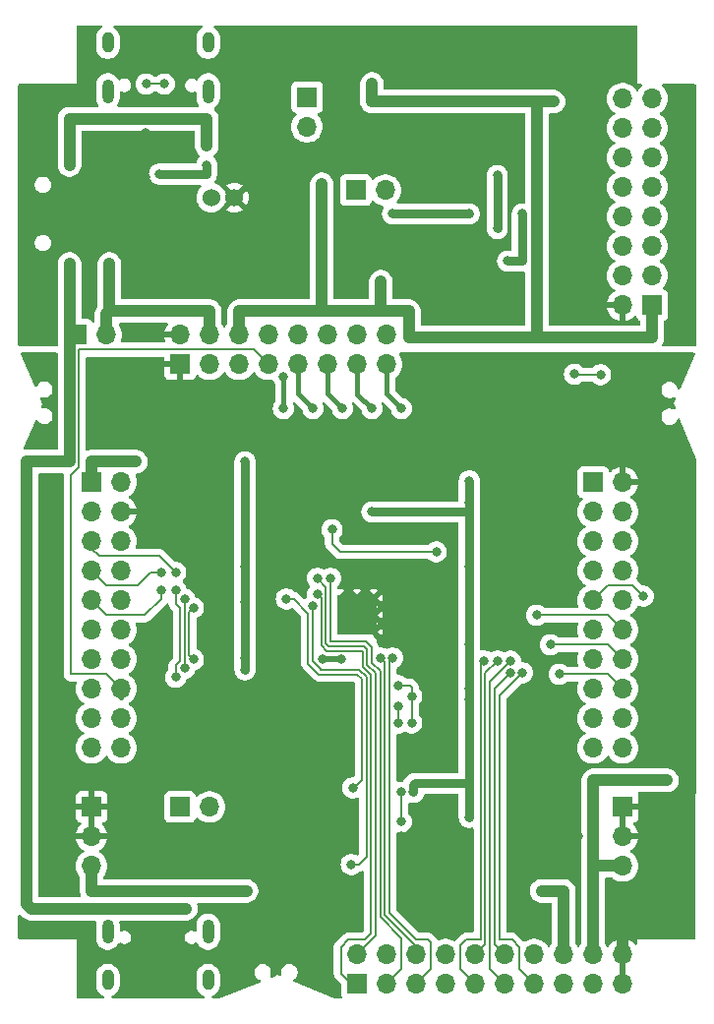
<source format=gbr>
G04 #@! TF.GenerationSoftware,KiCad,Pcbnew,8.0.6-8.0.6-0~ubuntu22.04.1*
G04 #@! TF.CreationDate,2024-11-22T14:28:03+01:00*
G04 #@! TF.ProjectId,rp2040-launchpad-PCB,72703230-3430-42d6-9c61-756e63687061,rev?*
G04 #@! TF.SameCoordinates,Original*
G04 #@! TF.FileFunction,Copper,L2,Bot*
G04 #@! TF.FilePolarity,Positive*
%FSLAX46Y46*%
G04 Gerber Fmt 4.6, Leading zero omitted, Abs format (unit mm)*
G04 Created by KiCad (PCBNEW 8.0.6-8.0.6-0~ubuntu22.04.1) date 2024-11-22 14:28:03*
%MOMM*%
%LPD*%
G01*
G04 APERTURE LIST*
G04 #@! TA.AperFunction,ComponentPad*
%ADD10R,1.700000X1.700000*%
G04 #@! TD*
G04 #@! TA.AperFunction,ComponentPad*
%ADD11O,1.700000X1.700000*%
G04 #@! TD*
G04 #@! TA.AperFunction,ComponentPad*
%ADD12O,1.000000X2.100000*%
G04 #@! TD*
G04 #@! TA.AperFunction,ComponentPad*
%ADD13O,1.000000X1.800000*%
G04 #@! TD*
G04 #@! TA.AperFunction,HeatsinkPad*
%ADD14C,0.500000*%
G04 #@! TD*
G04 #@! TA.AperFunction,HeatsinkPad*
%ADD15R,3.400000X3.400000*%
G04 #@! TD*
G04 #@! TA.AperFunction,ComponentPad*
%ADD16C,1.524000*%
G04 #@! TD*
G04 #@! TA.AperFunction,ViaPad*
%ADD17C,0.800000*%
G04 #@! TD*
G04 #@! TA.AperFunction,Conductor*
%ADD18C,0.800000*%
G04 #@! TD*
G04 #@! TA.AperFunction,Conductor*
%ADD19C,1.000000*%
G04 #@! TD*
G04 #@! TA.AperFunction,Conductor*
%ADD20C,0.500000*%
G04 #@! TD*
G04 #@! TA.AperFunction,Conductor*
%ADD21C,0.200000*%
G04 #@! TD*
G04 #@! TA.AperFunction,Conductor*
%ADD22C,0.400000*%
G04 #@! TD*
G04 #@! TA.AperFunction,Conductor*
%ADD23C,0.250000*%
G04 #@! TD*
G04 APERTURE END LIST*
D10*
X116840000Y-106680000D03*
D11*
X119380000Y-106680000D03*
X116840000Y-109220000D03*
X119380000Y-109220000D03*
X116840000Y-111760000D03*
X119380000Y-111760000D03*
X116840000Y-114300000D03*
X119380000Y-114300000D03*
X116840000Y-116840000D03*
X119380000Y-116840000D03*
X116840000Y-119380000D03*
X119380000Y-119380000D03*
X116840000Y-121920000D03*
X119380000Y-121920000D03*
X116840000Y-124460000D03*
X119380000Y-124460000D03*
X116840000Y-127000000D03*
X119380000Y-127000000D03*
X116840000Y-129540000D03*
X119380000Y-129540000D03*
D10*
X116840000Y-134620000D03*
D11*
X116840000Y-137160000D03*
X116840000Y-139700000D03*
D10*
X139700000Y-149860000D03*
D11*
X139700000Y-147320000D03*
X142240000Y-149860000D03*
X142240000Y-147320000D03*
X144780000Y-149860000D03*
X144780000Y-147320000D03*
X147320000Y-149860000D03*
X147320000Y-147320000D03*
X149860000Y-149860000D03*
X149860000Y-147320000D03*
X152400000Y-149860000D03*
X152400000Y-147320000D03*
X154940000Y-149860000D03*
X154940000Y-147320000D03*
X157480000Y-149860000D03*
X157480000Y-147320000D03*
X160020000Y-149860000D03*
X160020000Y-147320000D03*
X162560000Y-149860000D03*
X162560000Y-147320000D03*
D10*
X160020000Y-106680000D03*
D11*
X162560000Y-106680000D03*
X160020000Y-109220000D03*
X162560000Y-109220000D03*
X160020000Y-111760000D03*
X162560000Y-111760000D03*
X160020000Y-114300000D03*
X162560000Y-114300000D03*
X160020000Y-116840000D03*
X162560000Y-116840000D03*
X160020000Y-119380000D03*
X162560000Y-119380000D03*
X160020000Y-121920000D03*
X162560000Y-121920000D03*
X160020000Y-124460000D03*
X162560000Y-124460000D03*
X160020000Y-127000000D03*
X162560000Y-127000000D03*
X160020000Y-129540000D03*
X162560000Y-129540000D03*
D10*
X162560000Y-134620000D03*
D11*
X162560000Y-137160000D03*
X162560000Y-139700000D03*
D10*
X135382000Y-73533000D03*
D11*
X135382000Y-76073000D03*
D10*
X165100000Y-91440000D03*
D11*
X162560000Y-91440000D03*
X165100000Y-88900000D03*
X162560000Y-88900000D03*
X165100000Y-86360000D03*
X162560000Y-86360000D03*
X165100000Y-83820000D03*
X162560000Y-83820000D03*
X165100000Y-81280000D03*
X162560000Y-81280000D03*
X165100000Y-78740000D03*
X162560000Y-78740000D03*
X165100000Y-76200000D03*
X162560000Y-76200000D03*
X165100000Y-73660000D03*
X162560000Y-73660000D03*
D10*
X139573000Y-81534000D03*
D11*
X142113000Y-81534000D03*
D10*
X124460000Y-96520000D03*
D11*
X124460000Y-93980000D03*
X127000000Y-96520000D03*
X127000000Y-93980000D03*
X129540000Y-96520000D03*
X129540000Y-93980000D03*
X132080000Y-96520000D03*
X132080000Y-93980000D03*
X134620000Y-96520000D03*
X134620000Y-93980000D03*
X137160000Y-96520000D03*
X137160000Y-93980000D03*
X139700000Y-96520000D03*
X139700000Y-93980000D03*
X142240000Y-96520000D03*
X142240000Y-93980000D03*
D12*
X118235000Y-145355000D03*
D13*
X118235000Y-149535000D03*
D12*
X126875000Y-145355000D03*
D13*
X126875000Y-149535000D03*
D10*
X124455000Y-134620000D03*
D11*
X126995000Y-134620000D03*
D10*
X115570000Y-93980000D03*
D11*
X118110000Y-93980000D03*
D12*
X126877000Y-73014000D03*
D13*
X126877000Y-68834000D03*
D12*
X118237000Y-73014000D03*
D13*
X118237000Y-68834000D03*
D14*
X141150000Y-119560000D03*
X141150000Y-118110000D03*
X141150000Y-116660000D03*
X139700000Y-119560000D03*
X139700000Y-118110000D03*
D15*
X139700000Y-118110000D03*
D14*
X139700000Y-116660000D03*
X138250000Y-119560000D03*
X138250000Y-118110000D03*
X138250000Y-116660000D03*
D16*
X129127000Y-82169000D03*
X127127000Y-82169000D03*
D17*
X113126000Y-99829000D03*
X146473000Y-134493000D03*
X130175000Y-141859000D03*
X155575000Y-141859000D03*
X116840000Y-141859000D03*
X119380000Y-139700000D03*
X132080000Y-109220000D03*
X113665000Y-128270000D03*
X152400000Y-105410000D03*
X152400000Y-103632000D03*
X129540000Y-124460000D03*
X129540000Y-134620000D03*
X116840000Y-102235000D03*
X166370000Y-118110000D03*
X127127000Y-113919000D03*
X166370000Y-113030000D03*
X152273000Y-108458000D03*
X154940000Y-102108000D03*
X120015000Y-149606000D03*
X116840000Y-99695000D03*
X125730000Y-103505000D03*
X152273000Y-120650000D03*
X124460000Y-127000000D03*
X134620000Y-134620000D03*
X156210000Y-137160000D03*
X127000000Y-111125000D03*
X148590000Y-137160000D03*
X166370000Y-123190000D03*
X119380000Y-134620000D03*
X132080000Y-137160000D03*
X132080000Y-111125000D03*
X129540000Y-129540000D03*
X150876000Y-98933000D03*
X162560000Y-102235000D03*
X166370000Y-135890000D03*
X119380000Y-137160000D03*
X129540000Y-137160000D03*
X132080000Y-139700000D03*
X155321000Y-100457000D03*
X127127000Y-117983000D03*
X113665000Y-115570000D03*
X113665000Y-118110000D03*
X113665000Y-113030000D03*
X153162000Y-130556000D03*
X127127000Y-121810000D03*
X130810000Y-103505000D03*
X127000000Y-124460000D03*
X149479000Y-100457000D03*
X127000000Y-127000000D03*
X168148000Y-145542000D03*
X140970000Y-102870000D03*
X122555000Y-149606000D03*
X143510000Y-137160000D03*
X162560000Y-99695000D03*
X151384000Y-104648000D03*
X113665000Y-120650000D03*
X153543000Y-104648000D03*
X153162000Y-131699000D03*
X153289000Y-102108000D03*
X132080000Y-134620000D03*
X132080000Y-106680000D03*
X134620000Y-139700000D03*
X149860000Y-102108000D03*
X150495000Y-103505000D03*
X166370000Y-120650000D03*
X113665000Y-110490000D03*
X153924000Y-126365000D03*
X153670000Y-137160000D03*
X113665000Y-125730000D03*
X125095000Y-149606000D03*
X132334000Y-128117600D03*
X113665000Y-130810000D03*
X152273000Y-113919000D03*
X150876000Y-100457000D03*
X153924000Y-100457000D03*
X127127000Y-116967000D03*
X152273000Y-117221000D03*
X134620000Y-137160000D03*
X138430000Y-102870000D03*
X166370000Y-125730000D03*
X166370000Y-128270000D03*
X152400000Y-100457000D03*
X137160000Y-137160000D03*
X153797000Y-99060000D03*
X146050000Y-137160000D03*
X166370000Y-130810000D03*
X154305000Y-103505000D03*
X128270000Y-103505000D03*
X137160000Y-134620000D03*
X158750000Y-137160000D03*
X124460000Y-129540000D03*
X127127000Y-122809000D03*
X127000000Y-106680000D03*
X166370000Y-110490000D03*
X127000000Y-129540000D03*
X127000000Y-109220000D03*
X151511000Y-102108000D03*
X166370000Y-138430000D03*
X129540000Y-127000000D03*
X147574000Y-72390000D03*
X111760000Y-75438000D03*
X159385000Y-92710000D03*
X125730000Y-86360000D03*
X159512000Y-71120000D03*
X121920000Y-93980000D03*
X131318000Y-77216000D03*
X167640000Y-90170000D03*
X116459000Y-68326000D03*
X150114000Y-81026000D03*
X121488200Y-78435200D03*
X131318000Y-88392000D03*
X129032000Y-68326000D03*
X131318000Y-86360000D03*
X149860000Y-68326000D03*
X157480000Y-71120000D03*
X154432000Y-71120000D03*
X159512000Y-72390000D03*
X120650000Y-69215000D03*
X131318000Y-83058000D03*
X155956000Y-68326000D03*
X143764000Y-68326000D03*
X141732000Y-85344000D03*
X167640000Y-74930000D03*
X146812000Y-92710000D03*
X121488200Y-76606400D03*
X137668000Y-68326000D03*
X146494500Y-87185500D03*
X146050000Y-72390000D03*
X124460000Y-69215000D03*
X129032000Y-75438000D03*
X131318000Y-80010000D03*
X167640000Y-92710000D03*
X111760000Y-93980000D03*
X156718000Y-92710000D03*
X167640000Y-85090000D03*
X159385000Y-90170000D03*
X140970000Y-75946000D03*
X111760000Y-73660000D03*
X149606000Y-92710000D03*
X131318000Y-68326000D03*
X167640000Y-77470000D03*
X159512000Y-73914000D03*
X144780000Y-81788000D03*
X167640000Y-87630000D03*
X152908000Y-71120000D03*
X167640000Y-80010000D03*
X121488200Y-80365600D03*
X152146000Y-92710000D03*
X153162000Y-81026000D03*
X141732000Y-87376000D03*
X155956000Y-71120000D03*
X167640000Y-82550000D03*
X159385000Y-87630000D03*
X120650000Y-104902000D03*
X130048000Y-104902000D03*
X149352000Y-113919000D03*
X144550000Y-133350000D03*
X140970000Y-109220000D03*
X136700000Y-121920000D03*
X149352000Y-120650000D03*
X138300000Y-121920000D03*
X130048000Y-113919000D03*
X149352000Y-124398000D03*
X130048000Y-116967000D03*
X130048000Y-122809000D03*
X149352000Y-125349000D03*
X149352000Y-106553000D03*
X149352000Y-135509000D03*
X166370000Y-132334000D03*
X149352000Y-108458000D03*
X130048000Y-121810000D03*
X151765000Y-80264000D03*
X151765000Y-84836000D03*
X135890000Y-100330000D03*
X138430000Y-100330000D03*
X140970000Y-100330000D03*
X143510000Y-100330000D03*
X146515000Y-112663000D03*
X137541000Y-110744000D03*
X124079000Y-114427000D03*
X136271000Y-114935000D03*
X122809000Y-115951000D03*
X124841000Y-116713000D03*
X124841000Y-122682000D03*
X125603000Y-121920000D03*
X125603000Y-117475000D03*
X124968000Y-143383000D03*
X120142000Y-143383000D03*
X114935000Y-87884000D03*
X124079000Y-115951000D03*
X124079000Y-123444000D03*
X122809000Y-114427000D03*
X137414000Y-114935000D03*
X164338000Y-116484400D03*
X136271000Y-116332000D03*
X153924000Y-123063000D03*
X155143200Y-118110000D03*
X150622000Y-122050000D03*
X142748000Y-121793000D03*
X141747997Y-121793000D03*
X156337000Y-120650000D03*
X157099000Y-123190000D03*
X151765000Y-122050000D03*
X152908000Y-122050000D03*
X152908000Y-123063000D03*
X126746000Y-79375000D03*
X122682000Y-80137000D03*
X144399000Y-125095000D03*
X143256000Y-124181000D03*
X144399000Y-127381000D03*
X118364000Y-87884000D03*
X153924000Y-83566000D03*
X155194000Y-73914000D03*
X152654000Y-87630000D03*
X149352000Y-83566000D03*
X147574000Y-73914000D03*
X156718000Y-73914000D03*
X141732000Y-89408000D03*
X155194000Y-89662000D03*
X142748000Y-83566000D03*
X140970000Y-72390000D03*
X136652000Y-81026000D03*
X121539000Y-72390000D03*
X123107000Y-72390000D03*
X120142000Y-75380000D03*
X124968000Y-75380000D03*
X114935000Y-79375000D03*
X126746000Y-77724000D03*
X143256000Y-125981000D03*
X143256000Y-127381000D03*
X143510000Y-135893000D03*
X143510000Y-133350000D03*
X139192000Y-139573000D03*
X135890000Y-117348000D03*
X133604000Y-116713000D03*
X139319000Y-132969000D03*
X133350000Y-97579000D03*
X133350000Y-100330000D03*
X160655000Y-97409000D03*
X158412000Y-97366000D03*
D18*
X144550000Y-132691000D02*
X144653000Y-132588000D01*
X144550000Y-133350000D02*
X144550000Y-132691000D01*
X144653000Y-132588000D02*
X149225000Y-132588000D01*
X149225000Y-132588000D02*
X149352000Y-132715000D01*
X149352000Y-126111000D02*
X149352000Y-132715000D01*
X149352000Y-132715000D02*
X149352000Y-133223000D01*
D19*
X157480000Y-147320000D02*
X157480000Y-141859000D01*
X116840000Y-141859000D02*
X116840000Y-139700000D01*
X130175000Y-141859000D02*
X116840000Y-141859000D01*
X157480000Y-141859000D02*
X155575000Y-141859000D01*
X162560000Y-147320000D02*
X162560000Y-143891000D01*
D18*
X149352000Y-120650000D02*
X149352000Y-126111000D01*
D19*
X160020000Y-147320000D02*
X160020000Y-139700000D01*
D18*
X130048000Y-121810000D02*
X130048000Y-122809000D01*
D19*
X160020000Y-139700000D02*
X162560000Y-139700000D01*
D20*
X138300000Y-121920000D02*
X136652000Y-121920000D01*
D18*
X140970000Y-109220000D02*
X149352000Y-109220000D01*
X149352000Y-108458000D02*
X149352000Y-109220000D01*
X130048000Y-116967000D02*
X130048000Y-121810000D01*
X149352000Y-120650000D02*
X149352000Y-113919000D01*
D20*
X136652000Y-121920000D02*
X136700000Y-121920000D01*
D18*
X130048000Y-116967000D02*
X130048000Y-114046000D01*
D21*
X149225000Y-133350000D02*
X149352000Y-133223000D01*
D18*
X149352000Y-133223000D02*
X149352000Y-135509000D01*
X149352000Y-108458000D02*
X149352000Y-106553000D01*
X130048000Y-104902000D02*
X130048000Y-114046000D01*
D19*
X160020000Y-132334000D02*
X166370000Y-132334000D01*
X120650000Y-104902000D02*
X116840000Y-104902000D01*
D18*
X149352000Y-109220000D02*
X149352000Y-113919000D01*
D19*
X116840000Y-104902000D02*
X116840000Y-106680000D01*
X160020000Y-132334000D02*
X160020000Y-139700000D01*
D18*
X151765000Y-84836000D02*
X151765000Y-80264000D01*
D22*
X134620000Y-99060000D02*
X134620000Y-96520000D01*
X135890000Y-100330000D02*
X134620000Y-99060000D01*
X137160000Y-96520000D02*
X137160000Y-99060000D01*
X137160000Y-99060000D02*
X138430000Y-100330000D01*
X139700000Y-99085400D02*
X139700000Y-96520000D01*
X139700000Y-99085400D02*
X139725400Y-99085400D01*
X139725400Y-99085400D02*
X140970000Y-100330000D01*
D21*
X140081000Y-96901000D02*
X139700000Y-96520000D01*
D22*
X142240000Y-99060000D02*
X143510000Y-100330000D01*
X142240000Y-99060000D02*
X142240000Y-96520000D01*
D21*
X132080000Y-96520000D02*
X130810000Y-95250000D01*
D22*
X132080000Y-96520000D02*
X132080000Y-96012000D01*
D21*
X115062000Y-123190000D02*
X118110000Y-123190000D01*
X115735000Y-95250000D02*
X115735000Y-105372000D01*
D22*
X119380000Y-125222000D02*
X119380000Y-124460000D01*
D21*
X115062000Y-106045000D02*
X115062000Y-123190000D01*
X118110000Y-123190000D02*
X119380000Y-124460000D01*
X115735000Y-105372000D02*
X115062000Y-106045000D01*
X130810000Y-95250000D02*
X115735000Y-95250000D01*
X137541000Y-111988600D02*
X138226800Y-112674400D01*
X137541000Y-110744000D02*
X137541000Y-111988600D01*
X138226800Y-112674400D02*
X146503600Y-112674400D01*
X146503600Y-112674400D02*
X146515000Y-112663000D01*
X117475000Y-113030000D02*
X116840000Y-112395000D01*
X137014000Y-115678000D02*
X136271000Y-114935000D01*
X124079000Y-114427000D02*
X122682000Y-113030000D01*
X141294000Y-123101686D02*
X140570000Y-122377686D01*
X116840000Y-112395000D02*
X116840000Y-111760000D01*
X141294000Y-145726000D02*
X141294000Y-123101686D01*
X137014000Y-120561685D02*
X137014000Y-115678000D01*
X137248315Y-120796000D02*
X137014000Y-120561685D01*
X122682000Y-113030000D02*
X117475000Y-113030000D01*
X140570000Y-121069686D02*
X140296314Y-120796000D01*
X140296314Y-120796000D02*
X137248315Y-120796000D01*
X139700000Y-147320000D02*
X141294000Y-145726000D01*
X140570000Y-122377686D02*
X140570000Y-121069686D01*
X121412000Y-118110000D02*
X118110000Y-118110000D01*
X122809000Y-116713000D02*
X122809000Y-115951000D01*
X118110000Y-118110000D02*
X116840000Y-116840000D01*
X121412000Y-118110000D02*
X122809000Y-116713000D01*
X124841000Y-116713000D02*
X124841000Y-122682000D01*
X125603000Y-117475000D02*
X125241000Y-117837000D01*
X125241000Y-117837000D02*
X125241000Y-121558000D01*
X125241000Y-121558000D02*
X125603000Y-121920000D01*
D19*
X111252000Y-104902000D02*
X114300000Y-104902000D01*
X114935000Y-93980000D02*
X114935000Y-88900000D01*
X124968000Y-143383000D02*
X120142000Y-143383000D01*
X115570000Y-93980000D02*
X114935000Y-93980000D01*
X114935000Y-104902000D02*
X114935000Y-93980000D01*
X114300000Y-104902000D02*
X114935000Y-104902000D01*
X111252000Y-132842000D02*
X111252000Y-143002000D01*
X111252000Y-110490000D02*
X111252000Y-132842000D01*
X114935000Y-88900000D02*
X114935000Y-87884000D01*
X111252000Y-109982000D02*
X111252000Y-110490000D01*
X111252000Y-109982000D02*
X111230489Y-110003511D01*
X120142000Y-143383000D02*
X111633000Y-143383000D01*
X111252000Y-132842000D02*
X111221435Y-132872565D01*
X111633000Y-143383000D02*
X111252000Y-143002000D01*
X111252000Y-104902000D02*
X111252000Y-109982000D01*
D21*
X124079000Y-122428000D02*
X124079000Y-123444000D01*
X124441000Y-122066000D02*
X124079000Y-122428000D01*
X124079000Y-115951000D02*
X124079000Y-117113000D01*
X124079000Y-117113000D02*
X124441000Y-117475000D01*
X124441000Y-117475000D02*
X124441000Y-122066000D01*
X140970000Y-122212000D02*
X141694000Y-122936000D01*
X141694000Y-144107000D02*
X143510000Y-145923000D01*
X143510000Y-145923000D02*
X143510000Y-148590000D01*
X121920000Y-114427000D02*
X120777000Y-115570000D01*
X140970000Y-120904000D02*
X140970000Y-122212000D01*
X137414000Y-120396000D02*
X140462000Y-120396000D01*
X118110000Y-115570000D02*
X116840000Y-114300000D01*
X141694000Y-122936000D02*
X141694000Y-144107000D01*
X122809000Y-114427000D02*
X121920000Y-114427000D01*
X140462000Y-120396000D02*
X140970000Y-120904000D01*
X143510000Y-148590000D02*
X142240000Y-149860000D01*
X120777000Y-115570000D02*
X118110000Y-115570000D01*
X137541000Y-114935000D02*
X137414000Y-115062000D01*
X137414000Y-115062000D02*
X137414000Y-120396000D01*
X121158000Y-115189000D02*
X120777000Y-115570000D01*
X160020000Y-116840000D02*
X161290000Y-115570000D01*
X161290000Y-115570000D02*
X163423600Y-115570000D01*
X163423600Y-115570000D02*
X164338000Y-116484400D01*
X139700000Y-149860000D02*
X139192000Y-149860000D01*
X138938000Y-146050000D02*
X140335000Y-146050000D01*
X138303000Y-146685000D02*
X138938000Y-146050000D01*
X140894000Y-145491000D02*
X140894000Y-123267372D01*
X139065000Y-149860000D02*
X139700000Y-149860000D01*
X140170000Y-122543372D02*
X140170000Y-121247000D01*
X136614000Y-120727371D02*
X136614000Y-116675000D01*
X140894000Y-123267372D02*
X140170000Y-122543372D01*
X140335000Y-146050000D02*
X140894000Y-145491000D01*
X139192000Y-149860000D02*
X138303000Y-148971000D01*
X140119000Y-121196000D02*
X137082629Y-121196000D01*
X136614000Y-116675000D02*
X136271000Y-116332000D01*
X137082629Y-121196000D02*
X136614000Y-120727371D01*
X138303000Y-148971000D02*
X138303000Y-146685000D01*
X140170000Y-121247000D02*
X140119000Y-121196000D01*
X153670000Y-146685000D02*
X153035000Y-146050000D01*
X151930000Y-146050000D02*
X151930000Y-125057000D01*
X151930000Y-125057000D02*
X153924000Y-123063000D01*
X153670000Y-148590000D02*
X153670000Y-146685000D01*
X153035000Y-146050000D02*
X151930000Y-146050000D01*
X154940000Y-149860000D02*
X153670000Y-148590000D01*
X161290000Y-118110000D02*
X162560000Y-119380000D01*
X155143200Y-118110000D02*
X161290000Y-118110000D01*
X148590000Y-148590000D02*
X148590000Y-146558000D01*
X150330000Y-122342000D02*
X150622000Y-122050000D01*
X148590000Y-146558000D02*
X149098000Y-146050000D01*
X149860000Y-149860000D02*
X148590000Y-148590000D01*
X150330000Y-146050000D02*
X150330000Y-122342000D01*
X149098000Y-146050000D02*
X150330000Y-146050000D01*
X142494000Y-143775628D02*
X143821686Y-145103314D01*
X146050000Y-146304000D02*
X145796000Y-146050000D01*
X146050000Y-148590000D02*
X144780000Y-149860000D01*
X142494000Y-122047000D02*
X142494000Y-143775628D01*
X142748000Y-121793000D02*
X142494000Y-122047000D01*
X145796000Y-146050000D02*
X144780000Y-146050000D01*
X144780000Y-146050000D02*
X143833314Y-145103314D01*
X146050000Y-148590000D02*
X146050000Y-146304000D01*
X143821686Y-145103314D02*
X143833314Y-145103314D01*
X142094000Y-122139003D02*
X142094000Y-143941314D01*
X144780000Y-146627314D02*
X144780000Y-147320000D01*
X142094000Y-143941314D02*
X144780000Y-146627314D01*
X141747997Y-121793000D02*
X142094000Y-122139003D01*
X161290000Y-120650000D02*
X162560000Y-121920000D01*
X156337000Y-120650000D02*
X161290000Y-120650000D01*
X157099000Y-123190000D02*
X161290000Y-123190000D01*
X161290000Y-123190000D02*
X162560000Y-124460000D01*
X150730000Y-146450000D02*
X150730000Y-123085000D01*
X150730000Y-123085000D02*
X151765000Y-122050000D01*
X149860000Y-147320000D02*
X150730000Y-146450000D01*
X151130000Y-123828000D02*
X152908000Y-122050000D01*
X151130000Y-148590000D02*
X151130000Y-123828000D01*
X152400000Y-149860000D02*
X151130000Y-148590000D01*
X151530000Y-124441000D02*
X152908000Y-123063000D01*
X152400000Y-147320000D02*
X151530000Y-146450000D01*
X151530000Y-146450000D02*
X151530000Y-124441000D01*
D18*
X126746000Y-79375000D02*
X126746000Y-80137000D01*
X126746000Y-80137000D02*
X122682000Y-80137000D01*
D21*
X126877000Y-68457000D02*
X126877000Y-68834000D01*
X118237000Y-68834000D02*
X118237000Y-68199000D01*
D23*
X118235000Y-149535000D02*
X118235000Y-149858000D01*
D21*
X144399000Y-127381000D02*
X144399000Y-125095000D01*
X144399000Y-124333000D02*
X144399000Y-125095000D01*
X144247000Y-124181000D02*
X144399000Y-124333000D01*
X143256000Y-124181000D02*
X144247000Y-124181000D01*
D19*
X127000000Y-91948000D02*
X118364000Y-91948000D01*
X118110000Y-92202000D02*
X118364000Y-91948000D01*
X118110000Y-93980000D02*
X118110000Y-92202000D01*
X127000000Y-93980000D02*
X127000000Y-91948000D01*
X118364000Y-91948000D02*
X118364000Y-87884000D01*
X136144000Y-91948000D02*
X129540000Y-91948000D01*
X136144000Y-91948000D02*
X136652000Y-91948000D01*
X155194000Y-73914000D02*
X147574000Y-73914000D01*
X140970000Y-73914000D02*
X144018000Y-73914000D01*
X136652000Y-91948000D02*
X140970000Y-91948000D01*
X141732000Y-89408000D02*
X141732000Y-91694000D01*
X140970000Y-91948000D02*
X141986000Y-91948000D01*
X129540000Y-91948000D02*
X129540000Y-93980000D01*
D18*
X153924000Y-83566000D02*
X153924000Y-87630000D01*
D19*
X136652000Y-83820000D02*
X136652000Y-91948000D01*
X165100000Y-91440000D02*
X165100000Y-93290000D01*
X144145000Y-91948000D02*
X144145000Y-94234000D01*
X155194000Y-89662000D02*
X155194000Y-73914000D01*
D18*
X153924000Y-87630000D02*
X152654000Y-87630000D01*
X142748000Y-83566000D02*
X149352000Y-83566000D01*
D19*
X155194000Y-89662000D02*
X155194000Y-94234000D01*
X165100000Y-94234000D02*
X155194000Y-94234000D01*
X140970000Y-72390000D02*
X140970000Y-73914000D01*
X165100000Y-93290000D02*
X165100000Y-94234000D01*
X155194000Y-73914000D02*
X156591000Y-73914000D01*
X144145000Y-94234000D02*
X155194000Y-94234000D01*
X136652000Y-81026000D02*
X136652000Y-83820000D01*
X141732000Y-91694000D02*
X141986000Y-91948000D01*
X147574000Y-73914000D02*
X144018000Y-73914000D01*
D21*
X156591000Y-73914000D02*
X156718000Y-73914000D01*
D19*
X141986000Y-91948000D02*
X144145000Y-91948000D01*
D21*
X121539000Y-72390000D02*
X123107000Y-72390000D01*
D19*
X124968000Y-75380000D02*
X120142000Y-75380000D01*
X120142000Y-75380000D02*
X114935000Y-75380000D01*
X114935000Y-75380000D02*
X114935000Y-79375000D01*
X126746000Y-77724000D02*
X126746000Y-75380000D01*
X126746000Y-75380000D02*
X124968000Y-75380000D01*
D21*
X143256000Y-125981000D02*
X143256000Y-127381000D01*
X143510000Y-135893000D02*
X143510000Y-133350000D01*
X139869942Y-122809000D02*
X140494000Y-123433058D01*
X139827000Y-139573000D02*
X139192000Y-139573000D01*
X140494000Y-138906000D02*
X139827000Y-139573000D01*
X140494000Y-123433058D02*
X140494000Y-138906000D01*
X135890000Y-122099950D02*
X136572050Y-122782000D01*
X136572050Y-122782000D02*
X136572050Y-122809000D01*
X136572050Y-122809000D02*
X139869942Y-122809000D01*
X135890000Y-117348000D02*
X135890000Y-122099950D01*
X133604000Y-116713000D02*
X134239000Y-116713000D01*
X140094000Y-123598744D02*
X140094000Y-132321000D01*
X134239000Y-116713000D02*
X135490000Y-117964000D01*
X140094000Y-132321000D02*
X139446000Y-132969000D01*
X139704256Y-123209000D02*
X140094000Y-123598744D01*
X135490000Y-122292636D02*
X136406364Y-123209000D01*
X135490000Y-117964000D02*
X135490000Y-122292636D01*
X136406364Y-123209000D02*
X139704256Y-123209000D01*
X139446000Y-132969000D02*
X139319000Y-132969000D01*
D22*
X133350000Y-100330000D02*
X133350000Y-97579000D01*
D21*
X160655000Y-97409000D02*
X158455000Y-97409000D01*
X158455000Y-97409000D02*
X158412000Y-97366000D01*
G04 #@! TA.AperFunction,Conductor*
G36*
X117718524Y-67355502D02*
G01*
X117765017Y-67409158D01*
X117775121Y-67479432D01*
X117745627Y-67544012D01*
X117720405Y-67566265D01*
X117594123Y-67650644D01*
X117594116Y-67650649D01*
X117453649Y-67791116D01*
X117453644Y-67791123D01*
X117343279Y-67956296D01*
X117267258Y-68139825D01*
X117267256Y-68139830D01*
X117228500Y-68334668D01*
X117228500Y-69333331D01*
X117234552Y-69363757D01*
X117267256Y-69528169D01*
X117343279Y-69711704D01*
X117453647Y-69876881D01*
X117594119Y-70017353D01*
X117759296Y-70127721D01*
X117942831Y-70203744D01*
X118137671Y-70242500D01*
X118137672Y-70242500D01*
X118336328Y-70242500D01*
X118336329Y-70242500D01*
X118531169Y-70203744D01*
X118714704Y-70127721D01*
X118879881Y-70017353D01*
X119020353Y-69876881D01*
X119130721Y-69711704D01*
X119206744Y-69528169D01*
X119245500Y-69333329D01*
X119245500Y-68334671D01*
X119206744Y-68139831D01*
X119130721Y-67956296D01*
X119020353Y-67791119D01*
X118879881Y-67650647D01*
X118753595Y-67566265D01*
X118708067Y-67511788D01*
X118699219Y-67441345D01*
X118729861Y-67377301D01*
X118790262Y-67339989D01*
X118823597Y-67335500D01*
X126290403Y-67335500D01*
X126358524Y-67355502D01*
X126405017Y-67409158D01*
X126415121Y-67479432D01*
X126385627Y-67544012D01*
X126360405Y-67566265D01*
X126234123Y-67650644D01*
X126234116Y-67650649D01*
X126093649Y-67791116D01*
X126093644Y-67791123D01*
X125983279Y-67956296D01*
X125907258Y-68139825D01*
X125907256Y-68139830D01*
X125868500Y-68334668D01*
X125868500Y-69333331D01*
X125874552Y-69363757D01*
X125907256Y-69528169D01*
X125983279Y-69711704D01*
X126093647Y-69876881D01*
X126234119Y-70017353D01*
X126399296Y-70127721D01*
X126582831Y-70203744D01*
X126777671Y-70242500D01*
X126777672Y-70242500D01*
X126976328Y-70242500D01*
X126976329Y-70242500D01*
X127171169Y-70203744D01*
X127354704Y-70127721D01*
X127519881Y-70017353D01*
X127660353Y-69876881D01*
X127770721Y-69711704D01*
X127846744Y-69528169D01*
X127885500Y-69333329D01*
X127885500Y-68334671D01*
X127846744Y-68139831D01*
X127770721Y-67956296D01*
X127660353Y-67791119D01*
X127519881Y-67650647D01*
X127393595Y-67566265D01*
X127348067Y-67511788D01*
X127339219Y-67441345D01*
X127369861Y-67377301D01*
X127430262Y-67339989D01*
X127463597Y-67335500D01*
X163704000Y-67335500D01*
X163772121Y-67355502D01*
X163818614Y-67409158D01*
X163830000Y-67461500D01*
X163830000Y-72390000D01*
X164152896Y-72390000D01*
X164221017Y-72410002D01*
X164267510Y-72463658D01*
X164277614Y-72533932D01*
X164248120Y-72598512D01*
X164230287Y-72615432D01*
X164176762Y-72657091D01*
X164024279Y-72822729D01*
X163935483Y-72958643D01*
X163881479Y-73004731D01*
X163811131Y-73014306D01*
X163746774Y-72984329D01*
X163724517Y-72958643D01*
X163635720Y-72822729D01*
X163483237Y-72657091D01*
X163376224Y-72573799D01*
X163305576Y-72518811D01*
X163107574Y-72411658D01*
X163107572Y-72411657D01*
X163107571Y-72411656D01*
X162894639Y-72338557D01*
X162894630Y-72338555D01*
X162850476Y-72331187D01*
X162672569Y-72301500D01*
X162447431Y-72301500D01*
X162299211Y-72326233D01*
X162225369Y-72338555D01*
X162225360Y-72338557D01*
X162012428Y-72411656D01*
X162012426Y-72411658D01*
X161987318Y-72425246D01*
X161814426Y-72518810D01*
X161814424Y-72518811D01*
X161636762Y-72657091D01*
X161484279Y-72822729D01*
X161484275Y-72822734D01*
X161361141Y-73011206D01*
X161270703Y-73217386D01*
X161270702Y-73217387D01*
X161215437Y-73435624D01*
X161215436Y-73435630D01*
X161215436Y-73435632D01*
X161196844Y-73660000D01*
X161213265Y-73858174D01*
X161215437Y-73884375D01*
X161270702Y-74102612D01*
X161270703Y-74102613D01*
X161270704Y-74102616D01*
X161356337Y-74297842D01*
X161361141Y-74308793D01*
X161484275Y-74497265D01*
X161484279Y-74497270D01*
X161636762Y-74662908D01*
X161691331Y-74705381D01*
X161814424Y-74801189D01*
X161847680Y-74819186D01*
X161898071Y-74869200D01*
X161913423Y-74938516D01*
X161888862Y-75005129D01*
X161847680Y-75040813D01*
X161814426Y-75058810D01*
X161814424Y-75058811D01*
X161636762Y-75197091D01*
X161484279Y-75362729D01*
X161484275Y-75362734D01*
X161361141Y-75551206D01*
X161270703Y-75757386D01*
X161270702Y-75757387D01*
X161215437Y-75975624D01*
X161215436Y-75975630D01*
X161215436Y-75975632D01*
X161196844Y-76200000D01*
X161214121Y-76408502D01*
X161215437Y-76424375D01*
X161270702Y-76642612D01*
X161270703Y-76642613D01*
X161361141Y-76848793D01*
X161484275Y-77037265D01*
X161484279Y-77037270D01*
X161636762Y-77202908D01*
X161651255Y-77214188D01*
X161814424Y-77341189D01*
X161847680Y-77359186D01*
X161898071Y-77409200D01*
X161913423Y-77478516D01*
X161888862Y-77545129D01*
X161847680Y-77580813D01*
X161814426Y-77598810D01*
X161814424Y-77598811D01*
X161636762Y-77737091D01*
X161484279Y-77902729D01*
X161484275Y-77902734D01*
X161361141Y-78091206D01*
X161270703Y-78297386D01*
X161270702Y-78297387D01*
X161215437Y-78515624D01*
X161215436Y-78515630D01*
X161215436Y-78515632D01*
X161196844Y-78740000D01*
X161213803Y-78944664D01*
X161215437Y-78964375D01*
X161270702Y-79182612D01*
X161270703Y-79182613D01*
X161270704Y-79182616D01*
X161341021Y-79342924D01*
X161361141Y-79388793D01*
X161484275Y-79577265D01*
X161484279Y-79577270D01*
X161636762Y-79742908D01*
X161665706Y-79765436D01*
X161814424Y-79881189D01*
X161847680Y-79899186D01*
X161898071Y-79949200D01*
X161913423Y-80018516D01*
X161888862Y-80085129D01*
X161847680Y-80120813D01*
X161814426Y-80138810D01*
X161814424Y-80138811D01*
X161636762Y-80277091D01*
X161484279Y-80442729D01*
X161484275Y-80442734D01*
X161361141Y-80631206D01*
X161270703Y-80837386D01*
X161270702Y-80837387D01*
X161215437Y-81055624D01*
X161215436Y-81055630D01*
X161215436Y-81055632D01*
X161198452Y-81260595D01*
X161196844Y-81280000D01*
X161215437Y-81504375D01*
X161270702Y-81722612D01*
X161270703Y-81722613D01*
X161270704Y-81722616D01*
X161289953Y-81766499D01*
X161361141Y-81928793D01*
X161484275Y-82117265D01*
X161484279Y-82117270D01*
X161636762Y-82282908D01*
X161671422Y-82309885D01*
X161814424Y-82421189D01*
X161847680Y-82439186D01*
X161898071Y-82489200D01*
X161913423Y-82558516D01*
X161888862Y-82625129D01*
X161847680Y-82660813D01*
X161814426Y-82678810D01*
X161814424Y-82678811D01*
X161636762Y-82817091D01*
X161484279Y-82982729D01*
X161484275Y-82982734D01*
X161361141Y-83171206D01*
X161270703Y-83377386D01*
X161270702Y-83377387D01*
X161215437Y-83595624D01*
X161215436Y-83595630D01*
X161215436Y-83595632D01*
X161196844Y-83820000D01*
X161211455Y-83996331D01*
X161215437Y-84044375D01*
X161270702Y-84262612D01*
X161270703Y-84262613D01*
X161270704Y-84262616D01*
X161355555Y-84456059D01*
X161361141Y-84468793D01*
X161484275Y-84657265D01*
X161484279Y-84657270D01*
X161636762Y-84822908D01*
X161653583Y-84836000D01*
X161814424Y-84961189D01*
X161845714Y-84978122D01*
X161847680Y-84979186D01*
X161898071Y-85029200D01*
X161913423Y-85098516D01*
X161888862Y-85165129D01*
X161847680Y-85200813D01*
X161814426Y-85218810D01*
X161814424Y-85218811D01*
X161636762Y-85357091D01*
X161484279Y-85522729D01*
X161484275Y-85522734D01*
X161361141Y-85711206D01*
X161270703Y-85917386D01*
X161270702Y-85917387D01*
X161215437Y-86135624D01*
X161215436Y-86135630D01*
X161215436Y-86135632D01*
X161196844Y-86360000D01*
X161209484Y-86512542D01*
X161215437Y-86584375D01*
X161270702Y-86802612D01*
X161270703Y-86802613D01*
X161270704Y-86802616D01*
X161359781Y-87005692D01*
X161361141Y-87008793D01*
X161484275Y-87197265D01*
X161484279Y-87197270D01*
X161636762Y-87362908D01*
X161675342Y-87392936D01*
X161814424Y-87501189D01*
X161847680Y-87519186D01*
X161898071Y-87569200D01*
X161913423Y-87638516D01*
X161888862Y-87705129D01*
X161847680Y-87740813D01*
X161814426Y-87758810D01*
X161814424Y-87758811D01*
X161636762Y-87897091D01*
X161484279Y-88062729D01*
X161484275Y-88062734D01*
X161361141Y-88251206D01*
X161270703Y-88457386D01*
X161270702Y-88457387D01*
X161215437Y-88675624D01*
X161215436Y-88675630D01*
X161215436Y-88675632D01*
X161196844Y-88900000D01*
X161214562Y-89113825D01*
X161215437Y-89124375D01*
X161270702Y-89342612D01*
X161270703Y-89342613D01*
X161361141Y-89548793D01*
X161484275Y-89737265D01*
X161484279Y-89737270D01*
X161636762Y-89902908D01*
X161691331Y-89945381D01*
X161814424Y-90041189D01*
X161848205Y-90059470D01*
X161898596Y-90109482D01*
X161913949Y-90178799D01*
X161889389Y-90245412D01*
X161848209Y-90281096D01*
X161814704Y-90299228D01*
X161814698Y-90299232D01*
X161637097Y-90437465D01*
X161484674Y-90603041D01*
X161361580Y-90791451D01*
X161271179Y-90997543D01*
X161271176Y-90997550D01*
X161223455Y-91185999D01*
X161223456Y-91186000D01*
X162129297Y-91186000D01*
X162094075Y-91247007D01*
X162060000Y-91374174D01*
X162060000Y-91505826D01*
X162094075Y-91632993D01*
X162129297Y-91694000D01*
X161223455Y-91694000D01*
X161271176Y-91882449D01*
X161271179Y-91882456D01*
X161361580Y-92088548D01*
X161484674Y-92276958D01*
X161637097Y-92442534D01*
X161814698Y-92580767D01*
X161814699Y-92580768D01*
X162012628Y-92687882D01*
X162012630Y-92687883D01*
X162225483Y-92760955D01*
X162225492Y-92760957D01*
X162306000Y-92774391D01*
X162306000Y-91870702D01*
X162367007Y-91905925D01*
X162494174Y-91940000D01*
X162625826Y-91940000D01*
X162752993Y-91905925D01*
X162814000Y-91870702D01*
X162814000Y-92774390D01*
X162894507Y-92760957D01*
X162894516Y-92760955D01*
X163107369Y-92687883D01*
X163107371Y-92687882D01*
X163305300Y-92580768D01*
X163305301Y-92580767D01*
X163482905Y-92442532D01*
X163544047Y-92376113D01*
X163604899Y-92339541D01*
X163675863Y-92341674D01*
X163734409Y-92381835D01*
X163754804Y-92417415D01*
X163799111Y-92536204D01*
X163799112Y-92536207D01*
X163886738Y-92653261D01*
X164003792Y-92740887D01*
X164003794Y-92740888D01*
X164003796Y-92740889D01*
X164007510Y-92742274D01*
X164009533Y-92743029D01*
X164066369Y-92785576D01*
X164091179Y-92852096D01*
X164091500Y-92861084D01*
X164091500Y-93099500D01*
X164071498Y-93167621D01*
X164017842Y-93214114D01*
X163965500Y-93225500D01*
X156328500Y-93225500D01*
X156260379Y-93205498D01*
X156213886Y-93151842D01*
X156202500Y-93099500D01*
X156202500Y-75048500D01*
X156222502Y-74980379D01*
X156276158Y-74933886D01*
X156328500Y-74922500D01*
X156690328Y-74922500D01*
X156690329Y-74922500D01*
X156885169Y-74883744D01*
X157068704Y-74807721D01*
X157233881Y-74697353D01*
X157374353Y-74556881D01*
X157405845Y-74509748D01*
X157416970Y-74495446D01*
X157457035Y-74450949D01*
X157457040Y-74450944D01*
X157552527Y-74285556D01*
X157611542Y-74103928D01*
X157631504Y-73914000D01*
X157611542Y-73724072D01*
X157552527Y-73542444D01*
X157457041Y-73377057D01*
X157457040Y-73377055D01*
X157416971Y-73332554D01*
X157405847Y-73318252D01*
X157374353Y-73271119D01*
X157233881Y-73130647D01*
X157068704Y-73020279D01*
X156885169Y-72944256D01*
X156690331Y-72905500D01*
X156690329Y-72905500D01*
X155293329Y-72905500D01*
X147673329Y-72905500D01*
X144117329Y-72905500D01*
X142104500Y-72905500D01*
X142036379Y-72885498D01*
X141989886Y-72831842D01*
X141978500Y-72779500D01*
X141978500Y-72290672D01*
X141978499Y-72290668D01*
X141939744Y-72095831D01*
X141863721Y-71912296D01*
X141753353Y-71747119D01*
X141612881Y-71606647D01*
X141447704Y-71496279D01*
X141264169Y-71420256D01*
X141069331Y-71381500D01*
X141069329Y-71381500D01*
X140870671Y-71381500D01*
X140870668Y-71381500D01*
X140675830Y-71420256D01*
X140675825Y-71420258D01*
X140492296Y-71496279D01*
X140327123Y-71606644D01*
X140327116Y-71606649D01*
X140186649Y-71747116D01*
X140186644Y-71747123D01*
X140076279Y-71912296D01*
X140000258Y-72095825D01*
X140000256Y-72095830D01*
X139961500Y-72290668D01*
X139961500Y-74013331D01*
X139979260Y-74102616D01*
X140000256Y-74208169D01*
X140076279Y-74391704D01*
X140186647Y-74556881D01*
X140327119Y-74697353D01*
X140492296Y-74807721D01*
X140675831Y-74883744D01*
X140870671Y-74922500D01*
X141069329Y-74922500D01*
X143918671Y-74922500D01*
X147474671Y-74922500D01*
X154059500Y-74922500D01*
X154127621Y-74942502D01*
X154174114Y-74996158D01*
X154185500Y-75048500D01*
X154185500Y-82537189D01*
X154165498Y-82605310D01*
X154111842Y-82651803D01*
X154041568Y-82661907D01*
X154033307Y-82660436D01*
X154019492Y-82657500D01*
X154019487Y-82657500D01*
X153828513Y-82657500D01*
X153828512Y-82657500D01*
X153741746Y-82675942D01*
X153740133Y-82676274D01*
X153658995Y-82692414D01*
X153653072Y-82694211D01*
X153652937Y-82693767D01*
X153642138Y-82697115D01*
X153641714Y-82697205D01*
X153641709Y-82697206D01*
X153566874Y-82730525D01*
X153563846Y-82731826D01*
X153493666Y-82760896D01*
X153493661Y-82760899D01*
X153492614Y-82761599D01*
X153473890Y-82771924D01*
X153467251Y-82774880D01*
X153467249Y-82774881D01*
X153406431Y-82819067D01*
X153402375Y-82821893D01*
X153344870Y-82860317D01*
X153344862Y-82860323D01*
X153339157Y-82866029D01*
X153324132Y-82878861D01*
X153312747Y-82887133D01*
X153266984Y-82937958D01*
X153262444Y-82942742D01*
X153218322Y-82986863D01*
X153218320Y-82986866D01*
X153210053Y-82999239D01*
X153198930Y-83013540D01*
X153184961Y-83029054D01*
X153184958Y-83029058D01*
X153154149Y-83082420D01*
X153149797Y-83089418D01*
X153118900Y-83135660D01*
X153118898Y-83135663D01*
X153110600Y-83155694D01*
X153103316Y-83170464D01*
X153089476Y-83194436D01*
X153089470Y-83194451D01*
X153072527Y-83246594D01*
X153069105Y-83255872D01*
X153050413Y-83301000D01*
X153050412Y-83301002D01*
X153044855Y-83328936D01*
X153041111Y-83343283D01*
X153030458Y-83376068D01*
X153030457Y-83376074D01*
X153025432Y-83423876D01*
X153023702Y-83435282D01*
X153015500Y-83476514D01*
X153015500Y-83511784D01*
X153014810Y-83524954D01*
X153010496Y-83565999D01*
X153014810Y-83607045D01*
X153015500Y-83620215D01*
X153015500Y-86595500D01*
X152995498Y-86663621D01*
X152941842Y-86710114D01*
X152889500Y-86721500D01*
X152558512Y-86721500D01*
X152471746Y-86739942D01*
X152470133Y-86740274D01*
X152388995Y-86756414D01*
X152383072Y-86758211D01*
X152382937Y-86757767D01*
X152372138Y-86761115D01*
X152371714Y-86761205D01*
X152371709Y-86761206D01*
X152296874Y-86794525D01*
X152293846Y-86795826D01*
X152223666Y-86824896D01*
X152223661Y-86824899D01*
X152222614Y-86825599D01*
X152203890Y-86835924D01*
X152197251Y-86838880D01*
X152197249Y-86838881D01*
X152136431Y-86883067D01*
X152132375Y-86885893D01*
X152074870Y-86924317D01*
X152074862Y-86924323D01*
X152069157Y-86930029D01*
X152054132Y-86942861D01*
X152042747Y-86951133D01*
X151996984Y-87001958D01*
X151992444Y-87006742D01*
X151948322Y-87050863D01*
X151948320Y-87050866D01*
X151940053Y-87063239D01*
X151928930Y-87077540D01*
X151914961Y-87093054D01*
X151914958Y-87093058D01*
X151884149Y-87146420D01*
X151879797Y-87153418D01*
X151848900Y-87199660D01*
X151848898Y-87199663D01*
X151840600Y-87219694D01*
X151833316Y-87234464D01*
X151819476Y-87258436D01*
X151819470Y-87258451D01*
X151802527Y-87310594D01*
X151799105Y-87319872D01*
X151780413Y-87365000D01*
X151780412Y-87365002D01*
X151774855Y-87392936D01*
X151771111Y-87407283D01*
X151760458Y-87440068D01*
X151760457Y-87440074D01*
X151755432Y-87487876D01*
X151753702Y-87499282D01*
X151745500Y-87540514D01*
X151745500Y-87575784D01*
X151744810Y-87588954D01*
X151740496Y-87629999D01*
X151744810Y-87671045D01*
X151745500Y-87684215D01*
X151745500Y-87719483D01*
X151753702Y-87760715D01*
X151755432Y-87772122D01*
X151760457Y-87819925D01*
X151760459Y-87819933D01*
X151771111Y-87852716D01*
X151774856Y-87867067D01*
X151780412Y-87894995D01*
X151780413Y-87895000D01*
X151799107Y-87940132D01*
X151802523Y-87949393D01*
X151819473Y-88001557D01*
X151833311Y-88025524D01*
X151840601Y-88040307D01*
X151848895Y-88060331D01*
X151848897Y-88060335D01*
X151879798Y-88106581D01*
X151884152Y-88113583D01*
X151914958Y-88166942D01*
X151914960Y-88166944D01*
X151928930Y-88182459D01*
X151940055Y-88196762D01*
X151948322Y-88209135D01*
X151992460Y-88253273D01*
X151996984Y-88258041D01*
X152042744Y-88308864D01*
X152054126Y-88317133D01*
X152069161Y-88329974D01*
X152074865Y-88335678D01*
X152132366Y-88374098D01*
X152136420Y-88376923D01*
X152197248Y-88421118D01*
X152203880Y-88424071D01*
X152222626Y-88434409D01*
X152223662Y-88435101D01*
X152223663Y-88435101D01*
X152223664Y-88435102D01*
X152293862Y-88464178D01*
X152296847Y-88465461D01*
X152371712Y-88498794D01*
X152372113Y-88498879D01*
X152382936Y-88502242D01*
X152383074Y-88501789D01*
X152389003Y-88503588D01*
X152419271Y-88509608D01*
X152470244Y-88519746D01*
X152471607Y-88520027D01*
X152558513Y-88538500D01*
X152558515Y-88538500D01*
X154013478Y-88538500D01*
X154013479Y-88538500D01*
X154013480Y-88538499D01*
X154013486Y-88538499D01*
X154034916Y-88534236D01*
X154105630Y-88540562D01*
X154161698Y-88584115D01*
X154185319Y-88651067D01*
X154185500Y-88657814D01*
X154185500Y-93099500D01*
X154165498Y-93167621D01*
X154111842Y-93214114D01*
X154059500Y-93225500D01*
X145279500Y-93225500D01*
X145211379Y-93205498D01*
X145164886Y-93151842D01*
X145153500Y-93099500D01*
X145153500Y-91848672D01*
X145153499Y-91848668D01*
X145151795Y-91840099D01*
X145114744Y-91653831D01*
X145038721Y-91470296D01*
X144928353Y-91305119D01*
X144787881Y-91164647D01*
X144622704Y-91054279D01*
X144439169Y-90978256D01*
X144418150Y-90974075D01*
X144244331Y-90939500D01*
X144244329Y-90939500D01*
X142866500Y-90939500D01*
X142798379Y-90919498D01*
X142751886Y-90865842D01*
X142740500Y-90813500D01*
X142740500Y-89308672D01*
X142740499Y-89308668D01*
X142703841Y-89124375D01*
X142701744Y-89113831D01*
X142625721Y-88930296D01*
X142515353Y-88765119D01*
X142374881Y-88624647D01*
X142209704Y-88514279D01*
X142026169Y-88438256D01*
X141976821Y-88428440D01*
X141831331Y-88399500D01*
X141831329Y-88399500D01*
X141632671Y-88399500D01*
X141632668Y-88399500D01*
X141437830Y-88438256D01*
X141437825Y-88438258D01*
X141254296Y-88514279D01*
X141089123Y-88624644D01*
X141089116Y-88624649D01*
X140948649Y-88765116D01*
X140948644Y-88765123D01*
X140838279Y-88930296D01*
X140762258Y-89113825D01*
X140762256Y-89113830D01*
X140723500Y-89308668D01*
X140723500Y-90813500D01*
X140703498Y-90881621D01*
X140649842Y-90928114D01*
X140597500Y-90939500D01*
X137786500Y-90939500D01*
X137718379Y-90919498D01*
X137671886Y-90865842D01*
X137660500Y-90813500D01*
X137660500Y-80926672D01*
X137660499Y-80926668D01*
X137621744Y-80731831D01*
X137581780Y-80635350D01*
X138214500Y-80635350D01*
X138214500Y-82432649D01*
X138221009Y-82493196D01*
X138221011Y-82493204D01*
X138272110Y-82630202D01*
X138272112Y-82630207D01*
X138359738Y-82747261D01*
X138476792Y-82834887D01*
X138476794Y-82834888D01*
X138476796Y-82834889D01*
X138531900Y-82855442D01*
X138613795Y-82885988D01*
X138613803Y-82885990D01*
X138674350Y-82892499D01*
X138674355Y-82892499D01*
X138674362Y-82892500D01*
X138674368Y-82892500D01*
X140471632Y-82892500D01*
X140471638Y-82892500D01*
X140471645Y-82892499D01*
X140471649Y-82892499D01*
X140532196Y-82885990D01*
X140532199Y-82885989D01*
X140532201Y-82885989D01*
X140669204Y-82834889D01*
X140688398Y-82820521D01*
X140786261Y-82747261D01*
X140873886Y-82630208D01*
X140873885Y-82630208D01*
X140873889Y-82630204D01*
X140917999Y-82511939D01*
X140960545Y-82455107D01*
X141027066Y-82430296D01*
X141096440Y-82445388D01*
X141128753Y-82470635D01*
X141166779Y-82511942D01*
X141189762Y-82536908D01*
X141195643Y-82541485D01*
X141367424Y-82675189D01*
X141565426Y-82782342D01*
X141565427Y-82782342D01*
X141565428Y-82782343D01*
X141636311Y-82806677D01*
X141778365Y-82855444D01*
X141900886Y-82875889D01*
X141964781Y-82906828D01*
X142001809Y-82967404D01*
X142000209Y-83038383D01*
X141989264Y-83063167D01*
X141978151Y-83082416D01*
X141973797Y-83089418D01*
X141942900Y-83135660D01*
X141942898Y-83135663D01*
X141934600Y-83155694D01*
X141927316Y-83170464D01*
X141913476Y-83194436D01*
X141913470Y-83194451D01*
X141896527Y-83246594D01*
X141893105Y-83255872D01*
X141874413Y-83301000D01*
X141874412Y-83301002D01*
X141868855Y-83328936D01*
X141865111Y-83343283D01*
X141854458Y-83376068D01*
X141854457Y-83376074D01*
X141849432Y-83423876D01*
X141847702Y-83435282D01*
X141839500Y-83476514D01*
X141839500Y-83511784D01*
X141838810Y-83524954D01*
X141834496Y-83565999D01*
X141838810Y-83607045D01*
X141839500Y-83620215D01*
X141839500Y-83655483D01*
X141847702Y-83696715D01*
X141849432Y-83708122D01*
X141854457Y-83755925D01*
X141854459Y-83755933D01*
X141865111Y-83788716D01*
X141868856Y-83803067D01*
X141872225Y-83820000D01*
X141874413Y-83831000D01*
X141893100Y-83876114D01*
X141896523Y-83885393D01*
X141913473Y-83937557D01*
X141927311Y-83961524D01*
X141934601Y-83976307D01*
X141942895Y-83996331D01*
X141942897Y-83996335D01*
X141942898Y-83996336D01*
X141973790Y-84042570D01*
X141973798Y-84042581D01*
X141978152Y-84049583D01*
X142008958Y-84102942D01*
X142008960Y-84102944D01*
X142022930Y-84118459D01*
X142034055Y-84132762D01*
X142042322Y-84145135D01*
X142086460Y-84189273D01*
X142090984Y-84194041D01*
X142136744Y-84244864D01*
X142136747Y-84244866D01*
X142148117Y-84253127D01*
X142148126Y-84253133D01*
X142163161Y-84265974D01*
X142168865Y-84271678D01*
X142226366Y-84310098D01*
X142230420Y-84312923D01*
X142291248Y-84357118D01*
X142297880Y-84360071D01*
X142316626Y-84370409D01*
X142317662Y-84371101D01*
X142317663Y-84371101D01*
X142317664Y-84371102D01*
X142387862Y-84400178D01*
X142390847Y-84401461D01*
X142465712Y-84434794D01*
X142466113Y-84434879D01*
X142476936Y-84438242D01*
X142477074Y-84437789D01*
X142483003Y-84439588D01*
X142513271Y-84445608D01*
X142564244Y-84455746D01*
X142565607Y-84456027D01*
X142652513Y-84474500D01*
X142652515Y-84474500D01*
X149447486Y-84474500D01*
X149447487Y-84474500D01*
X149534391Y-84456026D01*
X149535753Y-84455746D01*
X149617000Y-84439587D01*
X149617008Y-84439583D01*
X149622931Y-84437787D01*
X149623070Y-84438246D01*
X149633886Y-84434879D01*
X149634288Y-84434794D01*
X149709206Y-84401437D01*
X149712107Y-84400190D01*
X149782336Y-84371102D01*
X149783374Y-84370408D01*
X149802122Y-84360069D01*
X149808752Y-84357118D01*
X149869596Y-84312910D01*
X149873633Y-84310098D01*
X149931135Y-84271678D01*
X149936840Y-84265971D01*
X149951868Y-84253136D01*
X149963253Y-84244866D01*
X150009053Y-84193998D01*
X150013520Y-84189291D01*
X150057678Y-84145135D01*
X150065942Y-84132764D01*
X150077069Y-84118459D01*
X150091040Y-84102944D01*
X150121859Y-84049562D01*
X150126185Y-84042604D01*
X150157102Y-83996336D01*
X150165398Y-83976304D01*
X150172691Y-83961519D01*
X150186523Y-83937563D01*
X150186523Y-83937562D01*
X150186527Y-83937556D01*
X150203481Y-83885373D01*
X150206885Y-83876148D01*
X150225587Y-83831000D01*
X150231143Y-83803063D01*
X150234886Y-83788720D01*
X150245542Y-83755928D01*
X150250565Y-83708128D01*
X150252296Y-83696720D01*
X150252297Y-83696715D01*
X150260500Y-83655479D01*
X150260500Y-83620215D01*
X150261190Y-83607045D01*
X150265504Y-83566000D01*
X150261190Y-83524954D01*
X150260500Y-83511784D01*
X150260500Y-83476522D01*
X150260500Y-83476521D01*
X150252293Y-83435266D01*
X150250565Y-83423866D01*
X150245680Y-83377386D01*
X150245542Y-83376072D01*
X150242516Y-83366761D01*
X150234886Y-83343275D01*
X150231139Y-83328917D01*
X150225587Y-83301001D01*
X150214190Y-83273487D01*
X150206890Y-83255862D01*
X150203469Y-83246587D01*
X150197694Y-83228814D01*
X150186527Y-83194444D01*
X150172681Y-83170462D01*
X150165398Y-83155692D01*
X150157105Y-83135670D01*
X150157103Y-83135667D01*
X150157102Y-83135664D01*
X150126183Y-83089392D01*
X150121849Y-83082420D01*
X150091040Y-83029056D01*
X150077069Y-83013540D01*
X150065938Y-82999228D01*
X150057679Y-82986866D01*
X150038217Y-82967404D01*
X150013537Y-82942724D01*
X150009014Y-82937957D01*
X149963256Y-82887137D01*
X149963255Y-82887136D01*
X149963253Y-82887134D01*
X149951864Y-82878859D01*
X149936835Y-82866022D01*
X149931135Y-82860322D01*
X149873628Y-82821897D01*
X149869576Y-82819074D01*
X149869566Y-82819067D01*
X149819020Y-82782342D01*
X149808751Y-82774881D01*
X149802114Y-82771926D01*
X149783378Y-82761594D01*
X149782333Y-82760895D01*
X149712182Y-82731839D01*
X149709168Y-82730544D01*
X149634288Y-82697206D01*
X149634284Y-82697204D01*
X149633863Y-82697115D01*
X149623064Y-82693765D01*
X149622929Y-82694211D01*
X149617008Y-82692415D01*
X149617001Y-82692413D01*
X149617000Y-82692413D01*
X149548599Y-82678807D01*
X149535880Y-82676277D01*
X149534267Y-82675945D01*
X149447489Y-82657500D01*
X149447487Y-82657500D01*
X149441479Y-82657500D01*
X143212478Y-82657500D01*
X143144357Y-82637498D01*
X143097864Y-82583842D01*
X143087760Y-82513568D01*
X143117254Y-82448988D01*
X143119777Y-82446162D01*
X143168609Y-82393116D01*
X143188722Y-82371268D01*
X143311860Y-82182791D01*
X143402296Y-81976616D01*
X143457564Y-81758368D01*
X143476156Y-81534000D01*
X143457564Y-81309632D01*
X143413340Y-81134995D01*
X143402297Y-81091387D01*
X143402296Y-81091386D01*
X143402296Y-81091384D01*
X143311860Y-80885209D01*
X143284073Y-80842678D01*
X143188724Y-80696734D01*
X143188720Y-80696729D01*
X143069603Y-80567336D01*
X143036240Y-80531094D01*
X143036239Y-80531093D01*
X143036237Y-80531091D01*
X142928342Y-80447113D01*
X142858576Y-80392811D01*
X142660574Y-80285658D01*
X142660572Y-80285657D01*
X142660571Y-80285656D01*
X142597489Y-80264000D01*
X150851496Y-80264000D01*
X150851992Y-80268720D01*
X150855810Y-80305045D01*
X150856500Y-80318215D01*
X150856500Y-84781784D01*
X150855810Y-84794954D01*
X150851496Y-84835999D01*
X150855810Y-84877045D01*
X150856500Y-84890215D01*
X150856500Y-84925483D01*
X150862269Y-84954484D01*
X150863602Y-84961188D01*
X150864702Y-84966715D01*
X150866432Y-84978122D01*
X150871457Y-85025925D01*
X150871459Y-85025933D01*
X150882111Y-85058716D01*
X150885856Y-85073067D01*
X150887531Y-85081485D01*
X150891413Y-85101000D01*
X150910100Y-85146114D01*
X150913523Y-85155393D01*
X150930473Y-85207557D01*
X150944311Y-85231524D01*
X150951601Y-85246307D01*
X150959895Y-85266331D01*
X150959897Y-85266335D01*
X150959898Y-85266336D01*
X150990790Y-85312570D01*
X150990798Y-85312581D01*
X150995152Y-85319583D01*
X151025958Y-85372942D01*
X151025960Y-85372944D01*
X151039930Y-85388459D01*
X151051055Y-85402762D01*
X151059322Y-85415135D01*
X151103460Y-85459273D01*
X151107984Y-85464041D01*
X151153744Y-85514864D01*
X151153747Y-85514866D01*
X151165117Y-85523127D01*
X151165126Y-85523133D01*
X151180161Y-85535974D01*
X151185865Y-85541678D01*
X151243366Y-85580098D01*
X151247420Y-85582923D01*
X151308248Y-85627118D01*
X151314880Y-85630071D01*
X151333626Y-85640409D01*
X151334662Y-85641101D01*
X151334663Y-85641101D01*
X151334664Y-85641102D01*
X151404862Y-85670178D01*
X151407847Y-85671461D01*
X151482712Y-85704794D01*
X151483113Y-85704879D01*
X151493936Y-85708242D01*
X151494074Y-85707789D01*
X151500003Y-85709588D01*
X151523725Y-85714306D01*
X151581244Y-85725746D01*
X151582607Y-85726027D01*
X151669513Y-85744500D01*
X151669515Y-85744500D01*
X151860486Y-85744500D01*
X151860487Y-85744500D01*
X151947391Y-85726026D01*
X151948753Y-85725746D01*
X152030000Y-85709587D01*
X152030008Y-85709583D01*
X152035931Y-85707787D01*
X152036070Y-85708246D01*
X152046886Y-85704879D01*
X152047288Y-85704794D01*
X152122206Y-85671437D01*
X152125107Y-85670190D01*
X152195336Y-85641102D01*
X152196374Y-85640408D01*
X152215122Y-85630069D01*
X152221752Y-85627118D01*
X152282596Y-85582910D01*
X152286633Y-85580098D01*
X152344135Y-85541678D01*
X152349840Y-85535971D01*
X152364868Y-85523136D01*
X152376253Y-85514866D01*
X152422053Y-85463998D01*
X152426520Y-85459291D01*
X152470678Y-85415135D01*
X152478942Y-85402764D01*
X152490069Y-85388459D01*
X152504040Y-85372944D01*
X152534859Y-85319562D01*
X152539185Y-85312604D01*
X152570102Y-85266336D01*
X152578398Y-85246304D01*
X152585691Y-85231519D01*
X152593029Y-85218811D01*
X152599527Y-85207556D01*
X152616481Y-85155373D01*
X152619885Y-85146148D01*
X152638587Y-85101000D01*
X152644143Y-85073063D01*
X152647886Y-85058720D01*
X152658542Y-85025928D01*
X152663565Y-84978128D01*
X152665296Y-84966720D01*
X152665297Y-84966715D01*
X152673500Y-84925479D01*
X152673500Y-84890215D01*
X152674190Y-84877045D01*
X152678504Y-84836000D01*
X152674190Y-84794954D01*
X152673500Y-84781784D01*
X152673500Y-80318215D01*
X152674190Y-80305045D01*
X152678504Y-80264000D01*
X152674190Y-80222954D01*
X152673500Y-80209784D01*
X152673500Y-80174522D01*
X152673500Y-80174521D01*
X152665293Y-80133266D01*
X152663565Y-80121866D01*
X152658542Y-80074072D01*
X152649915Y-80047521D01*
X152647886Y-80041275D01*
X152644139Y-80026917D01*
X152642468Y-80018516D01*
X152638587Y-79999000D01*
X152619890Y-79953862D01*
X152616469Y-79944587D01*
X152613312Y-79934872D01*
X152599527Y-79892444D01*
X152585681Y-79868462D01*
X152578398Y-79853692D01*
X152570105Y-79833670D01*
X152570103Y-79833667D01*
X152570102Y-79833664D01*
X152539183Y-79787392D01*
X152534849Y-79780420D01*
X152504040Y-79727056D01*
X152490069Y-79711540D01*
X152478938Y-79697228D01*
X152470679Y-79684866D01*
X152454982Y-79669169D01*
X152426537Y-79640724D01*
X152422014Y-79635957D01*
X152376256Y-79585137D01*
X152376255Y-79585136D01*
X152376253Y-79585134D01*
X152364864Y-79576859D01*
X152349835Y-79564022D01*
X152344135Y-79558322D01*
X152286628Y-79519897D01*
X152282576Y-79517074D01*
X152282566Y-79517067D01*
X152251337Y-79494377D01*
X152221751Y-79472881D01*
X152215114Y-79469926D01*
X152196378Y-79459594D01*
X152195333Y-79458895D01*
X152125182Y-79429839D01*
X152122168Y-79428544D01*
X152079610Y-79409597D01*
X152047284Y-79395204D01*
X152046863Y-79395115D01*
X152036064Y-79391765D01*
X152035929Y-79392211D01*
X152030008Y-79390415D01*
X152030001Y-79390413D01*
X152030000Y-79390413D01*
X151965333Y-79377549D01*
X151948880Y-79374277D01*
X151947267Y-79373945D01*
X151860489Y-79355500D01*
X151860487Y-79355500D01*
X151669513Y-79355500D01*
X151669512Y-79355500D01*
X151582746Y-79373942D01*
X151581133Y-79374274D01*
X151499995Y-79390414D01*
X151494072Y-79392211D01*
X151493937Y-79391767D01*
X151483138Y-79395115D01*
X151482714Y-79395205D01*
X151482709Y-79395206D01*
X151407874Y-79428525D01*
X151404846Y-79429826D01*
X151334666Y-79458896D01*
X151334661Y-79458899D01*
X151333614Y-79459599D01*
X151314890Y-79469924D01*
X151308251Y-79472880D01*
X151308249Y-79472881D01*
X151247431Y-79517067D01*
X151243375Y-79519893D01*
X151185870Y-79558317D01*
X151185862Y-79558323D01*
X151180157Y-79564029D01*
X151165132Y-79576861D01*
X151153747Y-79585133D01*
X151107984Y-79635958D01*
X151103444Y-79640742D01*
X151059322Y-79684863D01*
X151059320Y-79684866D01*
X151051053Y-79697239D01*
X151039930Y-79711540D01*
X151025961Y-79727054D01*
X151025958Y-79727058D01*
X150995149Y-79780420D01*
X150990797Y-79787418D01*
X150959900Y-79833660D01*
X150959898Y-79833663D01*
X150951600Y-79853694D01*
X150944316Y-79868464D01*
X150930476Y-79892436D01*
X150930470Y-79892451D01*
X150913527Y-79944594D01*
X150910105Y-79953872D01*
X150891413Y-79999000D01*
X150891412Y-79999002D01*
X150885855Y-80026936D01*
X150882111Y-80041283D01*
X150871458Y-80074068D01*
X150871457Y-80074074D01*
X150866432Y-80121876D01*
X150864702Y-80133282D01*
X150856500Y-80174514D01*
X150856500Y-80209784D01*
X150855810Y-80222954D01*
X150853741Y-80242644D01*
X150851496Y-80264000D01*
X142597489Y-80264000D01*
X142447639Y-80212557D01*
X142447630Y-80212555D01*
X142403476Y-80205187D01*
X142225569Y-80175500D01*
X142000431Y-80175500D01*
X141852211Y-80200233D01*
X141778369Y-80212555D01*
X141778360Y-80212557D01*
X141565428Y-80285656D01*
X141565426Y-80285658D01*
X141417891Y-80365500D01*
X141367426Y-80392810D01*
X141367424Y-80392811D01*
X141189762Y-80531091D01*
X141128754Y-80597363D01*
X141067901Y-80633933D01*
X140996936Y-80631798D01*
X140938391Y-80591636D01*
X140917999Y-80556057D01*
X140876660Y-80445225D01*
X140873889Y-80437796D01*
X140873888Y-80437794D01*
X140873887Y-80437792D01*
X140786261Y-80320738D01*
X140669207Y-80233112D01*
X140669202Y-80233110D01*
X140532204Y-80182011D01*
X140532196Y-80182009D01*
X140471649Y-80175500D01*
X140471638Y-80175500D01*
X138674362Y-80175500D01*
X138674350Y-80175500D01*
X138613803Y-80182009D01*
X138613795Y-80182011D01*
X138476797Y-80233110D01*
X138476792Y-80233112D01*
X138359738Y-80320738D01*
X138272112Y-80437792D01*
X138272110Y-80437797D01*
X138221011Y-80574795D01*
X138221009Y-80574803D01*
X138214500Y-80635350D01*
X137581780Y-80635350D01*
X137545721Y-80548296D01*
X137435353Y-80383119D01*
X137294881Y-80242647D01*
X137129704Y-80132279D01*
X136946169Y-80056256D01*
X136751331Y-80017500D01*
X136751329Y-80017500D01*
X136552671Y-80017500D01*
X136552668Y-80017500D01*
X136357830Y-80056256D01*
X136357825Y-80056258D01*
X136174296Y-80132279D01*
X136009123Y-80242644D01*
X136009116Y-80242649D01*
X135868649Y-80383116D01*
X135868644Y-80383123D01*
X135758279Y-80548296D01*
X135682258Y-80731825D01*
X135682256Y-80731830D01*
X135643500Y-80926668D01*
X135643500Y-90813500D01*
X135623498Y-90881621D01*
X135569842Y-90928114D01*
X135517500Y-90939500D01*
X129440668Y-90939500D01*
X129245830Y-90978256D01*
X129245825Y-90978258D01*
X129062296Y-91054279D01*
X128897123Y-91164644D01*
X128897116Y-91164649D01*
X128756649Y-91305116D01*
X128756644Y-91305123D01*
X128646279Y-91470296D01*
X128570258Y-91653825D01*
X128570256Y-91653830D01*
X128531500Y-91848668D01*
X128531500Y-93020543D01*
X128511498Y-93088664D01*
X128498201Y-93105880D01*
X128464285Y-93142722D01*
X128464279Y-93142729D01*
X128375483Y-93278643D01*
X128321479Y-93324731D01*
X128251131Y-93334306D01*
X128186774Y-93304329D01*
X128164517Y-93278643D01*
X128075720Y-93142729D01*
X128075714Y-93142722D01*
X128041799Y-93105880D01*
X128010378Y-93042215D01*
X128008500Y-93020543D01*
X128008500Y-91848672D01*
X128008499Y-91848668D01*
X128006795Y-91840099D01*
X127969744Y-91653831D01*
X127893721Y-91470296D01*
X127783353Y-91305119D01*
X127642881Y-91164647D01*
X127477704Y-91054279D01*
X127294169Y-90978256D01*
X127273150Y-90974075D01*
X127099331Y-90939500D01*
X127099329Y-90939500D01*
X119498500Y-90939500D01*
X119430379Y-90919498D01*
X119383886Y-90865842D01*
X119372500Y-90813500D01*
X119372500Y-87784672D01*
X119372499Y-87784668D01*
X119333744Y-87589831D01*
X119257721Y-87406296D01*
X119147353Y-87241119D01*
X119006881Y-87100647D01*
X118841704Y-86990279D01*
X118658169Y-86914256D01*
X118463331Y-86875500D01*
X118463329Y-86875500D01*
X118264671Y-86875500D01*
X118264668Y-86875500D01*
X118069830Y-86914256D01*
X118069825Y-86914258D01*
X117886296Y-86990279D01*
X117721123Y-87100644D01*
X117721116Y-87100649D01*
X117580649Y-87241116D01*
X117580644Y-87241123D01*
X117470279Y-87406296D01*
X117394258Y-87589825D01*
X117394256Y-87589830D01*
X117355500Y-87784668D01*
X117355500Y-91478878D01*
X117335498Y-91546999D01*
X117326898Y-91558813D01*
X117326646Y-91559118D01*
X117216279Y-91724296D01*
X117140258Y-91907825D01*
X117140256Y-91907830D01*
X117101500Y-92102668D01*
X117101500Y-92813286D01*
X117081498Y-92881407D01*
X117027842Y-92927900D01*
X116957568Y-92938004D01*
X116892988Y-92908510D01*
X116874632Y-92888795D01*
X116783261Y-92766738D01*
X116666207Y-92679112D01*
X116666202Y-92679110D01*
X116529204Y-92628011D01*
X116529196Y-92628009D01*
X116468649Y-92621500D01*
X116468638Y-92621500D01*
X116069500Y-92621500D01*
X116001379Y-92601498D01*
X115954886Y-92547842D01*
X115943500Y-92495500D01*
X115943500Y-87784672D01*
X115943499Y-87784668D01*
X115904744Y-87589831D01*
X115828721Y-87406296D01*
X115718353Y-87241119D01*
X115577881Y-87100647D01*
X115412704Y-86990279D01*
X115229169Y-86914256D01*
X115034331Y-86875500D01*
X115034329Y-86875500D01*
X114835671Y-86875500D01*
X114835668Y-86875500D01*
X114640830Y-86914256D01*
X114640825Y-86914258D01*
X114457296Y-86990279D01*
X114292123Y-87100644D01*
X114292116Y-87100649D01*
X114151649Y-87241116D01*
X114151644Y-87241123D01*
X114041279Y-87406296D01*
X113965258Y-87589825D01*
X113965256Y-87589830D01*
X113926500Y-87784668D01*
X113926500Y-94870000D01*
X113906498Y-94938121D01*
X113852842Y-94984614D01*
X113800500Y-94996000D01*
X110642245Y-94996000D01*
X110574124Y-94975998D01*
X110527631Y-94922342D01*
X110516347Y-94875068D01*
X110515602Y-94856562D01*
X110515500Y-94851494D01*
X110515500Y-85997004D01*
X111948500Y-85997004D01*
X111948500Y-86134995D01*
X111948627Y-86135632D01*
X111975420Y-86270328D01*
X112028225Y-86397811D01*
X112079447Y-86474471D01*
X112104885Y-86512541D01*
X112104890Y-86512547D01*
X112202452Y-86610109D01*
X112202458Y-86610114D01*
X112317189Y-86686775D01*
X112444672Y-86739580D01*
X112580007Y-86766500D01*
X112580008Y-86766500D01*
X112717992Y-86766500D01*
X112717993Y-86766500D01*
X112853328Y-86739580D01*
X112980811Y-86686775D01*
X113095542Y-86610114D01*
X113193114Y-86512542D01*
X113269775Y-86397811D01*
X113322580Y-86270328D01*
X113349500Y-86134993D01*
X113349500Y-85997007D01*
X113322580Y-85861672D01*
X113269775Y-85734189D01*
X113193114Y-85619458D01*
X113193109Y-85619452D01*
X113095547Y-85521890D01*
X113095541Y-85521885D01*
X113057471Y-85496447D01*
X112980811Y-85445225D01*
X112860064Y-85395210D01*
X112853331Y-85392421D01*
X112853328Y-85392420D01*
X112717995Y-85365500D01*
X112717993Y-85365500D01*
X112580007Y-85365500D01*
X112580004Y-85365500D01*
X112444671Y-85392420D01*
X112444668Y-85392421D01*
X112317189Y-85445225D01*
X112202458Y-85521885D01*
X112202452Y-85521890D01*
X112104890Y-85619452D01*
X112104885Y-85619458D01*
X112028225Y-85734189D01*
X111975421Y-85861668D01*
X111975420Y-85861671D01*
X111948500Y-85997004D01*
X110515500Y-85997004D01*
X110515500Y-80997004D01*
X111948500Y-80997004D01*
X111948500Y-81134995D01*
X111973484Y-81260595D01*
X111975420Y-81270328D01*
X112028225Y-81397811D01*
X112075388Y-81468395D01*
X112104885Y-81512541D01*
X112104890Y-81512547D01*
X112202452Y-81610109D01*
X112202458Y-81610114D01*
X112317189Y-81686775D01*
X112444672Y-81739580D01*
X112580007Y-81766500D01*
X112580008Y-81766500D01*
X112717992Y-81766500D01*
X112717993Y-81766500D01*
X112853328Y-81739580D01*
X112980811Y-81686775D01*
X113095542Y-81610114D01*
X113193114Y-81512542D01*
X113269775Y-81397811D01*
X113322580Y-81270328D01*
X113349500Y-81134993D01*
X113349500Y-80997007D01*
X113322580Y-80861672D01*
X113269775Y-80734189D01*
X113193114Y-80619458D01*
X113193109Y-80619452D01*
X113095547Y-80521890D01*
X113095541Y-80521885D01*
X113057471Y-80496447D01*
X112980811Y-80445225D01*
X112900421Y-80411926D01*
X112853331Y-80392421D01*
X112853328Y-80392420D01*
X112717995Y-80365500D01*
X112717993Y-80365500D01*
X112580007Y-80365500D01*
X112580004Y-80365500D01*
X112444671Y-80392420D01*
X112444668Y-80392421D01*
X112317189Y-80445225D01*
X112202458Y-80521885D01*
X112202452Y-80521890D01*
X112104890Y-80619452D01*
X112104885Y-80619458D01*
X112028225Y-80734189D01*
X111975421Y-80861668D01*
X111975420Y-80861671D01*
X111948500Y-80997004D01*
X110515500Y-80997004D01*
X110515500Y-75280668D01*
X113926500Y-75280668D01*
X113926500Y-79474331D01*
X113965256Y-79669169D01*
X113965258Y-79669174D01*
X113971758Y-79684866D01*
X114041279Y-79852704D01*
X114151647Y-80017881D01*
X114292119Y-80158353D01*
X114457296Y-80268721D01*
X114640831Y-80344744D01*
X114835671Y-80383500D01*
X114835672Y-80383500D01*
X115034328Y-80383500D01*
X115034329Y-80383500D01*
X115229169Y-80344744D01*
X115412704Y-80268721D01*
X115577881Y-80158353D01*
X115718353Y-80017881D01*
X115828721Y-79852704D01*
X115904744Y-79669169D01*
X115943500Y-79474329D01*
X115943500Y-76514500D01*
X115963502Y-76446379D01*
X116017158Y-76399886D01*
X116069500Y-76388500D01*
X120042671Y-76388500D01*
X124868671Y-76388500D01*
X125611500Y-76388500D01*
X125679621Y-76408502D01*
X125726114Y-76462158D01*
X125737500Y-76514500D01*
X125737500Y-77823331D01*
X125776256Y-78018169D01*
X125852279Y-78201704D01*
X125962647Y-78366881D01*
X126103119Y-78507353D01*
X126107943Y-78510576D01*
X126153471Y-78565053D01*
X126162320Y-78635496D01*
X126131679Y-78699540D01*
X126131578Y-78699653D01*
X126088984Y-78746958D01*
X126084444Y-78751742D01*
X126040322Y-78795863D01*
X126040320Y-78795866D01*
X126032053Y-78808239D01*
X126020930Y-78822540D01*
X126006961Y-78838054D01*
X126006958Y-78838058D01*
X125976149Y-78891420D01*
X125971797Y-78898418D01*
X125940900Y-78944660D01*
X125940898Y-78944663D01*
X125932600Y-78964694D01*
X125925316Y-78979464D01*
X125911476Y-79003436D01*
X125911470Y-79003451D01*
X125894527Y-79055594D01*
X125891105Y-79064872D01*
X125872413Y-79110000D01*
X125872411Y-79110006D01*
X125869014Y-79127084D01*
X125836105Y-79189993D01*
X125774410Y-79225124D01*
X125745436Y-79228500D01*
X122586512Y-79228500D01*
X122499746Y-79246942D01*
X122498133Y-79247274D01*
X122416995Y-79263414D01*
X122411072Y-79265211D01*
X122410937Y-79264767D01*
X122400138Y-79268115D01*
X122399714Y-79268205D01*
X122399709Y-79268206D01*
X122324874Y-79301525D01*
X122321846Y-79302826D01*
X122251666Y-79331896D01*
X122251661Y-79331899D01*
X122250614Y-79332599D01*
X122231890Y-79342924D01*
X122225251Y-79345880D01*
X122225249Y-79345881D01*
X122164431Y-79390067D01*
X122160375Y-79392893D01*
X122102870Y-79431317D01*
X122102862Y-79431323D01*
X122097157Y-79437029D01*
X122082132Y-79449861D01*
X122070747Y-79458133D01*
X122024984Y-79508958D01*
X122020444Y-79513742D01*
X121976322Y-79557863D01*
X121976320Y-79557866D01*
X121968053Y-79570239D01*
X121956930Y-79584540D01*
X121942961Y-79600054D01*
X121942958Y-79600058D01*
X121912149Y-79653420D01*
X121907797Y-79660418D01*
X121876900Y-79706660D01*
X121876898Y-79706663D01*
X121868600Y-79726694D01*
X121861316Y-79741464D01*
X121847476Y-79765436D01*
X121847470Y-79765451D01*
X121830527Y-79817594D01*
X121827105Y-79826872D01*
X121808413Y-79872000D01*
X121808412Y-79872002D01*
X121802855Y-79899936D01*
X121799111Y-79914283D01*
X121788458Y-79947068D01*
X121788457Y-79947074D01*
X121783432Y-79994876D01*
X121781702Y-80006282D01*
X121773500Y-80047514D01*
X121773500Y-80082784D01*
X121772810Y-80095954D01*
X121770086Y-80121876D01*
X121768496Y-80137000D01*
X121772439Y-80174514D01*
X121772810Y-80178045D01*
X121773500Y-80191215D01*
X121773500Y-80226483D01*
X121781702Y-80267715D01*
X121783432Y-80279122D01*
X121788457Y-80326925D01*
X121788459Y-80326933D01*
X121799111Y-80359716D01*
X121802856Y-80374067D01*
X121806585Y-80392810D01*
X121808413Y-80402000D01*
X121827107Y-80447132D01*
X121830523Y-80456393D01*
X121847473Y-80508557D01*
X121861311Y-80532524D01*
X121868601Y-80547307D01*
X121876895Y-80567331D01*
X121876897Y-80567335D01*
X121907798Y-80613581D01*
X121912152Y-80620583D01*
X121942958Y-80673942D01*
X121942960Y-80673944D01*
X121956930Y-80689459D01*
X121968055Y-80703762D01*
X121976322Y-80716135D01*
X122020460Y-80760273D01*
X122024984Y-80765041D01*
X122070744Y-80815864D01*
X122082126Y-80824133D01*
X122097161Y-80836974D01*
X122102865Y-80842678D01*
X122160366Y-80881098D01*
X122164420Y-80883923D01*
X122225248Y-80928118D01*
X122231880Y-80931071D01*
X122250626Y-80941409D01*
X122251662Y-80942101D01*
X122251663Y-80942101D01*
X122251664Y-80942102D01*
X122321862Y-80971178D01*
X122324847Y-80972461D01*
X122399712Y-81005794D01*
X122400113Y-81005879D01*
X122410936Y-81009242D01*
X122411074Y-81008789D01*
X122417003Y-81010588D01*
X122447271Y-81016608D01*
X122498244Y-81026746D01*
X122499607Y-81027027D01*
X122586513Y-81045500D01*
X122592521Y-81045500D01*
X126149552Y-81045500D01*
X126217673Y-81065502D01*
X126264166Y-81119158D01*
X126274270Y-81189432D01*
X126244776Y-81254012D01*
X126238647Y-81260595D01*
X126150025Y-81349216D01*
X126150020Y-81349222D01*
X126022512Y-81531323D01*
X125928561Y-81732801D01*
X125928559Y-81732806D01*
X125909483Y-81804000D01*
X125871022Y-81947537D01*
X125851647Y-82169000D01*
X125871022Y-82390463D01*
X125911489Y-82541485D01*
X125928559Y-82605193D01*
X125928561Y-82605199D01*
X126022511Y-82806675D01*
X126022512Y-82806677D01*
X126150016Y-82988772D01*
X126150020Y-82988777D01*
X126150023Y-82988781D01*
X126307219Y-83145977D01*
X126307223Y-83145980D01*
X126307227Y-83145983D01*
X126376447Y-83194451D01*
X126489323Y-83273488D01*
X126690804Y-83367440D01*
X126905537Y-83424978D01*
X127127000Y-83444353D01*
X127348463Y-83424978D01*
X127563196Y-83367440D01*
X127764677Y-83273488D01*
X127946781Y-83145977D01*
X128103977Y-82988781D01*
X128231488Y-82806677D01*
X128310675Y-82636858D01*
X128335773Y-82601015D01*
X128762000Y-82174788D01*
X128762000Y-82217053D01*
X128786874Y-82309885D01*
X128834927Y-82393116D01*
X128902884Y-82461073D01*
X128986115Y-82509126D01*
X129078947Y-82534000D01*
X129121210Y-82534000D01*
X128426395Y-83228813D01*
X128426395Y-83228814D01*
X128489575Y-83273053D01*
X128489574Y-83273053D01*
X128690972Y-83366966D01*
X128690976Y-83366968D01*
X128905625Y-83424482D01*
X129127000Y-83443850D01*
X129348374Y-83424482D01*
X129563023Y-83366968D01*
X129563027Y-83366966D01*
X129764425Y-83273053D01*
X129764426Y-83273052D01*
X129827603Y-83228814D01*
X129827603Y-83228812D01*
X129132791Y-82534000D01*
X129175053Y-82534000D01*
X129267885Y-82509126D01*
X129351116Y-82461073D01*
X129419073Y-82393116D01*
X129467126Y-82309885D01*
X129492000Y-82217053D01*
X129492000Y-82174791D01*
X130186812Y-82869603D01*
X130186814Y-82869603D01*
X130231052Y-82806426D01*
X130231053Y-82806425D01*
X130324966Y-82605027D01*
X130324968Y-82605023D01*
X130382482Y-82390374D01*
X130401850Y-82169000D01*
X130382482Y-81947625D01*
X130324968Y-81732976D01*
X130324966Y-81732972D01*
X130231051Y-81531571D01*
X130186815Y-81468395D01*
X130186813Y-81468395D01*
X129492000Y-82163208D01*
X129492000Y-82120947D01*
X129467126Y-82028115D01*
X129419073Y-81944884D01*
X129351116Y-81876927D01*
X129267885Y-81828874D01*
X129175053Y-81804000D01*
X129132790Y-81804000D01*
X129827603Y-81109185D01*
X129827603Y-81109184D01*
X129764425Y-81064946D01*
X129563027Y-80971033D01*
X129563023Y-80971031D01*
X129348374Y-80913517D01*
X129127000Y-80894149D01*
X128905625Y-80913517D01*
X128690976Y-80971031D01*
X128690972Y-80971033D01*
X128489575Y-81064946D01*
X128426394Y-81109185D01*
X129121209Y-81804000D01*
X129078947Y-81804000D01*
X128986115Y-81828874D01*
X128902884Y-81876927D01*
X128834927Y-81944884D01*
X128786874Y-82028115D01*
X128762000Y-82120947D01*
X128762000Y-82163210D01*
X128335773Y-81736984D01*
X128310675Y-81701141D01*
X128231488Y-81531324D01*
X128103977Y-81349219D01*
X127946781Y-81192023D01*
X127946777Y-81192020D01*
X127946772Y-81192016D01*
X127764677Y-81064512D01*
X127764675Y-81064511D01*
X127563199Y-80970561D01*
X127563196Y-80970560D01*
X127485385Y-80949710D01*
X127424764Y-80912759D01*
X127393742Y-80848898D01*
X127402171Y-80778404D01*
X127428899Y-80738913D01*
X127451678Y-80716135D01*
X127551102Y-80567336D01*
X127619587Y-80402000D01*
X127654500Y-80226479D01*
X127654500Y-79429215D01*
X127655190Y-79416045D01*
X127655230Y-79415669D01*
X127659504Y-79375000D01*
X127655190Y-79333954D01*
X127654500Y-79320784D01*
X127654500Y-79285522D01*
X127654500Y-79285521D01*
X127646293Y-79244266D01*
X127644565Y-79232866D01*
X127643907Y-79226606D01*
X127639542Y-79185072D01*
X127636516Y-79175761D01*
X127628886Y-79152275D01*
X127625139Y-79137917D01*
X127619587Y-79110001D01*
X127600893Y-79064870D01*
X127597469Y-79055587D01*
X127580528Y-79003448D01*
X127580527Y-79003444D01*
X127566681Y-78979462D01*
X127559398Y-78964692D01*
X127551105Y-78944670D01*
X127551103Y-78944667D01*
X127551102Y-78944664D01*
X127520183Y-78898392D01*
X127515849Y-78891420D01*
X127485040Y-78838056D01*
X127471069Y-78822540D01*
X127459938Y-78808228D01*
X127451679Y-78795866D01*
X127451676Y-78795863D01*
X127407537Y-78751724D01*
X127403034Y-78746979D01*
X127360419Y-78699650D01*
X127329703Y-78635642D01*
X127338468Y-78565188D01*
X127383928Y-78510662D01*
X127388881Y-78507353D01*
X127529353Y-78366881D01*
X127639721Y-78201704D01*
X127715744Y-78018169D01*
X127754500Y-77823329D01*
X127754500Y-76073000D01*
X134018844Y-76073000D01*
X134037437Y-76297375D01*
X134092702Y-76515612D01*
X134092703Y-76515613D01*
X134183141Y-76721793D01*
X134306275Y-76910265D01*
X134306279Y-76910270D01*
X134458762Y-77075908D01*
X134513331Y-77118381D01*
X134636424Y-77214189D01*
X134834426Y-77321342D01*
X134834427Y-77321342D01*
X134834428Y-77321343D01*
X134892235Y-77341188D01*
X135047365Y-77394444D01*
X135269431Y-77431500D01*
X135269435Y-77431500D01*
X135494565Y-77431500D01*
X135494569Y-77431500D01*
X135716635Y-77394444D01*
X135929574Y-77321342D01*
X136127576Y-77214189D01*
X136305240Y-77075906D01*
X136457722Y-76910268D01*
X136580860Y-76721791D01*
X136671296Y-76515616D01*
X136726564Y-76297368D01*
X136745156Y-76073000D01*
X136726564Y-75848632D01*
X136671296Y-75630384D01*
X136580860Y-75424209D01*
X136574140Y-75413924D01*
X136457724Y-75235734D01*
X136457719Y-75235729D01*
X136314524Y-75080179D01*
X136283103Y-75016514D01*
X136291090Y-74945968D01*
X136335948Y-74890939D01*
X136363183Y-74876789D01*
X136478204Y-74833889D01*
X136521888Y-74801188D01*
X136595261Y-74746261D01*
X136682887Y-74629207D01*
X136682887Y-74629206D01*
X136682889Y-74629204D01*
X136733989Y-74492201D01*
X136735827Y-74475112D01*
X136740499Y-74431649D01*
X136740500Y-74431632D01*
X136740500Y-72634367D01*
X136740499Y-72634350D01*
X136733990Y-72573803D01*
X136733988Y-72573795D01*
X136692908Y-72463658D01*
X136682889Y-72436796D01*
X136682888Y-72436794D01*
X136682887Y-72436792D01*
X136595261Y-72319738D01*
X136478207Y-72232112D01*
X136478202Y-72232110D01*
X136341204Y-72181011D01*
X136341196Y-72181009D01*
X136280649Y-72174500D01*
X136280638Y-72174500D01*
X134483362Y-72174500D01*
X134483350Y-72174500D01*
X134422803Y-72181009D01*
X134422795Y-72181011D01*
X134285797Y-72232110D01*
X134285792Y-72232112D01*
X134168738Y-72319738D01*
X134081112Y-72436792D01*
X134081110Y-72436797D01*
X134030011Y-72573795D01*
X134030009Y-72573803D01*
X134023500Y-72634350D01*
X134023500Y-74431649D01*
X134030009Y-74492196D01*
X134030011Y-74492204D01*
X134081110Y-74629202D01*
X134081112Y-74629207D01*
X134168738Y-74746261D01*
X134285791Y-74833886D01*
X134285792Y-74833886D01*
X134285796Y-74833889D01*
X134400810Y-74876787D01*
X134457642Y-74919332D01*
X134482453Y-74985852D01*
X134467362Y-75055226D01*
X134449475Y-75080179D01*
X134306280Y-75235729D01*
X134306275Y-75235734D01*
X134183141Y-75424206D01*
X134092703Y-75630386D01*
X134092702Y-75630387D01*
X134037437Y-75848624D01*
X134018844Y-76073000D01*
X127754500Y-76073000D01*
X127754500Y-75280671D01*
X127715744Y-75085831D01*
X127639721Y-74902296D01*
X127529353Y-74737119D01*
X127400474Y-74608240D01*
X127366449Y-74545928D01*
X127371514Y-74475112D01*
X127414061Y-74418277D01*
X127419568Y-74414380D01*
X127425740Y-74410256D01*
X127519881Y-74347353D01*
X127660353Y-74206881D01*
X127770721Y-74041704D01*
X127846744Y-73858169D01*
X127885500Y-73663329D01*
X127885500Y-72364671D01*
X127846744Y-72169831D01*
X127770721Y-71986296D01*
X127660353Y-71821119D01*
X127519881Y-71680647D01*
X127354704Y-71570279D01*
X127171169Y-71494256D01*
X126976331Y-71455500D01*
X126976329Y-71455500D01*
X126777671Y-71455500D01*
X126777668Y-71455500D01*
X126582830Y-71494256D01*
X126582825Y-71494258D01*
X126399296Y-71570279D01*
X126234123Y-71680644D01*
X126234116Y-71680649D01*
X126093649Y-71821116D01*
X126093644Y-71821123D01*
X125983278Y-71986296D01*
X125980497Y-71993011D01*
X125935945Y-72048289D01*
X125868580Y-72070705D01*
X125801091Y-72053904D01*
X125669139Y-71977721D01*
X125669136Y-71977720D01*
X125669135Y-71977719D01*
X125669133Y-71977718D01*
X125669132Y-71977718D01*
X125629911Y-71967209D01*
X125522766Y-71938500D01*
X125371234Y-71938500D01*
X125292798Y-71959516D01*
X125224867Y-71977718D01*
X125224860Y-71977721D01*
X125093638Y-72053482D01*
X125093628Y-72053490D01*
X124986490Y-72160628D01*
X124986482Y-72160638D01*
X124910721Y-72291860D01*
X124910718Y-72291867D01*
X124898208Y-72338556D01*
X124871500Y-72438234D01*
X124871500Y-72589766D01*
X124889540Y-72657094D01*
X124910718Y-72736132D01*
X124910721Y-72736139D01*
X124986482Y-72867361D01*
X124986490Y-72867371D01*
X125093628Y-72974509D01*
X125093633Y-72974513D01*
X125093635Y-72974515D01*
X125093636Y-72974516D01*
X125093638Y-72974517D01*
X125162555Y-73014306D01*
X125224865Y-73050281D01*
X125371234Y-73089500D01*
X125371236Y-73089500D01*
X125522764Y-73089500D01*
X125522766Y-73089500D01*
X125669135Y-73050281D01*
X125679501Y-73044295D01*
X125748492Y-73027558D01*
X125815585Y-73050777D01*
X125859473Y-73106583D01*
X125868500Y-73153415D01*
X125868500Y-73663331D01*
X125907256Y-73858169D01*
X125983279Y-74041704D01*
X126023977Y-74102612D01*
X126072677Y-74175498D01*
X126093892Y-74243251D01*
X126075109Y-74311718D01*
X126022291Y-74359161D01*
X125967912Y-74371500D01*
X119146088Y-74371500D01*
X119077967Y-74351498D01*
X119031474Y-74297842D01*
X119021370Y-74227568D01*
X119041323Y-74175498D01*
X119061968Y-74144598D01*
X119130721Y-74041704D01*
X119206744Y-73858169D01*
X119245500Y-73663329D01*
X119245500Y-73153415D01*
X119265502Y-73085294D01*
X119319158Y-73038801D01*
X119389432Y-73028697D01*
X119434496Y-73044294D01*
X119444865Y-73050281D01*
X119591234Y-73089500D01*
X119591236Y-73089500D01*
X119742764Y-73089500D01*
X119742766Y-73089500D01*
X119889135Y-73050281D01*
X120020365Y-72974515D01*
X120127515Y-72867365D01*
X120203281Y-72736135D01*
X120242500Y-72589766D01*
X120242500Y-72438234D01*
X120229576Y-72390000D01*
X120625496Y-72390000D01*
X120645457Y-72579927D01*
X120651496Y-72598512D01*
X120704473Y-72761556D01*
X120704476Y-72761561D01*
X120799958Y-72926941D01*
X120799965Y-72926951D01*
X120927744Y-73068864D01*
X120927747Y-73068866D01*
X121082248Y-73181118D01*
X121256712Y-73258794D01*
X121443513Y-73298500D01*
X121634487Y-73298500D01*
X121821288Y-73258794D01*
X121995752Y-73181118D01*
X122150253Y-73068866D01*
X122150255Y-73068864D01*
X122176074Y-73040190D01*
X122236520Y-73002950D01*
X122269710Y-72998500D01*
X122376290Y-72998500D01*
X122444411Y-73018502D01*
X122469926Y-73040190D01*
X122495744Y-73068864D01*
X122495747Y-73068866D01*
X122650248Y-73181118D01*
X122824712Y-73258794D01*
X123011513Y-73298500D01*
X123202487Y-73298500D01*
X123389288Y-73258794D01*
X123563752Y-73181118D01*
X123718253Y-73068866D01*
X123718255Y-73068864D01*
X123846034Y-72926951D01*
X123846035Y-72926949D01*
X123846040Y-72926944D01*
X123941527Y-72761556D01*
X124000542Y-72579928D01*
X124020504Y-72390000D01*
X124000542Y-72200072D01*
X123941527Y-72018444D01*
X123846040Y-71853056D01*
X123846038Y-71853054D01*
X123846034Y-71853048D01*
X123718255Y-71711135D01*
X123563752Y-71598882D01*
X123389288Y-71521206D01*
X123202487Y-71481500D01*
X123011513Y-71481500D01*
X122824711Y-71521206D01*
X122650247Y-71598882D01*
X122495744Y-71711135D01*
X122469926Y-71739810D01*
X122409480Y-71777050D01*
X122376290Y-71781500D01*
X122269710Y-71781500D01*
X122201589Y-71761498D01*
X122176074Y-71739810D01*
X122150255Y-71711135D01*
X121995752Y-71598882D01*
X121821288Y-71521206D01*
X121634487Y-71481500D01*
X121443513Y-71481500D01*
X121256711Y-71521206D01*
X121082247Y-71598882D01*
X120927744Y-71711135D01*
X120799965Y-71853048D01*
X120799958Y-71853058D01*
X120704476Y-72018438D01*
X120704473Y-72018445D01*
X120645457Y-72200072D01*
X120625496Y-72390000D01*
X120229576Y-72390000D01*
X120203281Y-72291865D01*
X120180771Y-72252877D01*
X120127517Y-72160638D01*
X120127509Y-72160628D01*
X120020371Y-72053490D01*
X120020361Y-72053482D01*
X119889139Y-71977721D01*
X119889136Y-71977720D01*
X119889135Y-71977719D01*
X119889133Y-71977718D01*
X119889132Y-71977718D01*
X119849911Y-71967209D01*
X119742766Y-71938500D01*
X119591234Y-71938500D01*
X119512798Y-71959516D01*
X119444867Y-71977718D01*
X119444860Y-71977721D01*
X119312908Y-72053904D01*
X119243912Y-72070642D01*
X119176820Y-72047421D01*
X119133499Y-71993003D01*
X119130721Y-71986296D01*
X119020353Y-71821119D01*
X118879881Y-71680647D01*
X118714704Y-71570279D01*
X118531169Y-71494256D01*
X118336331Y-71455500D01*
X118336329Y-71455500D01*
X118137671Y-71455500D01*
X118137668Y-71455500D01*
X117942830Y-71494256D01*
X117942825Y-71494258D01*
X117759296Y-71570279D01*
X117594123Y-71680644D01*
X117594116Y-71680649D01*
X117453649Y-71821116D01*
X117453644Y-71821123D01*
X117343279Y-71986296D01*
X117267258Y-72169825D01*
X117267256Y-72169830D01*
X117228500Y-72364668D01*
X117228500Y-73663331D01*
X117267256Y-73858169D01*
X117343279Y-74041704D01*
X117383977Y-74102612D01*
X117432677Y-74175498D01*
X117453892Y-74243251D01*
X117435109Y-74311718D01*
X117382291Y-74359161D01*
X117327912Y-74371500D01*
X114835668Y-74371500D01*
X114640830Y-74410256D01*
X114640825Y-74410258D01*
X114457296Y-74486279D01*
X114292123Y-74596644D01*
X114292116Y-74596649D01*
X114151649Y-74737116D01*
X114151644Y-74737123D01*
X114041279Y-74902296D01*
X113965258Y-75085825D01*
X113965256Y-75085830D01*
X113926500Y-75280668D01*
X110515500Y-75280668D01*
X110515500Y-72516000D01*
X110535502Y-72447879D01*
X110589158Y-72401386D01*
X110641500Y-72390000D01*
X115570000Y-72390000D01*
X115570000Y-67461500D01*
X115590002Y-67393379D01*
X115643658Y-67346886D01*
X115696000Y-67335500D01*
X117650403Y-67335500D01*
X117718524Y-67355502D01*
G37*
G04 #@! TD.AperFunction*
G04 #@! TA.AperFunction,Conductor*
G36*
X168826621Y-72410002D02*
G01*
X168873114Y-72463658D01*
X168884500Y-72516000D01*
X168884500Y-94865213D01*
X168884342Y-94871521D01*
X168884265Y-94873057D01*
X168878303Y-94905541D01*
X168877251Y-94908792D01*
X168837248Y-94967446D01*
X168771884Y-94995161D01*
X168757371Y-94996000D01*
X166039490Y-94996000D01*
X165971369Y-94975998D01*
X165924876Y-94922342D01*
X165914772Y-94852068D01*
X165934725Y-94799998D01*
X165943770Y-94786459D01*
X165993721Y-94711704D01*
X166069744Y-94528169D01*
X166108500Y-94333329D01*
X166108500Y-93190671D01*
X166108500Y-92861084D01*
X166128502Y-92792963D01*
X166182158Y-92746470D01*
X166190467Y-92743029D01*
X166191694Y-92742570D01*
X166196204Y-92740889D01*
X166313261Y-92653261D01*
X166332163Y-92628011D01*
X166400887Y-92536207D01*
X166400887Y-92536206D01*
X166400889Y-92536204D01*
X166451989Y-92399201D01*
X166458500Y-92338638D01*
X166458500Y-90541362D01*
X166456141Y-90519419D01*
X166451990Y-90480803D01*
X166451988Y-90480795D01*
X166400889Y-90343797D01*
X166400887Y-90343792D01*
X166313261Y-90226738D01*
X166196207Y-90139112D01*
X166196203Y-90139110D01*
X166081192Y-90096213D01*
X166024356Y-90053667D01*
X165999546Y-89987146D01*
X166014638Y-89917772D01*
X166032525Y-89892820D01*
X166175714Y-89737277D01*
X166175724Y-89737265D01*
X166182441Y-89726983D01*
X166298860Y-89548791D01*
X166389296Y-89342616D01*
X166444564Y-89124368D01*
X166463156Y-88900000D01*
X166444564Y-88675632D01*
X166410360Y-88540562D01*
X166389297Y-88457387D01*
X166389296Y-88457386D01*
X166389296Y-88457384D01*
X166298860Y-88251209D01*
X166292140Y-88240924D01*
X166175724Y-88062734D01*
X166175720Y-88062729D01*
X166023237Y-87897091D01*
X165941382Y-87833381D01*
X165845576Y-87758811D01*
X165812319Y-87740813D01*
X165761929Y-87690802D01*
X165746576Y-87621485D01*
X165771136Y-87554872D01*
X165812320Y-87519186D01*
X165845576Y-87501189D01*
X166023240Y-87362906D01*
X166175722Y-87197268D01*
X166298860Y-87008791D01*
X166389296Y-86802616D01*
X166444564Y-86584368D01*
X166463156Y-86360000D01*
X166444564Y-86135632D01*
X166389296Y-85917384D01*
X166298860Y-85711209D01*
X166292140Y-85700924D01*
X166175724Y-85522734D01*
X166175720Y-85522729D01*
X166023237Y-85357091D01*
X165906629Y-85266331D01*
X165845576Y-85218811D01*
X165812319Y-85200813D01*
X165761929Y-85150802D01*
X165746576Y-85081485D01*
X165771136Y-85014872D01*
X165812320Y-84979186D01*
X165814286Y-84978122D01*
X165845576Y-84961189D01*
X166023240Y-84822906D01*
X166175722Y-84657268D01*
X166298860Y-84468791D01*
X166389296Y-84262616D01*
X166444564Y-84044368D01*
X166463156Y-83820000D01*
X166444564Y-83595632D01*
X166402522Y-83429611D01*
X166389297Y-83377387D01*
X166389296Y-83377386D01*
X166389296Y-83377384D01*
X166298860Y-83171209D01*
X166282373Y-83145974D01*
X166175724Y-82982734D01*
X166175720Y-82982729D01*
X166058542Y-82855442D01*
X166023240Y-82817094D01*
X166023239Y-82817093D01*
X166023237Y-82817091D01*
X165941382Y-82753381D01*
X165845576Y-82678811D01*
X165838881Y-82675188D01*
X165812320Y-82660814D01*
X165761929Y-82610802D01*
X165746576Y-82541485D01*
X165771136Y-82474872D01*
X165812320Y-82439186D01*
X165845576Y-82421189D01*
X166023240Y-82282906D01*
X166175722Y-82117268D01*
X166298860Y-81928791D01*
X166389296Y-81722616D01*
X166444564Y-81504368D01*
X166463156Y-81280000D01*
X166444564Y-81055632D01*
X166433157Y-81010587D01*
X166389297Y-80837387D01*
X166389296Y-80837386D01*
X166389296Y-80837384D01*
X166298860Y-80631209D01*
X166287343Y-80613581D01*
X166175724Y-80442734D01*
X166175720Y-80442729D01*
X166059570Y-80316559D01*
X166023240Y-80277094D01*
X166023239Y-80277093D01*
X166023237Y-80277091D01*
X165940324Y-80212557D01*
X165845576Y-80138811D01*
X165812319Y-80120813D01*
X165761929Y-80070802D01*
X165746576Y-80001485D01*
X165771136Y-79934872D01*
X165812320Y-79899186D01*
X165845576Y-79881189D01*
X166023240Y-79742906D01*
X166175722Y-79577268D01*
X166298860Y-79388791D01*
X166389296Y-79182616D01*
X166444564Y-78964368D01*
X166463156Y-78740000D01*
X166444564Y-78515632D01*
X166443282Y-78510571D01*
X166389297Y-78297387D01*
X166389296Y-78297386D01*
X166389296Y-78297384D01*
X166298860Y-78091209D01*
X166292140Y-78080924D01*
X166175724Y-77902734D01*
X166175720Y-77902729D01*
X166023237Y-77737091D01*
X165941382Y-77673381D01*
X165845576Y-77598811D01*
X165812319Y-77580813D01*
X165761929Y-77530802D01*
X165746576Y-77461485D01*
X165771136Y-77394872D01*
X165812320Y-77359186D01*
X165845576Y-77341189D01*
X166023240Y-77202906D01*
X166175722Y-77037268D01*
X166298860Y-76848791D01*
X166389296Y-76642616D01*
X166444564Y-76424368D01*
X166463156Y-76200000D01*
X166444564Y-75975632D01*
X166389296Y-75757384D01*
X166298860Y-75551209D01*
X166292140Y-75540924D01*
X166175724Y-75362734D01*
X166175720Y-75362729D01*
X166023237Y-75197091D01*
X165941382Y-75133381D01*
X165845576Y-75058811D01*
X165838951Y-75055226D01*
X165812320Y-75040814D01*
X165761929Y-74990802D01*
X165746576Y-74921485D01*
X165771136Y-74854872D01*
X165812320Y-74819186D01*
X165845576Y-74801189D01*
X166023240Y-74662906D01*
X166175722Y-74497268D01*
X166298860Y-74308791D01*
X166389296Y-74102616D01*
X166444564Y-73884368D01*
X166463156Y-73660000D01*
X166444564Y-73435632D01*
X166418461Y-73332554D01*
X166389297Y-73217387D01*
X166389296Y-73217386D01*
X166389296Y-73217384D01*
X166298860Y-73011209D01*
X166290557Y-72998500D01*
X166175724Y-72822734D01*
X166175720Y-72822729D01*
X166023237Y-72657091D01*
X165969713Y-72615432D01*
X165928242Y-72557807D01*
X165924508Y-72486908D01*
X165959698Y-72425246D01*
X166022639Y-72392398D01*
X166047104Y-72390000D01*
X168758500Y-72390000D01*
X168826621Y-72410002D01*
G37*
G04 #@! TD.AperFunction*
G04 #@! TA.AperFunction,Conductor*
G36*
X123341841Y-92976502D02*
G01*
X123388334Y-93030158D01*
X123398438Y-93100432D01*
X123379203Y-93151415D01*
X123261581Y-93331448D01*
X123171179Y-93537543D01*
X123171176Y-93537550D01*
X123123455Y-93725999D01*
X123123456Y-93726000D01*
X124029297Y-93726000D01*
X123994075Y-93787007D01*
X123960000Y-93914174D01*
X123960000Y-94045826D01*
X123994075Y-94172993D01*
X124029297Y-94234000D01*
X123123455Y-94234000D01*
X123171176Y-94422449D01*
X123171177Y-94422451D01*
X123189791Y-94464885D01*
X123198838Y-94535303D01*
X123168378Y-94599434D01*
X123108082Y-94636916D01*
X123074404Y-94641500D01*
X119496142Y-94641500D01*
X119428021Y-94621498D01*
X119381528Y-94567842D01*
X119371424Y-94497568D01*
X119380755Y-94464886D01*
X119389072Y-94445925D01*
X119399296Y-94422616D01*
X119454564Y-94204368D01*
X119473156Y-93980000D01*
X119454564Y-93755632D01*
X119399338Y-93537550D01*
X119399297Y-93537387D01*
X119399296Y-93537386D01*
X119399296Y-93537384D01*
X119308860Y-93331209D01*
X119191395Y-93151415D01*
X119170882Y-93083447D01*
X119190371Y-93015178D01*
X119243676Y-92968283D01*
X119296878Y-92956500D01*
X123273720Y-92956500D01*
X123341841Y-92976502D01*
G37*
G04 #@! TD.AperFunction*
G04 #@! TA.AperFunction,Conductor*
G36*
X168722444Y-95524002D02*
G01*
X168768937Y-95577658D01*
X168779041Y-95647932D01*
X168769874Y-95680240D01*
X167508631Y-98581098D01*
X167463126Y-98635594D01*
X167395382Y-98656837D01*
X167326907Y-98638083D01*
X167279442Y-98585286D01*
X167269501Y-98555440D01*
X167263580Y-98525672D01*
X167210775Y-98398189D01*
X167134114Y-98283458D01*
X167134109Y-98283452D01*
X167036547Y-98185890D01*
X167036541Y-98185885D01*
X166960215Y-98134886D01*
X166921811Y-98109225D01*
X166841421Y-98075926D01*
X166794331Y-98056421D01*
X166794328Y-98056420D01*
X166658995Y-98029500D01*
X166658993Y-98029500D01*
X166521007Y-98029500D01*
X166521004Y-98029500D01*
X166385671Y-98056420D01*
X166385668Y-98056421D01*
X166258189Y-98109225D01*
X166143458Y-98185885D01*
X166143452Y-98185890D01*
X166045890Y-98283452D01*
X166045885Y-98283458D01*
X165969225Y-98398189D01*
X165916421Y-98525668D01*
X165916420Y-98525671D01*
X165889500Y-98661004D01*
X165889500Y-98661007D01*
X165889500Y-98798993D01*
X165916420Y-98934328D01*
X165969225Y-99061811D01*
X166011808Y-99125541D01*
X166045885Y-99176541D01*
X166045890Y-99176547D01*
X166143452Y-99274109D01*
X166143458Y-99274114D01*
X166258189Y-99350775D01*
X166385672Y-99403580D01*
X166521007Y-99430500D01*
X166521008Y-99430500D01*
X166658992Y-99430500D01*
X166658993Y-99430500D01*
X166794328Y-99403580D01*
X166921811Y-99350775D01*
X166921818Y-99350770D01*
X166927268Y-99347858D01*
X166927999Y-99349226D01*
X166988455Y-99330284D01*
X167056925Y-99349053D01*
X167104379Y-99401860D01*
X167115750Y-99471940D01*
X167106280Y-99506502D01*
X166941499Y-99885499D01*
X167086464Y-100245573D01*
X167093350Y-100316235D01*
X167060940Y-100379403D01*
X166999525Y-100415020D01*
X166928602Y-100411780D01*
X166921363Y-100409039D01*
X166794331Y-100356421D01*
X166794328Y-100356420D01*
X166658995Y-100329500D01*
X166658993Y-100329500D01*
X166521007Y-100329500D01*
X166521004Y-100329500D01*
X166385671Y-100356420D01*
X166385668Y-100356421D01*
X166258189Y-100409225D01*
X166143458Y-100485885D01*
X166143452Y-100485890D01*
X166045890Y-100583452D01*
X166045885Y-100583458D01*
X165969225Y-100698189D01*
X165916421Y-100825668D01*
X165916420Y-100825671D01*
X165889500Y-100961004D01*
X165889500Y-101098995D01*
X165909352Y-101198794D01*
X165916420Y-101234328D01*
X165969225Y-101361811D01*
X166011808Y-101425541D01*
X166045885Y-101476541D01*
X166045890Y-101476547D01*
X166143452Y-101574109D01*
X166143458Y-101574114D01*
X166258189Y-101650775D01*
X166385672Y-101703580D01*
X166521007Y-101730500D01*
X166521008Y-101730500D01*
X166658992Y-101730500D01*
X166658993Y-101730500D01*
X166794328Y-101703580D01*
X166921811Y-101650775D01*
X167036542Y-101574114D01*
X167134114Y-101476542D01*
X167210775Y-101361811D01*
X167257561Y-101248858D01*
X167302108Y-101193579D01*
X167369471Y-101171158D01*
X167438262Y-101188716D01*
X167486641Y-101240678D01*
X167490852Y-101250021D01*
X168867851Y-104670308D01*
X168876866Y-104712299D01*
X168884398Y-104899465D01*
X168884500Y-104904531D01*
X168884500Y-121349646D01*
X168846856Y-145818941D01*
X168846694Y-145924194D01*
X168826587Y-145992284D01*
X168772860Y-146038694D01*
X168720694Y-146050000D01*
X163830000Y-146050000D01*
X163830000Y-146371603D01*
X163809998Y-146439724D01*
X163756342Y-146486217D01*
X163686068Y-146496321D01*
X163621488Y-146466827D01*
X163611299Y-146456940D01*
X163482906Y-146317468D01*
X163305301Y-146179232D01*
X163305300Y-146179231D01*
X163107371Y-146072117D01*
X163107369Y-146072116D01*
X162894512Y-145999043D01*
X162894501Y-145999040D01*
X162814000Y-145985606D01*
X162814000Y-146889297D01*
X162752993Y-146854075D01*
X162625826Y-146820000D01*
X162494174Y-146820000D01*
X162367007Y-146854075D01*
X162306000Y-146889297D01*
X162306000Y-145985607D01*
X162305999Y-145985606D01*
X162225498Y-145999040D01*
X162225487Y-145999043D01*
X162012630Y-146072116D01*
X162012628Y-146072117D01*
X161814699Y-146179231D01*
X161814698Y-146179232D01*
X161637097Y-146317465D01*
X161484670Y-146483045D01*
X161395780Y-146619101D01*
X161341776Y-146665189D01*
X161271428Y-146674764D01*
X161207071Y-146644786D01*
X161184816Y-146619101D01*
X161138283Y-146547876D01*
X161095724Y-146482734D01*
X161095714Y-146482722D01*
X161061799Y-146445880D01*
X161030378Y-146382215D01*
X161028500Y-146360543D01*
X161028500Y-140834500D01*
X161048502Y-140766379D01*
X161102158Y-140719886D01*
X161154500Y-140708500D01*
X161600691Y-140708500D01*
X161668812Y-140728502D01*
X161678082Y-140735069D01*
X161800688Y-140830498D01*
X161814424Y-140841189D01*
X162012426Y-140948342D01*
X162012427Y-140948342D01*
X162012428Y-140948343D01*
X162124227Y-140986723D01*
X162225365Y-141021444D01*
X162447431Y-141058500D01*
X162447435Y-141058500D01*
X162672565Y-141058500D01*
X162672569Y-141058500D01*
X162894635Y-141021444D01*
X163107574Y-140948342D01*
X163305576Y-140841189D01*
X163483240Y-140702906D01*
X163635722Y-140537268D01*
X163758860Y-140348791D01*
X163849296Y-140142616D01*
X163904564Y-139924368D01*
X163923156Y-139700000D01*
X163904564Y-139475632D01*
X163849296Y-139257384D01*
X163758860Y-139051209D01*
X163656238Y-138894134D01*
X163635724Y-138862734D01*
X163635720Y-138862729D01*
X163483237Y-138697091D01*
X163360755Y-138601759D01*
X163305576Y-138558811D01*
X163271792Y-138540528D01*
X163221402Y-138490516D01*
X163206050Y-138421199D01*
X163230610Y-138354586D01*
X163271793Y-138318901D01*
X163305300Y-138300767D01*
X163305301Y-138300767D01*
X163482902Y-138162534D01*
X163635325Y-137996958D01*
X163758419Y-137808548D01*
X163848820Y-137602456D01*
X163848823Y-137602449D01*
X163896544Y-137414000D01*
X162990703Y-137414000D01*
X163025925Y-137352993D01*
X163060000Y-137225826D01*
X163060000Y-137094174D01*
X163025925Y-136967007D01*
X162990703Y-136906000D01*
X163896544Y-136906000D01*
X163896544Y-136905999D01*
X163848823Y-136717550D01*
X163848820Y-136717543D01*
X163758419Y-136511451D01*
X163635325Y-136323041D01*
X163491652Y-136166969D01*
X163460232Y-136103304D01*
X163468219Y-136032758D01*
X163513079Y-135977729D01*
X163540322Y-135963576D01*
X163655965Y-135920444D01*
X163772904Y-135832904D01*
X163860444Y-135715965D01*
X163860444Y-135715964D01*
X163911494Y-135579093D01*
X163917999Y-135518597D01*
X163918000Y-135518585D01*
X163918000Y-134874000D01*
X162990703Y-134874000D01*
X163025925Y-134812993D01*
X163060000Y-134685826D01*
X163060000Y-134554174D01*
X163025925Y-134427007D01*
X162990703Y-134366000D01*
X163918000Y-134366000D01*
X163918000Y-133721414D01*
X163917999Y-133721402D01*
X163911494Y-133660906D01*
X163857296Y-133515594D01*
X163859983Y-133514591D01*
X163848001Y-133459512D01*
X163872811Y-133392992D01*
X163929647Y-133350445D01*
X163973680Y-133342500D01*
X166469328Y-133342500D01*
X166469329Y-133342500D01*
X166664169Y-133303744D01*
X166847704Y-133227721D01*
X167012881Y-133117353D01*
X167153353Y-132976881D01*
X167263721Y-132811704D01*
X167339744Y-132628169D01*
X167378500Y-132433329D01*
X167378500Y-132234671D01*
X167339744Y-132039831D01*
X167263721Y-131856296D01*
X167153353Y-131691119D01*
X167012881Y-131550647D01*
X166847704Y-131440279D01*
X166664169Y-131364256D01*
X166469331Y-131325500D01*
X166469329Y-131325500D01*
X160119329Y-131325500D01*
X159920671Y-131325500D01*
X159920668Y-131325500D01*
X159725830Y-131364256D01*
X159725825Y-131364258D01*
X159542296Y-131440279D01*
X159377123Y-131550644D01*
X159377116Y-131550649D01*
X159236649Y-131691116D01*
X159236644Y-131691123D01*
X159126279Y-131856296D01*
X159050258Y-132039825D01*
X159050256Y-132039830D01*
X159011500Y-132234668D01*
X159011500Y-146360543D01*
X158991498Y-146428664D01*
X158978201Y-146445880D01*
X158944285Y-146482722D01*
X158944279Y-146482729D01*
X158855483Y-146618643D01*
X158801479Y-146664731D01*
X158731131Y-146674306D01*
X158666774Y-146644329D01*
X158644517Y-146618643D01*
X158555720Y-146482729D01*
X158555714Y-146482722D01*
X158521799Y-146445880D01*
X158490378Y-146382215D01*
X158488500Y-146360543D01*
X158488500Y-141759672D01*
X158488499Y-141759668D01*
X158449744Y-141564831D01*
X158373721Y-141381296D01*
X158263353Y-141216119D01*
X158122881Y-141075647D01*
X157957704Y-140965279D01*
X157774169Y-140889256D01*
X157579331Y-140850500D01*
X157579329Y-140850500D01*
X155475671Y-140850500D01*
X155475668Y-140850500D01*
X155280830Y-140889256D01*
X155280825Y-140889258D01*
X155097296Y-140965279D01*
X154932123Y-141075644D01*
X154932116Y-141075649D01*
X154791649Y-141216116D01*
X154791644Y-141216123D01*
X154681279Y-141381296D01*
X154605258Y-141564825D01*
X154605256Y-141564830D01*
X154566500Y-141759668D01*
X154566500Y-141759671D01*
X154566500Y-141958329D01*
X154605256Y-142153169D01*
X154681279Y-142336704D01*
X154791647Y-142501881D01*
X154932119Y-142642353D01*
X155097296Y-142752721D01*
X155280831Y-142828744D01*
X155475671Y-142867500D01*
X156345500Y-142867500D01*
X156413621Y-142887502D01*
X156460114Y-142941158D01*
X156471500Y-142993500D01*
X156471500Y-146360543D01*
X156451498Y-146428664D01*
X156438201Y-146445880D01*
X156404285Y-146482722D01*
X156404279Y-146482729D01*
X156315483Y-146618643D01*
X156261479Y-146664731D01*
X156191131Y-146674306D01*
X156126774Y-146644329D01*
X156104517Y-146618643D01*
X156015720Y-146482729D01*
X155863584Y-146317468D01*
X155863240Y-146317094D01*
X155863239Y-146317093D01*
X155863237Y-146317091D01*
X155781206Y-146253244D01*
X155685576Y-146178811D01*
X155487574Y-146071658D01*
X155487572Y-146071657D01*
X155487571Y-146071656D01*
X155274639Y-145998557D01*
X155274630Y-145998555D01*
X155197029Y-145985606D01*
X155052569Y-145961500D01*
X154827431Y-145961500D01*
X154682971Y-145985606D01*
X154605369Y-145998555D01*
X154605360Y-145998557D01*
X154392428Y-146071656D01*
X154392426Y-146071658D01*
X154194425Y-146178810D01*
X154186590Y-146184908D01*
X154120545Y-146210958D01*
X154050901Y-146197166D01*
X154020115Y-146174566D01*
X153408627Y-145563078D01*
X153408625Y-145563077D01*
X153408623Y-145563075D01*
X153269877Y-145482970D01*
X153269874Y-145482969D01*
X153269873Y-145482968D01*
X153269871Y-145482967D01*
X153269870Y-145482967D01*
X153192491Y-145462234D01*
X153115111Y-145441500D01*
X153115109Y-145441500D01*
X152664500Y-145441500D01*
X152596379Y-145421498D01*
X152549886Y-145367842D01*
X152538500Y-145315500D01*
X152538500Y-125361239D01*
X152558502Y-125293118D01*
X152575405Y-125272144D01*
X153839144Y-124008405D01*
X153901456Y-123974379D01*
X153928239Y-123971500D01*
X154019487Y-123971500D01*
X154206288Y-123931794D01*
X154380752Y-123854118D01*
X154535253Y-123741866D01*
X154573797Y-123699059D01*
X154663034Y-123599951D01*
X154663035Y-123599949D01*
X154663040Y-123599944D01*
X154758527Y-123434556D01*
X154817542Y-123252928D01*
X154837504Y-123063000D01*
X154817542Y-122873072D01*
X154758527Y-122691444D01*
X154663040Y-122526056D01*
X154663038Y-122526054D01*
X154663034Y-122526048D01*
X154535255Y-122384135D01*
X154380752Y-122271882D01*
X154206288Y-122194206D01*
X154019487Y-122154500D01*
X153945938Y-122154500D01*
X153877817Y-122134498D01*
X153831324Y-122080842D01*
X153820628Y-122041670D01*
X153814454Y-121982928D01*
X153801542Y-121860072D01*
X153742527Y-121678444D01*
X153647040Y-121513056D01*
X153647038Y-121513054D01*
X153647034Y-121513048D01*
X153519255Y-121371135D01*
X153364752Y-121258882D01*
X153190288Y-121181206D01*
X153003487Y-121141500D01*
X152812513Y-121141500D01*
X152625711Y-121181206D01*
X152451243Y-121258884D01*
X152410561Y-121288442D01*
X152343693Y-121312301D01*
X152274542Y-121296220D01*
X152262439Y-121288442D01*
X152221756Y-121258884D01*
X152215404Y-121256056D01*
X152047288Y-121181206D01*
X151860487Y-121141500D01*
X151669513Y-121141500D01*
X151482711Y-121181206D01*
X151308243Y-121258884D01*
X151267561Y-121288442D01*
X151200693Y-121312301D01*
X151131542Y-121296220D01*
X151119439Y-121288442D01*
X151078756Y-121258884D01*
X151072404Y-121256056D01*
X150904288Y-121181206D01*
X150717487Y-121141500D01*
X150526513Y-121141500D01*
X150526512Y-121141500D01*
X150412697Y-121165692D01*
X150341906Y-121160290D01*
X150285273Y-121117473D01*
X150260780Y-121050835D01*
X150260500Y-121042445D01*
X150260500Y-120704215D01*
X150261190Y-120691045D01*
X150265504Y-120650000D01*
X150261190Y-120608954D01*
X150260500Y-120595784D01*
X150260500Y-118110000D01*
X154229696Y-118110000D01*
X154249657Y-118299927D01*
X154273541Y-118373432D01*
X154308673Y-118481556D01*
X154308676Y-118481561D01*
X154404158Y-118646941D01*
X154404165Y-118646951D01*
X154531944Y-118788864D01*
X154576085Y-118820934D01*
X154686448Y-118901118D01*
X154860912Y-118978794D01*
X155047713Y-119018500D01*
X155238687Y-119018500D01*
X155425488Y-118978794D01*
X155599952Y-118901118D01*
X155754453Y-118788866D01*
X155779935Y-118760566D01*
X155780274Y-118760190D01*
X155840720Y-118722950D01*
X155873910Y-118718500D01*
X158633858Y-118718500D01*
X158701979Y-118738502D01*
X158748472Y-118792158D01*
X158758576Y-118862432D01*
X158749245Y-118895114D01*
X158730705Y-118937380D01*
X158730702Y-118937387D01*
X158675437Y-119155624D01*
X158675436Y-119155630D01*
X158675436Y-119155632D01*
X158656844Y-119380000D01*
X158671759Y-119560000D01*
X158675437Y-119604375D01*
X158730702Y-119822612D01*
X158730705Y-119822619D01*
X158749245Y-119864886D01*
X158758292Y-119935304D01*
X158727831Y-119999434D01*
X158667535Y-120036916D01*
X158633858Y-120041500D01*
X157067710Y-120041500D01*
X156999589Y-120021498D01*
X156974074Y-119999810D01*
X156948255Y-119971135D01*
X156793752Y-119858882D01*
X156619288Y-119781206D01*
X156432487Y-119741500D01*
X156241513Y-119741500D01*
X156054711Y-119781206D01*
X155880247Y-119858882D01*
X155725744Y-119971135D01*
X155597965Y-120113048D01*
X155597958Y-120113058D01*
X155502476Y-120278438D01*
X155502473Y-120278445D01*
X155443457Y-120460072D01*
X155423496Y-120650000D01*
X155443457Y-120839927D01*
X155451441Y-120864498D01*
X155502473Y-121021556D01*
X155529607Y-121068553D01*
X155597958Y-121186941D01*
X155597965Y-121186951D01*
X155725744Y-121328864D01*
X155725747Y-121328866D01*
X155880248Y-121441118D01*
X156054712Y-121518794D01*
X156241513Y-121558500D01*
X156432487Y-121558500D01*
X156619288Y-121518794D01*
X156793752Y-121441118D01*
X156948253Y-121328866D01*
X156948255Y-121328864D01*
X156974074Y-121300190D01*
X157034520Y-121262950D01*
X157067710Y-121258500D01*
X158633858Y-121258500D01*
X158701979Y-121278502D01*
X158748472Y-121332158D01*
X158758576Y-121402432D01*
X158749245Y-121435114D01*
X158730705Y-121477380D01*
X158730702Y-121477387D01*
X158675437Y-121695624D01*
X158675436Y-121695630D01*
X158675436Y-121695632D01*
X158656844Y-121920000D01*
X158674618Y-122134498D01*
X158675437Y-122144375D01*
X158730702Y-122362612D01*
X158730705Y-122362619D01*
X158749245Y-122404886D01*
X158758292Y-122475304D01*
X158727831Y-122539434D01*
X158667535Y-122576916D01*
X158633858Y-122581500D01*
X157829710Y-122581500D01*
X157761589Y-122561498D01*
X157736074Y-122539810D01*
X157710255Y-122511135D01*
X157555752Y-122398882D01*
X157381288Y-122321206D01*
X157194487Y-122281500D01*
X157003513Y-122281500D01*
X156816711Y-122321206D01*
X156642247Y-122398882D01*
X156487744Y-122511135D01*
X156359965Y-122653048D01*
X156359958Y-122653058D01*
X156264476Y-122818438D01*
X156264473Y-122818444D01*
X156261490Y-122827625D01*
X156205457Y-123000072D01*
X156185496Y-123190000D01*
X156205457Y-123379927D01*
X156222459Y-123432251D01*
X156264473Y-123561556D01*
X156264476Y-123561561D01*
X156359958Y-123726941D01*
X156359965Y-123726951D01*
X156487744Y-123868864D01*
X156487747Y-123868866D01*
X156642248Y-123981118D01*
X156816712Y-124058794D01*
X157003513Y-124098500D01*
X157194487Y-124098500D01*
X157381288Y-124058794D01*
X157555752Y-123981118D01*
X157710253Y-123868866D01*
X157710255Y-123868864D01*
X157736074Y-123840190D01*
X157796520Y-123802950D01*
X157829710Y-123798500D01*
X158633858Y-123798500D01*
X158701979Y-123818502D01*
X158748472Y-123872158D01*
X158758576Y-123942432D01*
X158749245Y-123975114D01*
X158730705Y-124017380D01*
X158730702Y-124017387D01*
X158675437Y-124235624D01*
X158675436Y-124235630D01*
X158675436Y-124235632D01*
X158656844Y-124460000D01*
X158664969Y-124558058D01*
X158675437Y-124684375D01*
X158730702Y-124902612D01*
X158730703Y-124902613D01*
X158730704Y-124902616D01*
X158750000Y-124946606D01*
X158821141Y-125108793D01*
X158944275Y-125297265D01*
X158944279Y-125297270D01*
X159096762Y-125462908D01*
X159151331Y-125505381D01*
X159274424Y-125601189D01*
X159307680Y-125619186D01*
X159358071Y-125669200D01*
X159373423Y-125738516D01*
X159348862Y-125805129D01*
X159307680Y-125840813D01*
X159274426Y-125858810D01*
X159274424Y-125858811D01*
X159096762Y-125997091D01*
X158944279Y-126162729D01*
X158944275Y-126162734D01*
X158821141Y-126351206D01*
X158730703Y-126557386D01*
X158730702Y-126557387D01*
X158675437Y-126775624D01*
X158675436Y-126775630D01*
X158675436Y-126775632D01*
X158669766Y-126844056D01*
X158656844Y-127000000D01*
X158675437Y-127224375D01*
X158730702Y-127442612D01*
X158730703Y-127442613D01*
X158730704Y-127442616D01*
X158819781Y-127645692D01*
X158821141Y-127648793D01*
X158944275Y-127837265D01*
X158944279Y-127837270D01*
X159096762Y-128002908D01*
X159151331Y-128045381D01*
X159274424Y-128141189D01*
X159307680Y-128159186D01*
X159358071Y-128209200D01*
X159373423Y-128278516D01*
X159348862Y-128345129D01*
X159307680Y-128380813D01*
X159274426Y-128398810D01*
X159274424Y-128398811D01*
X159096762Y-128537091D01*
X158944279Y-128702729D01*
X158944275Y-128702734D01*
X158821141Y-128891206D01*
X158730703Y-129097386D01*
X158730702Y-129097387D01*
X158675437Y-129315624D01*
X158656844Y-129540000D01*
X158675437Y-129764375D01*
X158730702Y-129982612D01*
X158730703Y-129982613D01*
X158821141Y-130188793D01*
X158944275Y-130377265D01*
X158944279Y-130377270D01*
X159096762Y-130542908D01*
X159151331Y-130585381D01*
X159274424Y-130681189D01*
X159472426Y-130788342D01*
X159472427Y-130788342D01*
X159472428Y-130788343D01*
X159584227Y-130826723D01*
X159685365Y-130861444D01*
X159907431Y-130898500D01*
X159907435Y-130898500D01*
X160132565Y-130898500D01*
X160132569Y-130898500D01*
X160354635Y-130861444D01*
X160567574Y-130788342D01*
X160765576Y-130681189D01*
X160943240Y-130542906D01*
X161095722Y-130377268D01*
X161184518Y-130241354D01*
X161238520Y-130195268D01*
X161308868Y-130185692D01*
X161373225Y-130215669D01*
X161395480Y-130241353D01*
X161428607Y-130292058D01*
X161484275Y-130377265D01*
X161484279Y-130377270D01*
X161636762Y-130542908D01*
X161691331Y-130585381D01*
X161814424Y-130681189D01*
X162012426Y-130788342D01*
X162012427Y-130788342D01*
X162012428Y-130788343D01*
X162124227Y-130826723D01*
X162225365Y-130861444D01*
X162447431Y-130898500D01*
X162447435Y-130898500D01*
X162672565Y-130898500D01*
X162672569Y-130898500D01*
X162894635Y-130861444D01*
X163107574Y-130788342D01*
X163305576Y-130681189D01*
X163483240Y-130542906D01*
X163635722Y-130377268D01*
X163758860Y-130188791D01*
X163849296Y-129982616D01*
X163904564Y-129764368D01*
X163923156Y-129540000D01*
X163904564Y-129315632D01*
X163849296Y-129097384D01*
X163758860Y-128891209D01*
X163752140Y-128880924D01*
X163635724Y-128702734D01*
X163635720Y-128702729D01*
X163483237Y-128537091D01*
X163401382Y-128473381D01*
X163305576Y-128398811D01*
X163272319Y-128380813D01*
X163221929Y-128330802D01*
X163206576Y-128261485D01*
X163231136Y-128194872D01*
X163272320Y-128159186D01*
X163305576Y-128141189D01*
X163483240Y-128002906D01*
X163635722Y-127837268D01*
X163758860Y-127648791D01*
X163849296Y-127442616D01*
X163904564Y-127224368D01*
X163923156Y-127000000D01*
X163904564Y-126775632D01*
X163849296Y-126557384D01*
X163758860Y-126351209D01*
X163752140Y-126340924D01*
X163635724Y-126162734D01*
X163635720Y-126162729D01*
X163483237Y-125997091D01*
X163401382Y-125933381D01*
X163305576Y-125858811D01*
X163272319Y-125840813D01*
X163221929Y-125790802D01*
X163206576Y-125721485D01*
X163231136Y-125654872D01*
X163272320Y-125619186D01*
X163305576Y-125601189D01*
X163483240Y-125462906D01*
X163635722Y-125297268D01*
X163758860Y-125108791D01*
X163849296Y-124902616D01*
X163904564Y-124684368D01*
X163923156Y-124460000D01*
X163904564Y-124235632D01*
X163876007Y-124122864D01*
X163849297Y-124017387D01*
X163849296Y-124017386D01*
X163849296Y-124017384D01*
X163758860Y-123811209D01*
X163735876Y-123776029D01*
X163635724Y-123622734D01*
X163635720Y-123622729D01*
X163483237Y-123457091D01*
X163384097Y-123379927D01*
X163305576Y-123318811D01*
X163272319Y-123300813D01*
X163221929Y-123250802D01*
X163206576Y-123181485D01*
X163231136Y-123114872D01*
X163272320Y-123079186D01*
X163281903Y-123074000D01*
X163305576Y-123061189D01*
X163483240Y-122922906D01*
X163635722Y-122757268D01*
X163758860Y-122568791D01*
X163849296Y-122362616D01*
X163904564Y-122144368D01*
X163923156Y-121920000D01*
X163904564Y-121695632D01*
X163881125Y-121603072D01*
X163849297Y-121477387D01*
X163849296Y-121477386D01*
X163849296Y-121477384D01*
X163758860Y-121271209D01*
X163748955Y-121256048D01*
X163635724Y-121082734D01*
X163635720Y-121082729D01*
X163483237Y-120917091D01*
X163384097Y-120839927D01*
X163305576Y-120778811D01*
X163272319Y-120760813D01*
X163221929Y-120710802D01*
X163206576Y-120641485D01*
X163231136Y-120574872D01*
X163272320Y-120539186D01*
X163305576Y-120521189D01*
X163483240Y-120382906D01*
X163635722Y-120217268D01*
X163758860Y-120028791D01*
X163849296Y-119822616D01*
X163904564Y-119604368D01*
X163923156Y-119380000D01*
X163904564Y-119155632D01*
X163904562Y-119155624D01*
X163849297Y-118937387D01*
X163849296Y-118937386D01*
X163849296Y-118937384D01*
X163758860Y-118731209D01*
X163729500Y-118686270D01*
X163635724Y-118542734D01*
X163635720Y-118542729D01*
X163483237Y-118377091D01*
X163349446Y-118272957D01*
X163305576Y-118238811D01*
X163272319Y-118220813D01*
X163221929Y-118170802D01*
X163206576Y-118101485D01*
X163231136Y-118034872D01*
X163272320Y-117999186D01*
X163305576Y-117981189D01*
X163483240Y-117842906D01*
X163635722Y-117677268D01*
X163758860Y-117488791D01*
X163806229Y-117380799D01*
X163851908Y-117326453D01*
X163919720Y-117305429D01*
X163972863Y-117316308D01*
X164055709Y-117353193D01*
X164055710Y-117353193D01*
X164055712Y-117353194D01*
X164242513Y-117392900D01*
X164433487Y-117392900D01*
X164620288Y-117353194D01*
X164794752Y-117275518D01*
X164949253Y-117163266D01*
X165003117Y-117103444D01*
X165077034Y-117021351D01*
X165077035Y-117021349D01*
X165077040Y-117021344D01*
X165172527Y-116855956D01*
X165231542Y-116674328D01*
X165251504Y-116484400D01*
X165231542Y-116294472D01*
X165172527Y-116112844D01*
X165077040Y-115947456D01*
X165077038Y-115947454D01*
X165077034Y-115947448D01*
X164949255Y-115805535D01*
X164794752Y-115693282D01*
X164620288Y-115615606D01*
X164433487Y-115575900D01*
X164342239Y-115575900D01*
X164274118Y-115555898D01*
X164253148Y-115538999D01*
X163797227Y-115083078D01*
X163797226Y-115083077D01*
X163791387Y-115077238D01*
X163793719Y-115074905D01*
X163760950Y-115030047D01*
X163756714Y-114959177D01*
X163764126Y-114936785D01*
X163764909Y-114935000D01*
X163849296Y-114742616D01*
X163904564Y-114524368D01*
X163923156Y-114300000D01*
X163904564Y-114075632D01*
X163892122Y-114026500D01*
X163849297Y-113857387D01*
X163849296Y-113857386D01*
X163849296Y-113857384D01*
X163758860Y-113651209D01*
X163748846Y-113635882D01*
X163635724Y-113462734D01*
X163635720Y-113462729D01*
X163505528Y-113321305D01*
X163483240Y-113297094D01*
X163483239Y-113297093D01*
X163483237Y-113297091D01*
X163358419Y-113199941D01*
X163305576Y-113158811D01*
X163272319Y-113140813D01*
X163221929Y-113090802D01*
X163206576Y-113021485D01*
X163231136Y-112954872D01*
X163272320Y-112919186D01*
X163305576Y-112901189D01*
X163483240Y-112762906D01*
X163635722Y-112597268D01*
X163758860Y-112408791D01*
X163849296Y-112202616D01*
X163904564Y-111984368D01*
X163923156Y-111760000D01*
X163904564Y-111535632D01*
X163876008Y-111422866D01*
X163849297Y-111317387D01*
X163849296Y-111317386D01*
X163849296Y-111317384D01*
X163758860Y-111111209D01*
X163752140Y-111100924D01*
X163635724Y-110922734D01*
X163635720Y-110922729D01*
X163483237Y-110757091D01*
X163401382Y-110693381D01*
X163305576Y-110618811D01*
X163272319Y-110600813D01*
X163221929Y-110550802D01*
X163206576Y-110481485D01*
X163231136Y-110414872D01*
X163272320Y-110379186D01*
X163272847Y-110378901D01*
X163305576Y-110361189D01*
X163483240Y-110222906D01*
X163635722Y-110057268D01*
X163758860Y-109868791D01*
X163849296Y-109662616D01*
X163904564Y-109444368D01*
X163923156Y-109220000D01*
X163904564Y-108995632D01*
X163901349Y-108982936D01*
X163849297Y-108777387D01*
X163849296Y-108777386D01*
X163849296Y-108777384D01*
X163758860Y-108571209D01*
X163741597Y-108544786D01*
X163635724Y-108382734D01*
X163635720Y-108382729D01*
X163492524Y-108227179D01*
X163483240Y-108217094D01*
X163483239Y-108217093D01*
X163483237Y-108217091D01*
X163375007Y-108132852D01*
X163305576Y-108078811D01*
X163271792Y-108060528D01*
X163221402Y-108010516D01*
X163206050Y-107941199D01*
X163230610Y-107874586D01*
X163271793Y-107838901D01*
X163305300Y-107820767D01*
X163305301Y-107820767D01*
X163482902Y-107682534D01*
X163635325Y-107516958D01*
X163758419Y-107328548D01*
X163848820Y-107122456D01*
X163848823Y-107122449D01*
X163896544Y-106934000D01*
X162990703Y-106934000D01*
X163025925Y-106872993D01*
X163060000Y-106745826D01*
X163060000Y-106614174D01*
X163025925Y-106487007D01*
X162990703Y-106426000D01*
X163896544Y-106426000D01*
X163896544Y-106425999D01*
X163848823Y-106237550D01*
X163848820Y-106237543D01*
X163758419Y-106031451D01*
X163635325Y-105843041D01*
X163482902Y-105677465D01*
X163305301Y-105539232D01*
X163305300Y-105539231D01*
X163107371Y-105432117D01*
X163107369Y-105432116D01*
X162894512Y-105359043D01*
X162894501Y-105359040D01*
X162814000Y-105345606D01*
X162814000Y-106249297D01*
X162752993Y-106214075D01*
X162625826Y-106180000D01*
X162494174Y-106180000D01*
X162367007Y-106214075D01*
X162306000Y-106249297D01*
X162306000Y-105345607D01*
X162305999Y-105345606D01*
X162225498Y-105359040D01*
X162225487Y-105359043D01*
X162012630Y-105432116D01*
X162012628Y-105432117D01*
X161814699Y-105539231D01*
X161814698Y-105539232D01*
X161637096Y-105677465D01*
X161575951Y-105743888D01*
X161515098Y-105780459D01*
X161444134Y-105778324D01*
X161385588Y-105738163D01*
X161365195Y-105702583D01*
X161320889Y-105583796D01*
X161320887Y-105583792D01*
X161233261Y-105466738D01*
X161116207Y-105379112D01*
X161116202Y-105379110D01*
X160979204Y-105328011D01*
X160979196Y-105328009D01*
X160918649Y-105321500D01*
X160918638Y-105321500D01*
X159121362Y-105321500D01*
X159121350Y-105321500D01*
X159060803Y-105328009D01*
X159060795Y-105328011D01*
X158923797Y-105379110D01*
X158923792Y-105379112D01*
X158806738Y-105466738D01*
X158719112Y-105583792D01*
X158719110Y-105583797D01*
X158668011Y-105720795D01*
X158668009Y-105720803D01*
X158661500Y-105781350D01*
X158661500Y-107578649D01*
X158668009Y-107639196D01*
X158668011Y-107639204D01*
X158719110Y-107776202D01*
X158719112Y-107776207D01*
X158806738Y-107893261D01*
X158923791Y-107980886D01*
X158923792Y-107980886D01*
X158923796Y-107980889D01*
X159038810Y-108023787D01*
X159095642Y-108066332D01*
X159120453Y-108132852D01*
X159105362Y-108202226D01*
X159087475Y-108227179D01*
X158944280Y-108382729D01*
X158944275Y-108382734D01*
X158821141Y-108571206D01*
X158730703Y-108777386D01*
X158730702Y-108777387D01*
X158675437Y-108995624D01*
X158675436Y-108995630D01*
X158675436Y-108995632D01*
X158656844Y-109220000D01*
X158675299Y-109442716D01*
X158675437Y-109444375D01*
X158730702Y-109662612D01*
X158730703Y-109662613D01*
X158730704Y-109662616D01*
X158821140Y-109868791D01*
X158821141Y-109868793D01*
X158944275Y-110057265D01*
X158944279Y-110057270D01*
X159096762Y-110222908D01*
X159151331Y-110265381D01*
X159274424Y-110361189D01*
X159307153Y-110378901D01*
X159307680Y-110379186D01*
X159358071Y-110429200D01*
X159373423Y-110498516D01*
X159348862Y-110565129D01*
X159307680Y-110600813D01*
X159274426Y-110618810D01*
X159274424Y-110618811D01*
X159096762Y-110757091D01*
X158944279Y-110922729D01*
X158944275Y-110922734D01*
X158821141Y-111111206D01*
X158730703Y-111317386D01*
X158730702Y-111317387D01*
X158675437Y-111535624D01*
X158675436Y-111535630D01*
X158675436Y-111535632D01*
X158656844Y-111760000D01*
X158675416Y-111984132D01*
X158675437Y-111984375D01*
X158730702Y-112202612D01*
X158730703Y-112202613D01*
X158730704Y-112202616D01*
X158749245Y-112244886D01*
X158821141Y-112408793D01*
X158944275Y-112597265D01*
X158944279Y-112597270D01*
X159096762Y-112762908D01*
X159151331Y-112805381D01*
X159274424Y-112901189D01*
X159307680Y-112919186D01*
X159358071Y-112969200D01*
X159373423Y-113038516D01*
X159348862Y-113105129D01*
X159307680Y-113140813D01*
X159274426Y-113158810D01*
X159274424Y-113158811D01*
X159096762Y-113297091D01*
X158944279Y-113462729D01*
X158944275Y-113462734D01*
X158821141Y-113651206D01*
X158730703Y-113857386D01*
X158730702Y-113857387D01*
X158675437Y-114075624D01*
X158675436Y-114075630D01*
X158675436Y-114075632D01*
X158656844Y-114300000D01*
X158664969Y-114398058D01*
X158675437Y-114524375D01*
X158730702Y-114742612D01*
X158730703Y-114742613D01*
X158730704Y-114742616D01*
X158755244Y-114798561D01*
X158821141Y-114948793D01*
X158944275Y-115137265D01*
X158944279Y-115137270D01*
X159042249Y-115243692D01*
X159092710Y-115298507D01*
X159096762Y-115302908D01*
X159151331Y-115345381D01*
X159274424Y-115441189D01*
X159307680Y-115459186D01*
X159358071Y-115509200D01*
X159373423Y-115578516D01*
X159348862Y-115645129D01*
X159307680Y-115680813D01*
X159284641Y-115693282D01*
X159274426Y-115698810D01*
X159274424Y-115698811D01*
X159096762Y-115837091D01*
X158944279Y-116002729D01*
X158944275Y-116002734D01*
X158821141Y-116191206D01*
X158730703Y-116397386D01*
X158730702Y-116397387D01*
X158675437Y-116615624D01*
X158675436Y-116615630D01*
X158675436Y-116615632D01*
X158656844Y-116840000D01*
X158671871Y-117021351D01*
X158675437Y-117064375D01*
X158730702Y-117282612D01*
X158730705Y-117282619D01*
X158749245Y-117324886D01*
X158758292Y-117395304D01*
X158727831Y-117459434D01*
X158667535Y-117496916D01*
X158633858Y-117501500D01*
X155873910Y-117501500D01*
X155805789Y-117481498D01*
X155780274Y-117459810D01*
X155754455Y-117431135D01*
X155599952Y-117318882D01*
X155425488Y-117241206D01*
X155238687Y-117201500D01*
X155047713Y-117201500D01*
X154860911Y-117241206D01*
X154686447Y-117318882D01*
X154531944Y-117431135D01*
X154404165Y-117573048D01*
X154404158Y-117573058D01*
X154308676Y-117738438D01*
X154308673Y-117738444D01*
X154297254Y-117773588D01*
X154249657Y-117920072D01*
X154229696Y-118110000D01*
X150260500Y-118110000D01*
X150260500Y-113973215D01*
X150261190Y-113960045D01*
X150265504Y-113919000D01*
X150261190Y-113877954D01*
X150260500Y-113864784D01*
X150260500Y-108512215D01*
X150261190Y-108499045D01*
X150263623Y-108475893D01*
X150265504Y-108458000D01*
X150261190Y-108416954D01*
X150260500Y-108403784D01*
X150260500Y-106607215D01*
X150261190Y-106594045D01*
X150265504Y-106553000D01*
X150261190Y-106511954D01*
X150260500Y-106498784D01*
X150260500Y-106463522D01*
X150260500Y-106463521D01*
X150252293Y-106422266D01*
X150250565Y-106410866D01*
X150245542Y-106363072D01*
X150242516Y-106353761D01*
X150234886Y-106330275D01*
X150231139Y-106315917D01*
X150225587Y-106288001D01*
X150206893Y-106242870D01*
X150203469Y-106233587D01*
X150186528Y-106181448D01*
X150186527Y-106181444D01*
X150172681Y-106157462D01*
X150165398Y-106142692D01*
X150157105Y-106122670D01*
X150157103Y-106122667D01*
X150157102Y-106122664D01*
X150126183Y-106076392D01*
X150121849Y-106069420D01*
X150091040Y-106016056D01*
X150077069Y-106000540D01*
X150065938Y-105986228D01*
X150057679Y-105973866D01*
X150036378Y-105952565D01*
X150013537Y-105929724D01*
X150009014Y-105924957D01*
X149963256Y-105874137D01*
X149963255Y-105874136D01*
X149963253Y-105874134D01*
X149951864Y-105865859D01*
X149936835Y-105853022D01*
X149931135Y-105847322D01*
X149873628Y-105808897D01*
X149869576Y-105806074D01*
X149869566Y-105806067D01*
X149808752Y-105761882D01*
X149808751Y-105761881D01*
X149802114Y-105758926D01*
X149783378Y-105748594D01*
X149782333Y-105747895D01*
X149712182Y-105718839D01*
X149709168Y-105717544D01*
X149636869Y-105685355D01*
X149634284Y-105684204D01*
X149633863Y-105684115D01*
X149623064Y-105680765D01*
X149622929Y-105681211D01*
X149617008Y-105679415D01*
X149617001Y-105679413D01*
X149617000Y-105679413D01*
X149552333Y-105666549D01*
X149535880Y-105663277D01*
X149534267Y-105662945D01*
X149447489Y-105644500D01*
X149447487Y-105644500D01*
X149256513Y-105644500D01*
X149256512Y-105644500D01*
X149169746Y-105662942D01*
X149168133Y-105663274D01*
X149086995Y-105679414D01*
X149081072Y-105681211D01*
X149080937Y-105680767D01*
X149070138Y-105684115D01*
X149069714Y-105684205D01*
X149069709Y-105684206D01*
X148994874Y-105717525D01*
X148991846Y-105718826D01*
X148921666Y-105747896D01*
X148921661Y-105747899D01*
X148920614Y-105748599D01*
X148901890Y-105758924D01*
X148895251Y-105761880D01*
X148895249Y-105761881D01*
X148834431Y-105806067D01*
X148830375Y-105808893D01*
X148772870Y-105847317D01*
X148772862Y-105847323D01*
X148767157Y-105853029D01*
X148752132Y-105865861D01*
X148740747Y-105874133D01*
X148694984Y-105924958D01*
X148690444Y-105929742D01*
X148646322Y-105973863D01*
X148646320Y-105973866D01*
X148638053Y-105986239D01*
X148626930Y-106000540D01*
X148612961Y-106016054D01*
X148612958Y-106016058D01*
X148582149Y-106069420D01*
X148577797Y-106076418D01*
X148546900Y-106122660D01*
X148546898Y-106122663D01*
X148538600Y-106142694D01*
X148531316Y-106157464D01*
X148517476Y-106181436D01*
X148517470Y-106181451D01*
X148500527Y-106233594D01*
X148497105Y-106242872D01*
X148478413Y-106288000D01*
X148478412Y-106288002D01*
X148472855Y-106315936D01*
X148469111Y-106330283D01*
X148458458Y-106363068D01*
X148458457Y-106363074D01*
X148453432Y-106410876D01*
X148451702Y-106422282D01*
X148443500Y-106463514D01*
X148443500Y-106498784D01*
X148442810Y-106511954D01*
X148438496Y-106552999D01*
X148442810Y-106594045D01*
X148443500Y-106607215D01*
X148443500Y-108185500D01*
X148423498Y-108253621D01*
X148369842Y-108300114D01*
X148317500Y-108311500D01*
X140874512Y-108311500D01*
X140787746Y-108329942D01*
X140786133Y-108330274D01*
X140704995Y-108346414D01*
X140699072Y-108348211D01*
X140698937Y-108347767D01*
X140688138Y-108351115D01*
X140687714Y-108351205D01*
X140687709Y-108351206D01*
X140612874Y-108384525D01*
X140609846Y-108385826D01*
X140539666Y-108414896D01*
X140539661Y-108414899D01*
X140538614Y-108415599D01*
X140519890Y-108425924D01*
X140513251Y-108428880D01*
X140513249Y-108428881D01*
X140452431Y-108473067D01*
X140448375Y-108475893D01*
X140390870Y-108514317D01*
X140390862Y-108514323D01*
X140385157Y-108520029D01*
X140370132Y-108532861D01*
X140358747Y-108541133D01*
X140312984Y-108591958D01*
X140308444Y-108596742D01*
X140264322Y-108640863D01*
X140264320Y-108640866D01*
X140256053Y-108653239D01*
X140244930Y-108667540D01*
X140230961Y-108683054D01*
X140230958Y-108683058D01*
X140200149Y-108736420D01*
X140195797Y-108743418D01*
X140164900Y-108789660D01*
X140164898Y-108789663D01*
X140156600Y-108809694D01*
X140149316Y-108824464D01*
X140135476Y-108848436D01*
X140135470Y-108848451D01*
X140118527Y-108900594D01*
X140115105Y-108909872D01*
X140096413Y-108955000D01*
X140096412Y-108955002D01*
X140090855Y-108982936D01*
X140087111Y-108997283D01*
X140076458Y-109030068D01*
X140076457Y-109030074D01*
X140071432Y-109077876D01*
X140069702Y-109089282D01*
X140061500Y-109130514D01*
X140061500Y-109165784D01*
X140060810Y-109178954D01*
X140056496Y-109219999D01*
X140060810Y-109261045D01*
X140061500Y-109274215D01*
X140061500Y-109309483D01*
X140069702Y-109350715D01*
X140071432Y-109362122D01*
X140076457Y-109409925D01*
X140076459Y-109409933D01*
X140087111Y-109442716D01*
X140090856Y-109457067D01*
X140094225Y-109474000D01*
X140096413Y-109485000D01*
X140115107Y-109530132D01*
X140118523Y-109539393D01*
X140135473Y-109591557D01*
X140149311Y-109615524D01*
X140156601Y-109630307D01*
X140164895Y-109650331D01*
X140164897Y-109650335D01*
X140195798Y-109696581D01*
X140200152Y-109703583D01*
X140230958Y-109756942D01*
X140230960Y-109756944D01*
X140244930Y-109772459D01*
X140256055Y-109786762D01*
X140264322Y-109799135D01*
X140308460Y-109843273D01*
X140312984Y-109848041D01*
X140358744Y-109898864D01*
X140370126Y-109907133D01*
X140385161Y-109919974D01*
X140390865Y-109925678D01*
X140448366Y-109964098D01*
X140452420Y-109966923D01*
X140513248Y-110011118D01*
X140519880Y-110014071D01*
X140538626Y-110024409D01*
X140539662Y-110025101D01*
X140539663Y-110025101D01*
X140539664Y-110025102D01*
X140609862Y-110054178D01*
X140612847Y-110055461D01*
X140687712Y-110088794D01*
X140688113Y-110088879D01*
X140698936Y-110092242D01*
X140699074Y-110091789D01*
X140705003Y-110093588D01*
X140735271Y-110099608D01*
X140786244Y-110109746D01*
X140787607Y-110110027D01*
X140874513Y-110128500D01*
X140880521Y-110128500D01*
X148317500Y-110128500D01*
X148385621Y-110148502D01*
X148432114Y-110202158D01*
X148443500Y-110254500D01*
X148443500Y-113864784D01*
X148442809Y-113877954D01*
X148438496Y-113919000D01*
X148440712Y-113940084D01*
X148442810Y-113960045D01*
X148443500Y-113973215D01*
X148443500Y-120595784D01*
X148442810Y-120608954D01*
X148438496Y-120649999D01*
X148442810Y-120691045D01*
X148443500Y-120704215D01*
X148443500Y-124343784D01*
X148442810Y-124356954D01*
X148438496Y-124397999D01*
X148442810Y-124439045D01*
X148443500Y-124452215D01*
X148443500Y-125294784D01*
X148442810Y-125307954D01*
X148438496Y-125348999D01*
X148442810Y-125390045D01*
X148443500Y-125403215D01*
X148443500Y-131553500D01*
X148423498Y-131621621D01*
X148369842Y-131668114D01*
X148317500Y-131679500D01*
X144563518Y-131679500D01*
X144387999Y-131714413D01*
X144387994Y-131714415D01*
X144222664Y-131782897D01*
X144073865Y-131882321D01*
X144073859Y-131882326D01*
X143844326Y-132111859D01*
X143844321Y-132111865D01*
X143744897Y-132260664D01*
X143702211Y-132363718D01*
X143657663Y-132418999D01*
X143590299Y-132441420D01*
X143585802Y-132441500D01*
X143414513Y-132441500D01*
X143254697Y-132475470D01*
X143183906Y-132470068D01*
X143127274Y-132427251D01*
X143102780Y-132360614D01*
X143102500Y-132352223D01*
X143102500Y-128415500D01*
X143122502Y-128347379D01*
X143176158Y-128300886D01*
X143228500Y-128289500D01*
X143351487Y-128289500D01*
X143538288Y-128249794D01*
X143712752Y-128172118D01*
X143753439Y-128142556D01*
X143820305Y-128118698D01*
X143889457Y-128134777D01*
X143901554Y-128142552D01*
X143924449Y-128159186D01*
X143942246Y-128172117D01*
X143942247Y-128172117D01*
X143942248Y-128172118D01*
X144116712Y-128249794D01*
X144303513Y-128289500D01*
X144494487Y-128289500D01*
X144681288Y-128249794D01*
X144855752Y-128172118D01*
X145010253Y-128059866D01*
X145138040Y-127917944D01*
X145233527Y-127752556D01*
X145292542Y-127570928D01*
X145312504Y-127381000D01*
X145292542Y-127191072D01*
X145233527Y-127009444D01*
X145138040Y-126844056D01*
X145039863Y-126735019D01*
X145009146Y-126671012D01*
X145007500Y-126650709D01*
X145007500Y-125825290D01*
X145027502Y-125757169D01*
X145039860Y-125740983D01*
X145138040Y-125631944D01*
X145233527Y-125466556D01*
X145292542Y-125284928D01*
X145312504Y-125095000D01*
X145292542Y-124905072D01*
X145233527Y-124723444D01*
X145138040Y-124558056D01*
X145049750Y-124460000D01*
X145039863Y-124449019D01*
X145009146Y-124385012D01*
X145007500Y-124364709D01*
X145007500Y-124252890D01*
X145002738Y-124235117D01*
X144966032Y-124098128D01*
X144919416Y-124017387D01*
X144885923Y-123959375D01*
X144885919Y-123959370D01*
X144858342Y-123931793D01*
X144772628Y-123846079D01*
X144620627Y-123694078D01*
X144620624Y-123694076D01*
X144620623Y-123694075D01*
X144481877Y-123613970D01*
X144481874Y-123613969D01*
X144481873Y-123613968D01*
X144481871Y-123613967D01*
X144481870Y-123613967D01*
X144364909Y-123582628D01*
X144364909Y-123582627D01*
X144327111Y-123572500D01*
X143986710Y-123572500D01*
X143918589Y-123552498D01*
X143893074Y-123530810D01*
X143867255Y-123502135D01*
X143712752Y-123389882D01*
X143538288Y-123312206D01*
X143351487Y-123272500D01*
X143228500Y-123272500D01*
X143160379Y-123252498D01*
X143113886Y-123198842D01*
X143102500Y-123146500D01*
X143102500Y-122711468D01*
X143122502Y-122643347D01*
X143176158Y-122596854D01*
X143177116Y-122596422D01*
X143204752Y-122584118D01*
X143359253Y-122471866D01*
X143388299Y-122439607D01*
X143487034Y-122329951D01*
X143487035Y-122329949D01*
X143487040Y-122329944D01*
X143582527Y-122164556D01*
X143641542Y-121982928D01*
X143661504Y-121793000D01*
X143641542Y-121603072D01*
X143582527Y-121421444D01*
X143487040Y-121256056D01*
X143487038Y-121256054D01*
X143487034Y-121256048D01*
X143359255Y-121114135D01*
X143204752Y-121001882D01*
X143030288Y-120924206D01*
X142843487Y-120884500D01*
X142652513Y-120884500D01*
X142465709Y-120924206D01*
X142299246Y-120998320D01*
X142228879Y-121007754D01*
X142196750Y-120998320D01*
X142030287Y-120924206D01*
X141843484Y-120884500D01*
X141691424Y-120884500D01*
X141623303Y-120864498D01*
X141576810Y-120810842D01*
X141569717Y-120791111D01*
X141548198Y-120710802D01*
X141537032Y-120669128D01*
X141494687Y-120595784D01*
X141456923Y-120530375D01*
X141456919Y-120530370D01*
X141447737Y-120521188D01*
X141395216Y-120468667D01*
X141361193Y-120406358D01*
X141366257Y-120335542D01*
X141408803Y-120278706D01*
X141442699Y-120260644D01*
X141480965Y-120247254D01*
X141482644Y-120246198D01*
X141482644Y-120246197D01*
X141150000Y-119913554D01*
X141149999Y-119913553D01*
X140776556Y-119540109D01*
X141050000Y-119540109D01*
X141050000Y-119579891D01*
X141065224Y-119616645D01*
X141093355Y-119644776D01*
X141130109Y-119660000D01*
X141169891Y-119660000D01*
X141206645Y-119644776D01*
X141234776Y-119616645D01*
X141250000Y-119579891D01*
X141250000Y-119559999D01*
X141503553Y-119559999D01*
X141503553Y-119560001D01*
X141836196Y-119892644D01*
X141836198Y-119892644D01*
X141837256Y-119890963D01*
X141893669Y-119729740D01*
X141912795Y-119560000D01*
X141893669Y-119390259D01*
X141837255Y-119229035D01*
X141837254Y-119229032D01*
X141836198Y-119227354D01*
X141503553Y-119559999D01*
X141250000Y-119559999D01*
X141250000Y-119540109D01*
X141234776Y-119503355D01*
X141206645Y-119475224D01*
X141169891Y-119460000D01*
X141130109Y-119460000D01*
X141093355Y-119475224D01*
X141065224Y-119503355D01*
X141050000Y-119540109D01*
X140776556Y-119540109D01*
X140463800Y-119227353D01*
X140439135Y-119230134D01*
X140410934Y-119230137D01*
X140386198Y-119227353D01*
X139862958Y-119750595D01*
X139800645Y-119784620D01*
X139773862Y-119787500D01*
X139626137Y-119787500D01*
X139558016Y-119767498D01*
X139537041Y-119750595D01*
X139326555Y-119540109D01*
X139600000Y-119540109D01*
X139600000Y-119579891D01*
X139615224Y-119616645D01*
X139643355Y-119644776D01*
X139680109Y-119660000D01*
X139719891Y-119660000D01*
X139756645Y-119644776D01*
X139784776Y-119616645D01*
X139800000Y-119579891D01*
X139800000Y-119540109D01*
X139784776Y-119503355D01*
X139756645Y-119475224D01*
X139719891Y-119460000D01*
X139680109Y-119460000D01*
X139643355Y-119475224D01*
X139615224Y-119503355D01*
X139600000Y-119540109D01*
X139326555Y-119540109D01*
X139013800Y-119227353D01*
X138989135Y-119230134D01*
X138960934Y-119230137D01*
X138936198Y-119227353D01*
X138412958Y-119750595D01*
X138350645Y-119784620D01*
X138323862Y-119787500D01*
X138176137Y-119787500D01*
X138108016Y-119767498D01*
X138087042Y-119750595D01*
X138059405Y-119722958D01*
X138025379Y-119660646D01*
X138022500Y-119633863D01*
X138022500Y-119540109D01*
X138150000Y-119540109D01*
X138150000Y-119579891D01*
X138165224Y-119616645D01*
X138193355Y-119644776D01*
X138230109Y-119660000D01*
X138269891Y-119660000D01*
X138306645Y-119644776D01*
X138334776Y-119616645D01*
X138350000Y-119579891D01*
X138350000Y-119540109D01*
X138334776Y-119503355D01*
X138306645Y-119475224D01*
X138269891Y-119460000D01*
X138230109Y-119460000D01*
X138193355Y-119475224D01*
X138165224Y-119503355D01*
X138150000Y-119540109D01*
X138022500Y-119540109D01*
X138022500Y-119486137D01*
X138042502Y-119418016D01*
X138059405Y-119397042D01*
X138582644Y-118873802D01*
X138579865Y-118849118D01*
X138579862Y-118820948D01*
X138582643Y-118796198D01*
X139367353Y-118796198D01*
X139370137Y-118820934D01*
X139370134Y-118849135D01*
X139367353Y-118873801D01*
X139699999Y-119206447D01*
X139700000Y-119206447D01*
X140032644Y-118873801D01*
X140029865Y-118849118D01*
X140029862Y-118820948D01*
X140032643Y-118796198D01*
X140817353Y-118796198D01*
X140820137Y-118820934D01*
X140820134Y-118849135D01*
X140817353Y-118873801D01*
X141149999Y-119206447D01*
X141150000Y-119206447D01*
X141482644Y-118873801D01*
X141479865Y-118849118D01*
X141479862Y-118820948D01*
X141482643Y-118796195D01*
X141150001Y-118463553D01*
X141150000Y-118463553D01*
X140817353Y-118796198D01*
X140032643Y-118796198D01*
X140032643Y-118796195D01*
X139700001Y-118463553D01*
X139700000Y-118463553D01*
X139367353Y-118796198D01*
X138582643Y-118796198D01*
X138582643Y-118796195D01*
X138059405Y-118272957D01*
X138025379Y-118210645D01*
X138022500Y-118183862D01*
X138022500Y-118090109D01*
X138150000Y-118090109D01*
X138150000Y-118129891D01*
X138165224Y-118166645D01*
X138193355Y-118194776D01*
X138230109Y-118210000D01*
X138269891Y-118210000D01*
X138306645Y-118194776D01*
X138334776Y-118166645D01*
X138350000Y-118129891D01*
X138350000Y-118109999D01*
X138603553Y-118109999D01*
X138603553Y-118110001D01*
X138936195Y-118442643D01*
X138960948Y-118439862D01*
X138989118Y-118439865D01*
X139013801Y-118442644D01*
X139346447Y-118109999D01*
X139326557Y-118090109D01*
X139600000Y-118090109D01*
X139600000Y-118129891D01*
X139615224Y-118166645D01*
X139643355Y-118194776D01*
X139680109Y-118210000D01*
X139719891Y-118210000D01*
X139756645Y-118194776D01*
X139784776Y-118166645D01*
X139800000Y-118129891D01*
X139800000Y-118109999D01*
X140053553Y-118109999D01*
X140053553Y-118110001D01*
X140386195Y-118442643D01*
X140410948Y-118439862D01*
X140439118Y-118439865D01*
X140463801Y-118442644D01*
X140796447Y-118109999D01*
X140776557Y-118090109D01*
X141050000Y-118090109D01*
X141050000Y-118129891D01*
X141065224Y-118166645D01*
X141093355Y-118194776D01*
X141130109Y-118210000D01*
X141169891Y-118210000D01*
X141206645Y-118194776D01*
X141234776Y-118166645D01*
X141250000Y-118129891D01*
X141250000Y-118109999D01*
X141503553Y-118109999D01*
X141503553Y-118110001D01*
X141836196Y-118442644D01*
X141836198Y-118442644D01*
X141837256Y-118440963D01*
X141893669Y-118279740D01*
X141912795Y-118110000D01*
X141893669Y-117940259D01*
X141837255Y-117779035D01*
X141837254Y-117779032D01*
X141836198Y-117777354D01*
X141503553Y-118109999D01*
X141250000Y-118109999D01*
X141250000Y-118090109D01*
X141234776Y-118053355D01*
X141206645Y-118025224D01*
X141169891Y-118010000D01*
X141130109Y-118010000D01*
X141093355Y-118025224D01*
X141065224Y-118053355D01*
X141050000Y-118090109D01*
X140776557Y-118090109D01*
X140463801Y-117777353D01*
X140439135Y-117780134D01*
X140410934Y-117780137D01*
X140386198Y-117777353D01*
X140053553Y-118109999D01*
X139800000Y-118109999D01*
X139800000Y-118090109D01*
X139784776Y-118053355D01*
X139756645Y-118025224D01*
X139719891Y-118010000D01*
X139680109Y-118010000D01*
X139643355Y-118025224D01*
X139615224Y-118053355D01*
X139600000Y-118090109D01*
X139326557Y-118090109D01*
X139013801Y-117777353D01*
X138989135Y-117780134D01*
X138960934Y-117780137D01*
X138936198Y-117777353D01*
X138603553Y-118109999D01*
X138350000Y-118109999D01*
X138350000Y-118090109D01*
X138334776Y-118053355D01*
X138306645Y-118025224D01*
X138269891Y-118010000D01*
X138230109Y-118010000D01*
X138193355Y-118025224D01*
X138165224Y-118053355D01*
X138150000Y-118090109D01*
X138022500Y-118090109D01*
X138022500Y-118036137D01*
X138042502Y-117968016D01*
X138059405Y-117947041D01*
X138250001Y-117756446D01*
X138582644Y-117423801D01*
X138579865Y-117399118D01*
X138579862Y-117370948D01*
X138582643Y-117346198D01*
X139367353Y-117346198D01*
X139370137Y-117370934D01*
X139370134Y-117399135D01*
X139367353Y-117423801D01*
X139699999Y-117756447D01*
X139700000Y-117756447D01*
X140032644Y-117423801D01*
X140029865Y-117399118D01*
X140029862Y-117370948D01*
X140032643Y-117346198D01*
X140817353Y-117346198D01*
X140820137Y-117370934D01*
X140820134Y-117399135D01*
X140817353Y-117423801D01*
X141149999Y-117756447D01*
X141150000Y-117756447D01*
X141482644Y-117423801D01*
X141479865Y-117399118D01*
X141479862Y-117370948D01*
X141482643Y-117346195D01*
X141150001Y-117013553D01*
X141150000Y-117013553D01*
X140817353Y-117346198D01*
X140032643Y-117346198D01*
X140032643Y-117346195D01*
X139700001Y-117013553D01*
X139700000Y-117013553D01*
X139367353Y-117346198D01*
X138582643Y-117346198D01*
X138582643Y-117346195D01*
X138059405Y-116822957D01*
X138025379Y-116760645D01*
X138022500Y-116733862D01*
X138022500Y-116640109D01*
X138150000Y-116640109D01*
X138150000Y-116679891D01*
X138165224Y-116716645D01*
X138193355Y-116744776D01*
X138230109Y-116760000D01*
X138269891Y-116760000D01*
X138306645Y-116744776D01*
X138334776Y-116716645D01*
X138350000Y-116679891D01*
X138350000Y-116659999D01*
X138603553Y-116659999D01*
X138603553Y-116660001D01*
X138936195Y-116992643D01*
X138960948Y-116989862D01*
X138989118Y-116989865D01*
X139013801Y-116992644D01*
X139346447Y-116659999D01*
X139326557Y-116640109D01*
X139600000Y-116640109D01*
X139600000Y-116679891D01*
X139615224Y-116716645D01*
X139643355Y-116744776D01*
X139680109Y-116760000D01*
X139719891Y-116760000D01*
X139756645Y-116744776D01*
X139784776Y-116716645D01*
X139800000Y-116679891D01*
X139800000Y-116659999D01*
X140053553Y-116659999D01*
X140053553Y-116660001D01*
X140386195Y-116992643D01*
X140410948Y-116989862D01*
X140439118Y-116989865D01*
X140463801Y-116992644D01*
X140796447Y-116659999D01*
X140776557Y-116640109D01*
X141050000Y-116640109D01*
X141050000Y-116679891D01*
X141065224Y-116716645D01*
X141093355Y-116744776D01*
X141130109Y-116760000D01*
X141169891Y-116760000D01*
X141206645Y-116744776D01*
X141234776Y-116716645D01*
X141250000Y-116679891D01*
X141250000Y-116659999D01*
X141503553Y-116659999D01*
X141503553Y-116660001D01*
X141836196Y-116992644D01*
X141836198Y-116992644D01*
X141837256Y-116990963D01*
X141893669Y-116829740D01*
X141912795Y-116660000D01*
X141893669Y-116490259D01*
X141837255Y-116329035D01*
X141837254Y-116329032D01*
X141836198Y-116327354D01*
X141503553Y-116659999D01*
X141250000Y-116659999D01*
X141250000Y-116640109D01*
X141234776Y-116603355D01*
X141206645Y-116575224D01*
X141169891Y-116560000D01*
X141130109Y-116560000D01*
X141093355Y-116575224D01*
X141065224Y-116603355D01*
X141050000Y-116640109D01*
X140776557Y-116640109D01*
X140463801Y-116327353D01*
X140439135Y-116330134D01*
X140410934Y-116330137D01*
X140386198Y-116327353D01*
X140053553Y-116659999D01*
X139800000Y-116659999D01*
X139800000Y-116640109D01*
X139784776Y-116603355D01*
X139756645Y-116575224D01*
X139719891Y-116560000D01*
X139680109Y-116560000D01*
X139643355Y-116575224D01*
X139615224Y-116603355D01*
X139600000Y-116640109D01*
X139326557Y-116640109D01*
X139013801Y-116327353D01*
X138989135Y-116330134D01*
X138960934Y-116330137D01*
X138936198Y-116327353D01*
X138603553Y-116659999D01*
X138350000Y-116659999D01*
X138350000Y-116640109D01*
X138334776Y-116603355D01*
X138306645Y-116575224D01*
X138269891Y-116560000D01*
X138230109Y-116560000D01*
X138193355Y-116575224D01*
X138165224Y-116603355D01*
X138150000Y-116640109D01*
X138022500Y-116640109D01*
X138022500Y-116586137D01*
X138042502Y-116518016D01*
X138059405Y-116497041D01*
X138250001Y-116306446D01*
X138582645Y-115973801D01*
X139367353Y-115973801D01*
X139699999Y-116306447D01*
X139700000Y-116306447D01*
X140032645Y-115973801D01*
X140817353Y-115973801D01*
X141149999Y-116306447D01*
X141150000Y-116306447D01*
X141482645Y-115973801D01*
X141482644Y-115973800D01*
X141480967Y-115972746D01*
X141480963Y-115972744D01*
X141319740Y-115916330D01*
X141150000Y-115897204D01*
X140980259Y-115916330D01*
X140819036Y-115972744D01*
X140819035Y-115972745D01*
X140817353Y-115973801D01*
X140032645Y-115973801D01*
X140032644Y-115973800D01*
X140030967Y-115972746D01*
X140030963Y-115972744D01*
X139869740Y-115916330D01*
X139700000Y-115897204D01*
X139530259Y-115916330D01*
X139369036Y-115972744D01*
X139369035Y-115972745D01*
X139367353Y-115973801D01*
X138582645Y-115973801D01*
X138582644Y-115973800D01*
X138580967Y-115972746D01*
X138580963Y-115972744D01*
X138419740Y-115916330D01*
X138249998Y-115897204D01*
X138162606Y-115907050D01*
X138092674Y-115894800D01*
X138040467Y-115846687D01*
X138022500Y-115781842D01*
X138022500Y-115665290D01*
X138042502Y-115597169D01*
X138054860Y-115580983D01*
X138153040Y-115471944D01*
X138248527Y-115306556D01*
X138307542Y-115124928D01*
X138327504Y-114935000D01*
X138307542Y-114745072D01*
X138248527Y-114563444D01*
X138153040Y-114398056D01*
X138153038Y-114398054D01*
X138153034Y-114398048D01*
X138025255Y-114256135D01*
X137870752Y-114143882D01*
X137696288Y-114066206D01*
X137509487Y-114026500D01*
X137318513Y-114026500D01*
X137131711Y-114066206D01*
X136957243Y-114143884D01*
X136916561Y-114173442D01*
X136849693Y-114197301D01*
X136780542Y-114181220D01*
X136768439Y-114173442D01*
X136727756Y-114143884D01*
X136553288Y-114066206D01*
X136366487Y-114026500D01*
X136175513Y-114026500D01*
X135988711Y-114066206D01*
X135814247Y-114143882D01*
X135659744Y-114256135D01*
X135531965Y-114398048D01*
X135531958Y-114398058D01*
X135436476Y-114563438D01*
X135436473Y-114563445D01*
X135377457Y-114745072D01*
X135357496Y-114935000D01*
X135377457Y-115124927D01*
X135381468Y-115137270D01*
X135436473Y-115306556D01*
X135436476Y-115306561D01*
X135514203Y-115441189D01*
X135531960Y-115471944D01*
X135565505Y-115509200D01*
X135601512Y-115549189D01*
X135632229Y-115613197D01*
X135623465Y-115683651D01*
X135601512Y-115717811D01*
X135531962Y-115795053D01*
X135531958Y-115795058D01*
X135436476Y-115960438D01*
X135436473Y-115960444D01*
X135432133Y-115973801D01*
X135377457Y-116142072D01*
X135357496Y-116332000D01*
X135377224Y-116519713D01*
X135364451Y-116589552D01*
X135325977Y-116634817D01*
X135278747Y-116669133D01*
X135278744Y-116669135D01*
X135261900Y-116687842D01*
X135201452Y-116725079D01*
X135130469Y-116723725D01*
X135079173Y-116692624D01*
X134612627Y-116226078D01*
X134612625Y-116226077D01*
X134612623Y-116226075D01*
X134473877Y-116145970D01*
X134473874Y-116145969D01*
X134473873Y-116145968D01*
X134473871Y-116145967D01*
X134473870Y-116145967D01*
X134342522Y-116110773D01*
X134342522Y-116110772D01*
X134311135Y-116102363D01*
X134311478Y-116101081D01*
X134254318Y-116075791D01*
X134242061Y-116063906D01*
X134215255Y-116034135D01*
X134060752Y-115921882D01*
X133886288Y-115844206D01*
X133699487Y-115804500D01*
X133508513Y-115804500D01*
X133321711Y-115844206D01*
X133147247Y-115921882D01*
X132992744Y-116034135D01*
X132864965Y-116176048D01*
X132864958Y-116176058D01*
X132769476Y-116341438D01*
X132769473Y-116341444D01*
X132754999Y-116385986D01*
X132710457Y-116523072D01*
X132690496Y-116713000D01*
X132710457Y-116902927D01*
X132731276Y-116966999D01*
X132769473Y-117084556D01*
X132769476Y-117084561D01*
X132864958Y-117249941D01*
X132864965Y-117249951D01*
X132992744Y-117391864D01*
X133046795Y-117431134D01*
X133147248Y-117504118D01*
X133321712Y-117581794D01*
X133508513Y-117621500D01*
X133699487Y-117621500D01*
X133886288Y-117581794D01*
X134056936Y-117505817D01*
X134127303Y-117496383D01*
X134191600Y-117526490D01*
X134197280Y-117531829D01*
X134844595Y-118179144D01*
X134878621Y-118241456D01*
X134881500Y-118268239D01*
X134881500Y-122372747D01*
X134888503Y-122398882D01*
X134899415Y-122439607D01*
X134899421Y-122439628D01*
X134922967Y-122527506D01*
X134922970Y-122527513D01*
X135003075Y-122666259D01*
X135003077Y-122666261D01*
X135003078Y-122666263D01*
X135919442Y-123582627D01*
X135919443Y-123582628D01*
X136032736Y-123695921D01*
X136032737Y-123695922D01*
X136032739Y-123695923D01*
X136038171Y-123699059D01*
X136171492Y-123776032D01*
X136326253Y-123817500D01*
X139359500Y-123817500D01*
X139427621Y-123837502D01*
X139474114Y-123891158D01*
X139485500Y-123943500D01*
X139485500Y-131934500D01*
X139465498Y-132002621D01*
X139411842Y-132049114D01*
X139359500Y-132060500D01*
X139223513Y-132060500D01*
X139036711Y-132100206D01*
X138862247Y-132177882D01*
X138707744Y-132290135D01*
X138579965Y-132432048D01*
X138579958Y-132432058D01*
X138484476Y-132597438D01*
X138484473Y-132597445D01*
X138425457Y-132779072D01*
X138405496Y-132969000D01*
X138425457Y-133158927D01*
X138447810Y-133227720D01*
X138484473Y-133340556D01*
X138502429Y-133371656D01*
X138579958Y-133505941D01*
X138579965Y-133505951D01*
X138707744Y-133647864D01*
X138707747Y-133647866D01*
X138862248Y-133760118D01*
X139036712Y-133837794D01*
X139223513Y-133877500D01*
X139414487Y-133877500D01*
X139601288Y-133837794D01*
X139708252Y-133790170D01*
X139778617Y-133780736D01*
X139842915Y-133810842D01*
X139880728Y-133870930D01*
X139885500Y-133905277D01*
X139885500Y-138601759D01*
X139865498Y-138669880D01*
X139848595Y-138690855D01*
X139785278Y-138754171D01*
X139722965Y-138788196D01*
X139652150Y-138783130D01*
X139644934Y-138780182D01*
X139474288Y-138704206D01*
X139287487Y-138664500D01*
X139096513Y-138664500D01*
X138909711Y-138704206D01*
X138735247Y-138781882D01*
X138580744Y-138894135D01*
X138452965Y-139036048D01*
X138452958Y-139036058D01*
X138357476Y-139201438D01*
X138357473Y-139201445D01*
X138298457Y-139383072D01*
X138278496Y-139573000D01*
X138298457Y-139762927D01*
X138328526Y-139855470D01*
X138357473Y-139944556D01*
X138357476Y-139944561D01*
X138452958Y-140109941D01*
X138452965Y-140109951D01*
X138580744Y-140251864D01*
X138580747Y-140251866D01*
X138735248Y-140364118D01*
X138909712Y-140441794D01*
X139096513Y-140481500D01*
X139287487Y-140481500D01*
X139474288Y-140441794D01*
X139648752Y-140364118D01*
X139803253Y-140251866D01*
X139823700Y-140229158D01*
X139830060Y-140222094D01*
X139890505Y-140184853D01*
X139906962Y-140181539D01*
X139907108Y-140181500D01*
X139907110Y-140181500D01*
X139907111Y-140181500D01*
X139985981Y-140160367D01*
X140061873Y-140140032D01*
X140096501Y-140120039D01*
X140165493Y-140103301D01*
X140232586Y-140126520D01*
X140276474Y-140182327D01*
X140285500Y-140229158D01*
X140285500Y-145186761D01*
X140265498Y-145254882D01*
X140248595Y-145275856D01*
X140119856Y-145404595D01*
X140057544Y-145438621D01*
X140030761Y-145441500D01*
X138857889Y-145441500D01*
X138779068Y-145462620D01*
X138703130Y-145482967D01*
X138703123Y-145482970D01*
X138564376Y-145563075D01*
X138564366Y-145563083D01*
X137816083Y-146311366D01*
X137816075Y-146311376D01*
X137735967Y-146450127D01*
X137735968Y-146450128D01*
X137727235Y-146482722D01*
X137694500Y-146604890D01*
X137694500Y-149051114D01*
X137701415Y-149076919D01*
X137701415Y-149076921D01*
X137701416Y-149076921D01*
X137735967Y-149205870D01*
X137735970Y-149205877D01*
X137816075Y-149344623D01*
X137816077Y-149344625D01*
X137816078Y-149344627D01*
X138304596Y-149833145D01*
X138338620Y-149895456D01*
X138341500Y-149922239D01*
X138341500Y-150758649D01*
X138348009Y-150819196D01*
X138348010Y-150819197D01*
X138348010Y-150819199D01*
X138348011Y-150819201D01*
X138390447Y-150932974D01*
X138395512Y-151003790D01*
X138361487Y-151066102D01*
X138299175Y-151100127D01*
X138272384Y-151103007D01*
X137790022Y-151102981D01*
X137789943Y-151102971D01*
X137767151Y-151102980D01*
X137762100Y-151102881D01*
X137747574Y-151102304D01*
X137704751Y-151092974D01*
X134244831Y-149673520D01*
X134189400Y-149629159D01*
X134166751Y-149561872D01*
X134184076Y-149493022D01*
X134222650Y-149452187D01*
X134318542Y-149388114D01*
X134416114Y-149290542D01*
X134492775Y-149175811D01*
X134545580Y-149048328D01*
X134572500Y-148912993D01*
X134572500Y-148775007D01*
X134545580Y-148639672D01*
X134492775Y-148512189D01*
X134416114Y-148397458D01*
X134416109Y-148397452D01*
X134318547Y-148299890D01*
X134318541Y-148299885D01*
X134271414Y-148268396D01*
X134203811Y-148223225D01*
X134120660Y-148188783D01*
X134076331Y-148170421D01*
X134076328Y-148170420D01*
X133940995Y-148143500D01*
X133940993Y-148143500D01*
X133803007Y-148143500D01*
X133803004Y-148143500D01*
X133667671Y-148170420D01*
X133667668Y-148170421D01*
X133540189Y-148223225D01*
X133425458Y-148299885D01*
X133425452Y-148299890D01*
X133327890Y-148397452D01*
X133327885Y-148397458D01*
X133251225Y-148512189D01*
X133198421Y-148639668D01*
X133198420Y-148639671D01*
X133171500Y-148775004D01*
X133171500Y-148912995D01*
X133195046Y-149031366D01*
X133188718Y-149102080D01*
X133145164Y-149158148D01*
X133078211Y-149181767D01*
X133023643Y-149172519D01*
X132842001Y-149098000D01*
X132841999Y-149097999D01*
X132380111Y-149282754D01*
X132309434Y-149289482D01*
X132246339Y-149256931D01*
X132210859Y-149195435D01*
X132214258Y-149124520D01*
X132216896Y-149117577D01*
X132245580Y-149048328D01*
X132272500Y-148912993D01*
X132272500Y-148775007D01*
X132245580Y-148639672D01*
X132192775Y-148512189D01*
X132116114Y-148397458D01*
X132116109Y-148397452D01*
X132018547Y-148299890D01*
X132018541Y-148299885D01*
X131971414Y-148268396D01*
X131903811Y-148223225D01*
X131820660Y-148188783D01*
X131776331Y-148170421D01*
X131776328Y-148170420D01*
X131640995Y-148143500D01*
X131640993Y-148143500D01*
X131503007Y-148143500D01*
X131503004Y-148143500D01*
X131367671Y-148170420D01*
X131367668Y-148170421D01*
X131240189Y-148223225D01*
X131125458Y-148299885D01*
X131125452Y-148299890D01*
X131027890Y-148397452D01*
X131027885Y-148397458D01*
X130951225Y-148512189D01*
X130898421Y-148639668D01*
X130898420Y-148639671D01*
X130871500Y-148775004D01*
X130871500Y-148912995D01*
X130898420Y-149048328D01*
X130898421Y-149048331D01*
X130915563Y-149089715D01*
X130951225Y-149175811D01*
X131002447Y-149252471D01*
X131027885Y-149290541D01*
X131027890Y-149290547D01*
X131125452Y-149388109D01*
X131125456Y-149388112D01*
X131125458Y-149388114D01*
X131240189Y-149464775D01*
X131290693Y-149485694D01*
X131345974Y-149530242D01*
X131368395Y-149597605D01*
X131350837Y-149666396D01*
X131298875Y-149714775D01*
X131289270Y-149719091D01*
X127852978Y-151093607D01*
X127811252Y-151102517D01*
X127764535Y-151104398D01*
X127759466Y-151104500D01*
X127320360Y-151104500D01*
X127252239Y-151084498D01*
X127205746Y-151030842D01*
X127195642Y-150960568D01*
X127225136Y-150895988D01*
X127272142Y-150862091D01*
X127352704Y-150828721D01*
X127517881Y-150718353D01*
X127658353Y-150577881D01*
X127768721Y-150412704D01*
X127844744Y-150229169D01*
X127883500Y-150034329D01*
X127883500Y-149035671D01*
X127844744Y-148840831D01*
X127768721Y-148657296D01*
X127658353Y-148492119D01*
X127517881Y-148351647D01*
X127352704Y-148241279D01*
X127169169Y-148165256D01*
X127129011Y-148157268D01*
X126974331Y-148126500D01*
X126974329Y-148126500D01*
X126775671Y-148126500D01*
X126775668Y-148126500D01*
X126580830Y-148165256D01*
X126580825Y-148165258D01*
X126397296Y-148241279D01*
X126232123Y-148351644D01*
X126232116Y-148351649D01*
X126091649Y-148492116D01*
X126091644Y-148492123D01*
X125981279Y-148657296D01*
X125905258Y-148840825D01*
X125905256Y-148840830D01*
X125866500Y-149035668D01*
X125866500Y-150034331D01*
X125892891Y-150167007D01*
X125905256Y-150229169D01*
X125981279Y-150412704D01*
X126091647Y-150577881D01*
X126232119Y-150718353D01*
X126397296Y-150828721D01*
X126477858Y-150862091D01*
X126533139Y-150906640D01*
X126555560Y-150974003D01*
X126538002Y-151042794D01*
X126486040Y-151091173D01*
X126429640Y-151104500D01*
X118680360Y-151104500D01*
X118612239Y-151084498D01*
X118565746Y-151030842D01*
X118555642Y-150960568D01*
X118585136Y-150895988D01*
X118632142Y-150862091D01*
X118712704Y-150828721D01*
X118877881Y-150718353D01*
X119018353Y-150577881D01*
X119128721Y-150412704D01*
X119204744Y-150229169D01*
X119243500Y-150034329D01*
X119243500Y-149035671D01*
X119204744Y-148840831D01*
X119128721Y-148657296D01*
X119018353Y-148492119D01*
X118877881Y-148351647D01*
X118712704Y-148241279D01*
X118529169Y-148165256D01*
X118489011Y-148157268D01*
X118334331Y-148126500D01*
X118334329Y-148126500D01*
X118135671Y-148126500D01*
X118135668Y-148126500D01*
X117940830Y-148165256D01*
X117940825Y-148165258D01*
X117757296Y-148241279D01*
X117592123Y-148351644D01*
X117592116Y-148351649D01*
X117451649Y-148492116D01*
X117451644Y-148492123D01*
X117341279Y-148657296D01*
X117265258Y-148840825D01*
X117265256Y-148840830D01*
X117226500Y-149035668D01*
X117226500Y-150034331D01*
X117252891Y-150167007D01*
X117265256Y-150229169D01*
X117341279Y-150412704D01*
X117451647Y-150577881D01*
X117592119Y-150718353D01*
X117757296Y-150828721D01*
X117837858Y-150862091D01*
X117893139Y-150906640D01*
X117915560Y-150974003D01*
X117898002Y-151042794D01*
X117846040Y-151091173D01*
X117789640Y-151104500D01*
X115696000Y-151104500D01*
X115627879Y-151084498D01*
X115581386Y-151030842D01*
X115570000Y-150978500D01*
X115570000Y-146050000D01*
X110641500Y-146050000D01*
X110573379Y-146029998D01*
X110526886Y-145976342D01*
X110515500Y-145924000D01*
X110515500Y-143995924D01*
X110535502Y-143927803D01*
X110589158Y-143881310D01*
X110659432Y-143871206D01*
X110724012Y-143900700D01*
X110730595Y-143906829D01*
X110849647Y-144025881D01*
X110990119Y-144166353D01*
X111155296Y-144276721D01*
X111338831Y-144352744D01*
X111533671Y-144391500D01*
X117135461Y-144391500D01*
X117203582Y-144411502D01*
X117250075Y-144465158D01*
X117260179Y-144535432D01*
X117259040Y-144542082D01*
X117226500Y-144705668D01*
X117226500Y-146004331D01*
X117254438Y-146144782D01*
X117265256Y-146199169D01*
X117341279Y-146382704D01*
X117451647Y-146547881D01*
X117592119Y-146688353D01*
X117757296Y-146798721D01*
X117940831Y-146874744D01*
X118135671Y-146913500D01*
X118135672Y-146913500D01*
X118334328Y-146913500D01*
X118334329Y-146913500D01*
X118529169Y-146874744D01*
X118712704Y-146798721D01*
X118877881Y-146688353D01*
X119018353Y-146547881D01*
X119128721Y-146382704D01*
X119131498Y-146375998D01*
X119176044Y-146320717D01*
X119243407Y-146298294D01*
X119310908Y-146315095D01*
X119311634Y-146315514D01*
X119311635Y-146315515D01*
X119442865Y-146391281D01*
X119589234Y-146430500D01*
X119589236Y-146430500D01*
X119740764Y-146430500D01*
X119740766Y-146430500D01*
X119887135Y-146391281D01*
X120018365Y-146315515D01*
X120125515Y-146208365D01*
X120201281Y-146077135D01*
X120240500Y-145930766D01*
X120240500Y-145779234D01*
X124869500Y-145779234D01*
X124869500Y-145930766D01*
X124895246Y-146026853D01*
X124908718Y-146077132D01*
X124908721Y-146077139D01*
X124984482Y-146208361D01*
X124984490Y-146208371D01*
X125091628Y-146315509D01*
X125091633Y-146315513D01*
X125091635Y-146315515D01*
X125091636Y-146315516D01*
X125091638Y-146315517D01*
X125169625Y-146360543D01*
X125222865Y-146391281D01*
X125369234Y-146430500D01*
X125369236Y-146430500D01*
X125520764Y-146430500D01*
X125520766Y-146430500D01*
X125667135Y-146391281D01*
X125798365Y-146315515D01*
X125798368Y-146315511D01*
X125799090Y-146315095D01*
X125868086Y-146298357D01*
X125935178Y-146321577D01*
X125978498Y-146375991D01*
X125981278Y-146382702D01*
X125981278Y-146382703D01*
X126013215Y-146430500D01*
X126091647Y-146547881D01*
X126232119Y-146688353D01*
X126397296Y-146798721D01*
X126580831Y-146874744D01*
X126775671Y-146913500D01*
X126775672Y-146913500D01*
X126974328Y-146913500D01*
X126974329Y-146913500D01*
X127169169Y-146874744D01*
X127352704Y-146798721D01*
X127517881Y-146688353D01*
X127658353Y-146547881D01*
X127768721Y-146382704D01*
X127844744Y-146199169D01*
X127883500Y-146004329D01*
X127883500Y-144705671D01*
X127844744Y-144510831D01*
X127768721Y-144327296D01*
X127658353Y-144162119D01*
X127517881Y-144021647D01*
X127352704Y-143911279D01*
X127169169Y-143835256D01*
X126974331Y-143796500D01*
X126974329Y-143796500D01*
X126775671Y-143796500D01*
X126775668Y-143796500D01*
X126580830Y-143835256D01*
X126580825Y-143835258D01*
X126397296Y-143911279D01*
X126232123Y-144021644D01*
X126232116Y-144021649D01*
X126091649Y-144162116D01*
X126091644Y-144162123D01*
X125981279Y-144327296D01*
X125905258Y-144510825D01*
X125905256Y-144510830D01*
X125866500Y-144705668D01*
X125866500Y-145215584D01*
X125846498Y-145283705D01*
X125792842Y-145330198D01*
X125722568Y-145340302D01*
X125677502Y-145324704D01*
X125667141Y-145318722D01*
X125667137Y-145318720D01*
X125667135Y-145318719D01*
X125667133Y-145318718D01*
X125667132Y-145318718D01*
X125627911Y-145308209D01*
X125520766Y-145279500D01*
X125369234Y-145279500D01*
X125290798Y-145300516D01*
X125222867Y-145318718D01*
X125222860Y-145318721D01*
X125091638Y-145394482D01*
X125091628Y-145394490D01*
X124984490Y-145501628D01*
X124984482Y-145501638D01*
X124908721Y-145632860D01*
X124908719Y-145632865D01*
X124869500Y-145779234D01*
X120240500Y-145779234D01*
X120201281Y-145632865D01*
X120160992Y-145563083D01*
X120125517Y-145501638D01*
X120125509Y-145501628D01*
X120018371Y-145394490D01*
X120018361Y-145394482D01*
X119887139Y-145318721D01*
X119887136Y-145318720D01*
X119887135Y-145318719D01*
X119887133Y-145318718D01*
X119887132Y-145318718D01*
X119847911Y-145308209D01*
X119740766Y-145279500D01*
X119589234Y-145279500D01*
X119510798Y-145300516D01*
X119442867Y-145318718D01*
X119442858Y-145318722D01*
X119432498Y-145324704D01*
X119363502Y-145341441D01*
X119296411Y-145318219D01*
X119252525Y-145262411D01*
X119243500Y-145215584D01*
X119243500Y-144705672D01*
X119243499Y-144705668D01*
X119224230Y-144608797D01*
X119210960Y-144542081D01*
X119217288Y-144471368D01*
X119260842Y-144415300D01*
X119327795Y-144391681D01*
X119334539Y-144391500D01*
X125067328Y-144391500D01*
X125067329Y-144391500D01*
X125262169Y-144352744D01*
X125445704Y-144276721D01*
X125610881Y-144166353D01*
X125751353Y-144025881D01*
X125861721Y-143860704D01*
X125937744Y-143677169D01*
X125976500Y-143482329D01*
X125976500Y-143283671D01*
X125937744Y-143088831D01*
X125918228Y-143041717D01*
X125910640Y-142971129D01*
X125942419Y-142907642D01*
X126003477Y-142871414D01*
X126034638Y-142867500D01*
X130274328Y-142867500D01*
X130274329Y-142867500D01*
X130469169Y-142828744D01*
X130652704Y-142752721D01*
X130817881Y-142642353D01*
X130958353Y-142501881D01*
X131068721Y-142336704D01*
X131144744Y-142153169D01*
X131183500Y-141958329D01*
X131183500Y-141759671D01*
X131144744Y-141564831D01*
X131068721Y-141381296D01*
X130958353Y-141216119D01*
X130817881Y-141075647D01*
X130652704Y-140965279D01*
X130469169Y-140889256D01*
X130274331Y-140850500D01*
X130274329Y-140850500D01*
X117974500Y-140850500D01*
X117906379Y-140830498D01*
X117859886Y-140776842D01*
X117848500Y-140724500D01*
X117848500Y-140659454D01*
X117868502Y-140591333D01*
X117881801Y-140574115D01*
X117915721Y-140537269D01*
X117978098Y-140441794D01*
X118038860Y-140348791D01*
X118129296Y-140142616D01*
X118184564Y-139924368D01*
X118203156Y-139700000D01*
X118184564Y-139475632D01*
X118129296Y-139257384D01*
X118038860Y-139051209D01*
X117936238Y-138894134D01*
X117915724Y-138862734D01*
X117915720Y-138862729D01*
X117763237Y-138697091D01*
X117640755Y-138601759D01*
X117585576Y-138558811D01*
X117551792Y-138540528D01*
X117501402Y-138490516D01*
X117486050Y-138421199D01*
X117510610Y-138354586D01*
X117551793Y-138318901D01*
X117585300Y-138300767D01*
X117585301Y-138300767D01*
X117762902Y-138162534D01*
X117915325Y-137996958D01*
X118038419Y-137808548D01*
X118128820Y-137602456D01*
X118128823Y-137602449D01*
X118176544Y-137414000D01*
X117270703Y-137414000D01*
X117305925Y-137352993D01*
X117340000Y-137225826D01*
X117340000Y-137094174D01*
X117305925Y-136967007D01*
X117270703Y-136906000D01*
X118176544Y-136906000D01*
X118176544Y-136905999D01*
X118128823Y-136717550D01*
X118128820Y-136717543D01*
X118038419Y-136511451D01*
X117915325Y-136323041D01*
X117771652Y-136166969D01*
X117740232Y-136103304D01*
X117748219Y-136032758D01*
X117793079Y-135977729D01*
X117820322Y-135963576D01*
X117935965Y-135920444D01*
X118052904Y-135832904D01*
X118140444Y-135715965D01*
X118140444Y-135715964D01*
X118191494Y-135579093D01*
X118197999Y-135518597D01*
X118198000Y-135518585D01*
X118198000Y-134874000D01*
X117270703Y-134874000D01*
X117305925Y-134812993D01*
X117340000Y-134685826D01*
X117340000Y-134554174D01*
X117305925Y-134427007D01*
X117270703Y-134366000D01*
X118198000Y-134366000D01*
X118198000Y-133721414D01*
X118197999Y-133721402D01*
X118197993Y-133721350D01*
X123096500Y-133721350D01*
X123096500Y-135518649D01*
X123103009Y-135579196D01*
X123103011Y-135579204D01*
X123154110Y-135716202D01*
X123154112Y-135716207D01*
X123241738Y-135833261D01*
X123358792Y-135920887D01*
X123358794Y-135920888D01*
X123358796Y-135920889D01*
X123408251Y-135939335D01*
X123495795Y-135971988D01*
X123495803Y-135971990D01*
X123556350Y-135978499D01*
X123556355Y-135978499D01*
X123556362Y-135978500D01*
X123556368Y-135978500D01*
X125353632Y-135978500D01*
X125353638Y-135978500D01*
X125353645Y-135978499D01*
X125353649Y-135978499D01*
X125414196Y-135971990D01*
X125414199Y-135971989D01*
X125414201Y-135971989D01*
X125551204Y-135920889D01*
X125551799Y-135920444D01*
X125668261Y-135833261D01*
X125755886Y-135716208D01*
X125755885Y-135716208D01*
X125755889Y-135716204D01*
X125799999Y-135597939D01*
X125842545Y-135541107D01*
X125909066Y-135516296D01*
X125978440Y-135531388D01*
X126010753Y-135556635D01*
X126031529Y-135579204D01*
X126071762Y-135622908D01*
X126120911Y-135661162D01*
X126249424Y-135761189D01*
X126447426Y-135868342D01*
X126447427Y-135868342D01*
X126447428Y-135868343D01*
X126519252Y-135893000D01*
X126660365Y-135941444D01*
X126882431Y-135978500D01*
X126882435Y-135978500D01*
X127107565Y-135978500D01*
X127107569Y-135978500D01*
X127329635Y-135941444D01*
X127542574Y-135868342D01*
X127740576Y-135761189D01*
X127918240Y-135622906D01*
X128070722Y-135457268D01*
X128193860Y-135268791D01*
X128284296Y-135062616D01*
X128339564Y-134844368D01*
X128358156Y-134620000D01*
X128339564Y-134395632D01*
X128339562Y-134395624D01*
X128284297Y-134177387D01*
X128284296Y-134177386D01*
X128284296Y-134177384D01*
X128193860Y-133971209D01*
X128106696Y-133837794D01*
X128070724Y-133782734D01*
X128070720Y-133782729D01*
X127941220Y-133642057D01*
X127918240Y-133617094D01*
X127918239Y-133617093D01*
X127918237Y-133617091D01*
X127798679Y-133524035D01*
X127740576Y-133478811D01*
X127542574Y-133371658D01*
X127542572Y-133371657D01*
X127542571Y-133371656D01*
X127329639Y-133298557D01*
X127329630Y-133298555D01*
X127285476Y-133291187D01*
X127107569Y-133261500D01*
X126882431Y-133261500D01*
X126734211Y-133286233D01*
X126660369Y-133298555D01*
X126660360Y-133298557D01*
X126447428Y-133371656D01*
X126447426Y-133371658D01*
X126249426Y-133478810D01*
X126249424Y-133478811D01*
X126071762Y-133617091D01*
X126010754Y-133683363D01*
X125949901Y-133719933D01*
X125878936Y-133717798D01*
X125820391Y-133677636D01*
X125799999Y-133642057D01*
X125755978Y-133524035D01*
X125755889Y-133523796D01*
X125755888Y-133523794D01*
X125755887Y-133523792D01*
X125668261Y-133406738D01*
X125551207Y-133319112D01*
X125551202Y-133319110D01*
X125414204Y-133268011D01*
X125414196Y-133268009D01*
X125353649Y-133261500D01*
X125353638Y-133261500D01*
X123556362Y-133261500D01*
X123556350Y-133261500D01*
X123495803Y-133268009D01*
X123495795Y-133268011D01*
X123358797Y-133319110D01*
X123358792Y-133319112D01*
X123241738Y-133406738D01*
X123154112Y-133523792D01*
X123154110Y-133523797D01*
X123103011Y-133660795D01*
X123103009Y-133660803D01*
X123096500Y-133721350D01*
X118197993Y-133721350D01*
X118191494Y-133660906D01*
X118140444Y-133524035D01*
X118140444Y-133524034D01*
X118052904Y-133407095D01*
X117935965Y-133319555D01*
X117799093Y-133268505D01*
X117738597Y-133262000D01*
X117094000Y-133262000D01*
X117094000Y-134189297D01*
X117032993Y-134154075D01*
X116905826Y-134120000D01*
X116774174Y-134120000D01*
X116647007Y-134154075D01*
X116586000Y-134189297D01*
X116586000Y-133262000D01*
X115941402Y-133262000D01*
X115880906Y-133268505D01*
X115744035Y-133319555D01*
X115744034Y-133319555D01*
X115627095Y-133407095D01*
X115539555Y-133524034D01*
X115539555Y-133524035D01*
X115488505Y-133660906D01*
X115482000Y-133721402D01*
X115482000Y-134366000D01*
X116409297Y-134366000D01*
X116374075Y-134427007D01*
X116340000Y-134554174D01*
X116340000Y-134685826D01*
X116374075Y-134812993D01*
X116409297Y-134874000D01*
X115482000Y-134874000D01*
X115482000Y-135518597D01*
X115488505Y-135579093D01*
X115539555Y-135715964D01*
X115539555Y-135715965D01*
X115627095Y-135832904D01*
X115744034Y-135920444D01*
X115859677Y-135963576D01*
X115916513Y-136006123D01*
X115941324Y-136072643D01*
X115926233Y-136142017D01*
X115908347Y-136166969D01*
X115764674Y-136323041D01*
X115641580Y-136511451D01*
X115551179Y-136717543D01*
X115551176Y-136717550D01*
X115503455Y-136905999D01*
X115503456Y-136906000D01*
X116409297Y-136906000D01*
X116374075Y-136967007D01*
X116340000Y-137094174D01*
X116340000Y-137225826D01*
X116374075Y-137352993D01*
X116409297Y-137414000D01*
X115503455Y-137414000D01*
X115551176Y-137602449D01*
X115551179Y-137602456D01*
X115641580Y-137808548D01*
X115764674Y-137996958D01*
X115917097Y-138162534D01*
X116094698Y-138300767D01*
X116094704Y-138300771D01*
X116128207Y-138318902D01*
X116178597Y-138368915D01*
X116193949Y-138438232D01*
X116169388Y-138504845D01*
X116128207Y-138540528D01*
X116094430Y-138558807D01*
X116094424Y-138558811D01*
X115916762Y-138697091D01*
X115764279Y-138862729D01*
X115764275Y-138862734D01*
X115641141Y-139051206D01*
X115550703Y-139257386D01*
X115550702Y-139257387D01*
X115495437Y-139475624D01*
X115495436Y-139475630D01*
X115495436Y-139475632D01*
X115476844Y-139700000D01*
X115482058Y-139762928D01*
X115495437Y-139924375D01*
X115550702Y-140142612D01*
X115550703Y-140142613D01*
X115550704Y-140142616D01*
X115567760Y-140181500D01*
X115641141Y-140348793D01*
X115764278Y-140537269D01*
X115798199Y-140574115D01*
X115829622Y-140637779D01*
X115831500Y-140659454D01*
X115831500Y-141759671D01*
X115831500Y-141958329D01*
X115870256Y-142153169D01*
X115889771Y-142200281D01*
X115897360Y-142270871D01*
X115865581Y-142334358D01*
X115804523Y-142370586D01*
X115773362Y-142374500D01*
X112386500Y-142374500D01*
X112318379Y-142354498D01*
X112271886Y-142300842D01*
X112260500Y-142248500D01*
X112260500Y-106036500D01*
X112280502Y-105968379D01*
X112334158Y-105921886D01*
X112386500Y-105910500D01*
X114200671Y-105910500D01*
X114327500Y-105910500D01*
X114395621Y-105930502D01*
X114442114Y-105984158D01*
X114453500Y-106036500D01*
X114453500Y-123270111D01*
X114481810Y-123375766D01*
X114494967Y-123424869D01*
X114494970Y-123424876D01*
X114575076Y-123563624D01*
X114575084Y-123563634D01*
X114688365Y-123676915D01*
X114688370Y-123676919D01*
X114688372Y-123676921D01*
X114688373Y-123676922D01*
X114688375Y-123676923D01*
X114721277Y-123695919D01*
X114827128Y-123757032D01*
X114981889Y-123798500D01*
X115142111Y-123798500D01*
X115453858Y-123798500D01*
X115521979Y-123818502D01*
X115568472Y-123872158D01*
X115578576Y-123942432D01*
X115569245Y-123975114D01*
X115550705Y-124017380D01*
X115550702Y-124017387D01*
X115495437Y-124235624D01*
X115495436Y-124235630D01*
X115495436Y-124235632D01*
X115476844Y-124460000D01*
X115484969Y-124558058D01*
X115495437Y-124684375D01*
X115550702Y-124902612D01*
X115550703Y-124902613D01*
X115550704Y-124902616D01*
X115570000Y-124946606D01*
X115641141Y-125108793D01*
X115764275Y-125297265D01*
X115764279Y-125297270D01*
X115916762Y-125462908D01*
X115971331Y-125505381D01*
X116094424Y-125601189D01*
X116127680Y-125619186D01*
X116178071Y-125669200D01*
X116193423Y-125738516D01*
X116168862Y-125805129D01*
X116127680Y-125840813D01*
X116094426Y-125858810D01*
X116094424Y-125858811D01*
X115916762Y-125997091D01*
X115764279Y-126162729D01*
X115764275Y-126162734D01*
X115641141Y-126351206D01*
X115550703Y-126557386D01*
X115550702Y-126557387D01*
X115495437Y-126775624D01*
X115495436Y-126775630D01*
X115495436Y-126775632D01*
X115489766Y-126844056D01*
X115476844Y-127000000D01*
X115495437Y-127224375D01*
X115550702Y-127442612D01*
X115550703Y-127442613D01*
X115550704Y-127442616D01*
X115639781Y-127645692D01*
X115641141Y-127648793D01*
X115764275Y-127837265D01*
X115764279Y-127837270D01*
X115916762Y-128002908D01*
X115971331Y-128045381D01*
X116094424Y-128141189D01*
X116127680Y-128159186D01*
X116178071Y-128209200D01*
X116193423Y-128278516D01*
X116168862Y-128345129D01*
X116127680Y-128380813D01*
X116094426Y-128398810D01*
X116094424Y-128398811D01*
X115916762Y-128537091D01*
X115764279Y-128702729D01*
X115764275Y-128702734D01*
X115641141Y-128891206D01*
X115550703Y-129097386D01*
X115550702Y-129097387D01*
X115495437Y-129315624D01*
X115476844Y-129540000D01*
X115495437Y-129764375D01*
X115550702Y-129982612D01*
X115550703Y-129982613D01*
X115641141Y-130188793D01*
X115764275Y-130377265D01*
X115764279Y-130377270D01*
X115916762Y-130542908D01*
X115971331Y-130585381D01*
X116094424Y-130681189D01*
X116292426Y-130788342D01*
X116292427Y-130788342D01*
X116292428Y-130788343D01*
X116404227Y-130826723D01*
X116505365Y-130861444D01*
X116727431Y-130898500D01*
X116727435Y-130898500D01*
X116952565Y-130898500D01*
X116952569Y-130898500D01*
X117174635Y-130861444D01*
X117387574Y-130788342D01*
X117585576Y-130681189D01*
X117763240Y-130542906D01*
X117915722Y-130377268D01*
X118004518Y-130241354D01*
X118058520Y-130195268D01*
X118128868Y-130185692D01*
X118193225Y-130215669D01*
X118215480Y-130241353D01*
X118248607Y-130292058D01*
X118304275Y-130377265D01*
X118304279Y-130377270D01*
X118456762Y-130542908D01*
X118511331Y-130585381D01*
X118634424Y-130681189D01*
X118832426Y-130788342D01*
X118832427Y-130788342D01*
X118832428Y-130788343D01*
X118944227Y-130826723D01*
X119045365Y-130861444D01*
X119267431Y-130898500D01*
X119267435Y-130898500D01*
X119492565Y-130898500D01*
X119492569Y-130898500D01*
X119714635Y-130861444D01*
X119927574Y-130788342D01*
X120125576Y-130681189D01*
X120303240Y-130542906D01*
X120455722Y-130377268D01*
X120578860Y-130188791D01*
X120669296Y-129982616D01*
X120724564Y-129764368D01*
X120743156Y-129540000D01*
X120724564Y-129315632D01*
X120669296Y-129097384D01*
X120578860Y-128891209D01*
X120572140Y-128880924D01*
X120455724Y-128702734D01*
X120455720Y-128702729D01*
X120303237Y-128537091D01*
X120221382Y-128473381D01*
X120125576Y-128398811D01*
X120092319Y-128380813D01*
X120041929Y-128330802D01*
X120026576Y-128261485D01*
X120051136Y-128194872D01*
X120092320Y-128159186D01*
X120125576Y-128141189D01*
X120303240Y-128002906D01*
X120455722Y-127837268D01*
X120578860Y-127648791D01*
X120669296Y-127442616D01*
X120724564Y-127224368D01*
X120743156Y-127000000D01*
X120724564Y-126775632D01*
X120669296Y-126557384D01*
X120578860Y-126351209D01*
X120572140Y-126340924D01*
X120455724Y-126162734D01*
X120455720Y-126162729D01*
X120303237Y-125997091D01*
X120221382Y-125933381D01*
X120125576Y-125858811D01*
X120092319Y-125840813D01*
X120041929Y-125790802D01*
X120026576Y-125721485D01*
X120051136Y-125654872D01*
X120092320Y-125619186D01*
X120125576Y-125601189D01*
X120303240Y-125462906D01*
X120455722Y-125297268D01*
X120578860Y-125108791D01*
X120669296Y-124902616D01*
X120724564Y-124684368D01*
X120743156Y-124460000D01*
X120724564Y-124235632D01*
X120696007Y-124122864D01*
X120669297Y-124017387D01*
X120669296Y-124017386D01*
X120669296Y-124017384D01*
X120578860Y-123811209D01*
X120555876Y-123776029D01*
X120455724Y-123622734D01*
X120455720Y-123622729D01*
X120303237Y-123457091D01*
X120204097Y-123379927D01*
X120125576Y-123318811D01*
X120092319Y-123300813D01*
X120041929Y-123250802D01*
X120026576Y-123181485D01*
X120051136Y-123114872D01*
X120092320Y-123079186D01*
X120101903Y-123074000D01*
X120125576Y-123061189D01*
X120303240Y-122922906D01*
X120455722Y-122757268D01*
X120578860Y-122568791D01*
X120669296Y-122362616D01*
X120724564Y-122144368D01*
X120743156Y-121920000D01*
X120724564Y-121695632D01*
X120701125Y-121603072D01*
X120669297Y-121477387D01*
X120669296Y-121477386D01*
X120669296Y-121477384D01*
X120578860Y-121271209D01*
X120568955Y-121256048D01*
X120455724Y-121082734D01*
X120455720Y-121082729D01*
X120303237Y-120917091D01*
X120204097Y-120839927D01*
X120125576Y-120778811D01*
X120092319Y-120760813D01*
X120041929Y-120710802D01*
X120026576Y-120641485D01*
X120051136Y-120574872D01*
X120092320Y-120539186D01*
X120125576Y-120521189D01*
X120303240Y-120382906D01*
X120455722Y-120217268D01*
X120578860Y-120028791D01*
X120669296Y-119822616D01*
X120724564Y-119604368D01*
X120743156Y-119380000D01*
X120724564Y-119155632D01*
X120724562Y-119155624D01*
X120669297Y-118937387D01*
X120669294Y-118937380D01*
X120650755Y-118895114D01*
X120641708Y-118824696D01*
X120672169Y-118760566D01*
X120732465Y-118723084D01*
X120766142Y-118718500D01*
X121492110Y-118718500D01*
X121492111Y-118718500D01*
X121570981Y-118697367D01*
X121646873Y-118677032D01*
X121785627Y-118596922D01*
X123257135Y-117125414D01*
X123319447Y-117091389D01*
X123390262Y-117096453D01*
X123447098Y-117139000D01*
X123466130Y-117185734D01*
X123468363Y-117185136D01*
X123480919Y-117231999D01*
X123480920Y-117231999D01*
X123480920Y-117232000D01*
X123511519Y-117346195D01*
X123511968Y-117347872D01*
X123511970Y-117347877D01*
X123592075Y-117486623D01*
X123592077Y-117486625D01*
X123592078Y-117486627D01*
X123795596Y-117690145D01*
X123829620Y-117752455D01*
X123832500Y-117779239D01*
X123832500Y-121761760D01*
X123812498Y-121829881D01*
X123795595Y-121850855D01*
X123592083Y-122054366D01*
X123592075Y-122054376D01*
X123511970Y-122193122D01*
X123511966Y-122193131D01*
X123507787Y-122208726D01*
X123507788Y-122208727D01*
X123475307Y-122329951D01*
X123470500Y-122347890D01*
X123470500Y-122713709D01*
X123450498Y-122781830D01*
X123438137Y-122798019D01*
X123339961Y-122907054D01*
X123339958Y-122907058D01*
X123244476Y-123072438D01*
X123244473Y-123072444D01*
X123230687Y-123114872D01*
X123185457Y-123254072D01*
X123165496Y-123444000D01*
X123185457Y-123633927D01*
X123212612Y-123717500D01*
X123244473Y-123815556D01*
X123262096Y-123846080D01*
X123339958Y-123980941D01*
X123339965Y-123980951D01*
X123467744Y-124122864D01*
X123467747Y-124122866D01*
X123622248Y-124235118D01*
X123796712Y-124312794D01*
X123983513Y-124352500D01*
X124174487Y-124352500D01*
X124361288Y-124312794D01*
X124535752Y-124235118D01*
X124690253Y-124122866D01*
X124712192Y-124098500D01*
X124818034Y-123980951D01*
X124818035Y-123980949D01*
X124818040Y-123980944D01*
X124913527Y-123815556D01*
X124967895Y-123648229D01*
X125007967Y-123589625D01*
X125061528Y-123563921D01*
X125123288Y-123550794D01*
X125297752Y-123473118D01*
X125452253Y-123360866D01*
X125452256Y-123360863D01*
X125452257Y-123360863D01*
X125580034Y-123218951D01*
X125580035Y-123218949D01*
X125580040Y-123218944D01*
X125675527Y-123053556D01*
X125729895Y-122886229D01*
X125769967Y-122827625D01*
X125823528Y-122801921D01*
X125885288Y-122788794D01*
X126059752Y-122711118D01*
X126214253Y-122598866D01*
X126216065Y-122596854D01*
X126342034Y-122456951D01*
X126342035Y-122456949D01*
X126342040Y-122456944D01*
X126437527Y-122291556D01*
X126496542Y-122109928D01*
X126516504Y-121920000D01*
X126496542Y-121730072D01*
X126437527Y-121548444D01*
X126342040Y-121383056D01*
X126342038Y-121383054D01*
X126342034Y-121383048D01*
X126214255Y-121241135D01*
X126059752Y-121128882D01*
X125924251Y-121068553D01*
X125870155Y-121022572D01*
X125849506Y-120954645D01*
X125849500Y-120953446D01*
X125849500Y-118441553D01*
X125869502Y-118373432D01*
X125923158Y-118326939D01*
X125924252Y-118326446D01*
X126059752Y-118266118D01*
X126214253Y-118153866D01*
X126273251Y-118088342D01*
X126342034Y-118011951D01*
X126342035Y-118011949D01*
X126342040Y-118011944D01*
X126437527Y-117846556D01*
X126496542Y-117664928D01*
X126516504Y-117475000D01*
X126496542Y-117285072D01*
X126437527Y-117103444D01*
X126342040Y-116938056D01*
X126342038Y-116938054D01*
X126342034Y-116938048D01*
X126214255Y-116796135D01*
X126059752Y-116683882D01*
X125885288Y-116606206D01*
X125871875Y-116603355D01*
X125823529Y-116593078D01*
X125761057Y-116559351D01*
X125729894Y-116508768D01*
X125721976Y-116484400D01*
X125675527Y-116341444D01*
X125580040Y-116176056D01*
X125580038Y-116176054D01*
X125580034Y-116176048D01*
X125452255Y-116034135D01*
X125297752Y-115921882D01*
X125123288Y-115844206D01*
X125061529Y-115831078D01*
X124999057Y-115797351D01*
X124967894Y-115746768D01*
X124958485Y-115717811D01*
X124913527Y-115579444D01*
X124818040Y-115414056D01*
X124818038Y-115414054D01*
X124818034Y-115414048D01*
X124691313Y-115273310D01*
X124660595Y-115209303D01*
X124669360Y-115138849D01*
X124691313Y-115104690D01*
X124818034Y-114963951D01*
X124818035Y-114963949D01*
X124818040Y-114963944D01*
X124913527Y-114798556D01*
X124972542Y-114616928D01*
X124992504Y-114427000D01*
X124972542Y-114237072D01*
X124913527Y-114055444D01*
X124818040Y-113890056D01*
X124818038Y-113890054D01*
X124818034Y-113890048D01*
X124690255Y-113748135D01*
X124535752Y-113635882D01*
X124361288Y-113558206D01*
X124174487Y-113518500D01*
X124083239Y-113518500D01*
X124015118Y-113498498D01*
X123994148Y-113481599D01*
X123055627Y-112543078D01*
X123055625Y-112543077D01*
X123055623Y-112543075D01*
X122916877Y-112462970D01*
X122916874Y-112462969D01*
X122916873Y-112462968D01*
X122916871Y-112462967D01*
X122916870Y-112462967D01*
X122839491Y-112442234D01*
X122814990Y-112435669D01*
X122762111Y-112421500D01*
X122762109Y-112421500D01*
X120766142Y-112421500D01*
X120698021Y-112401498D01*
X120651528Y-112347842D01*
X120641424Y-112277568D01*
X120650755Y-112244886D01*
X120654774Y-112235722D01*
X120669296Y-112202616D01*
X120724564Y-111984368D01*
X120743156Y-111760000D01*
X120724564Y-111535632D01*
X120696008Y-111422866D01*
X120669297Y-111317387D01*
X120669296Y-111317386D01*
X120669296Y-111317384D01*
X120578860Y-111111209D01*
X120572140Y-111100924D01*
X120455724Y-110922734D01*
X120455720Y-110922729D01*
X120303237Y-110757091D01*
X120221382Y-110693381D01*
X120125576Y-110618811D01*
X120091792Y-110600528D01*
X120041402Y-110550516D01*
X120026050Y-110481199D01*
X120050610Y-110414586D01*
X120091793Y-110378901D01*
X120125300Y-110360767D01*
X120125301Y-110360767D01*
X120302902Y-110222534D01*
X120455325Y-110056958D01*
X120578419Y-109868548D01*
X120668820Y-109662456D01*
X120668823Y-109662449D01*
X120716544Y-109474000D01*
X119810703Y-109474000D01*
X119845925Y-109412993D01*
X119880000Y-109285826D01*
X119880000Y-109154174D01*
X119845925Y-109027007D01*
X119810703Y-108966000D01*
X120716544Y-108966000D01*
X120716544Y-108965999D01*
X120668823Y-108777550D01*
X120668820Y-108777543D01*
X120578419Y-108571451D01*
X120455325Y-108383041D01*
X120302902Y-108217465D01*
X120125301Y-108079232D01*
X120125300Y-108079231D01*
X120091791Y-108061097D01*
X120041401Y-108011083D01*
X120026050Y-107941766D01*
X120050612Y-107875153D01*
X120091790Y-107839472D01*
X120125576Y-107821189D01*
X120303240Y-107682906D01*
X120455722Y-107517268D01*
X120578860Y-107328791D01*
X120669296Y-107122616D01*
X120724564Y-106904368D01*
X120743156Y-106680000D01*
X120724564Y-106455632D01*
X120692819Y-106330275D01*
X120669297Y-106237387D01*
X120669294Y-106237380D01*
X120667633Y-106233594D01*
X120603381Y-106087113D01*
X120594335Y-106016696D01*
X120624796Y-105952565D01*
X120685092Y-105915084D01*
X120718769Y-105910500D01*
X120749328Y-105910500D01*
X120749329Y-105910500D01*
X120944169Y-105871744D01*
X121127704Y-105795721D01*
X121292881Y-105685353D01*
X121433353Y-105544881D01*
X121543721Y-105379704D01*
X121619744Y-105196169D01*
X121658500Y-105001329D01*
X121658500Y-104901999D01*
X129134496Y-104901999D01*
X129138810Y-104943045D01*
X129139500Y-104956215D01*
X129139500Y-113864784D01*
X129138809Y-113877954D01*
X129134496Y-113919000D01*
X129136712Y-113940084D01*
X129138810Y-113960045D01*
X129139500Y-113973215D01*
X129139500Y-116912784D01*
X129138810Y-116925954D01*
X129134496Y-116966999D01*
X129138810Y-117008045D01*
X129139500Y-117021215D01*
X129139500Y-121755784D01*
X129138810Y-121768954D01*
X129134496Y-121809999D01*
X129138810Y-121851045D01*
X129139500Y-121864215D01*
X129139500Y-122754784D01*
X129138810Y-122767954D01*
X129134496Y-122808999D01*
X129138810Y-122850045D01*
X129139500Y-122863215D01*
X129139500Y-122898483D01*
X129147702Y-122939715D01*
X129149432Y-122951122D01*
X129154457Y-122998925D01*
X129154459Y-122998933D01*
X129165111Y-123031716D01*
X129168856Y-123046067D01*
X129171865Y-123061192D01*
X129174413Y-123074000D01*
X129193100Y-123119114D01*
X129196523Y-123128393D01*
X129213473Y-123180557D01*
X129227311Y-123204524D01*
X129234601Y-123219307D01*
X129242895Y-123239331D01*
X129242897Y-123239335D01*
X129251979Y-123252927D01*
X129273790Y-123285570D01*
X129273798Y-123285581D01*
X129278152Y-123292583D01*
X129308958Y-123345942D01*
X129308960Y-123345944D01*
X129322930Y-123361459D01*
X129334055Y-123375762D01*
X129342322Y-123388135D01*
X129386460Y-123432273D01*
X129390984Y-123437041D01*
X129436744Y-123487864D01*
X129436747Y-123487866D01*
X129448117Y-123496127D01*
X129448126Y-123496133D01*
X129463161Y-123508974D01*
X129468865Y-123514678D01*
X129526366Y-123553098D01*
X129530420Y-123555923D01*
X129591248Y-123600118D01*
X129597880Y-123603071D01*
X129616626Y-123613409D01*
X129617662Y-123614101D01*
X129617663Y-123614101D01*
X129617664Y-123614102D01*
X129687862Y-123643178D01*
X129690847Y-123644461D01*
X129765712Y-123677794D01*
X129766113Y-123677879D01*
X129776936Y-123681242D01*
X129777074Y-123680789D01*
X129783003Y-123682588D01*
X129813271Y-123688608D01*
X129864244Y-123698746D01*
X129865607Y-123699027D01*
X129952513Y-123717500D01*
X129952515Y-123717500D01*
X130143486Y-123717500D01*
X130143487Y-123717500D01*
X130230391Y-123699026D01*
X130231753Y-123698746D01*
X130313000Y-123682587D01*
X130313008Y-123682583D01*
X130318931Y-123680787D01*
X130319070Y-123681246D01*
X130329886Y-123677879D01*
X130330288Y-123677794D01*
X130405206Y-123644437D01*
X130408107Y-123643190D01*
X130478336Y-123614102D01*
X130479374Y-123613408D01*
X130498122Y-123603069D01*
X130504752Y-123600118D01*
X130565596Y-123555910D01*
X130569633Y-123553098D01*
X130627135Y-123514678D01*
X130632840Y-123508971D01*
X130647868Y-123496136D01*
X130659253Y-123487866D01*
X130705053Y-123436998D01*
X130709520Y-123432291D01*
X130753678Y-123388135D01*
X130761942Y-123375764D01*
X130773069Y-123361459D01*
X130787040Y-123345944D01*
X130817859Y-123292562D01*
X130822185Y-123285604D01*
X130853102Y-123239336D01*
X130861398Y-123219304D01*
X130868691Y-123204519D01*
X130882523Y-123180563D01*
X130882523Y-123180562D01*
X130882527Y-123180556D01*
X130899481Y-123128373D01*
X130902885Y-123119148D01*
X130921587Y-123074000D01*
X130927143Y-123046063D01*
X130930886Y-123031720D01*
X130941542Y-122998928D01*
X130946565Y-122951128D01*
X130948296Y-122939720D01*
X130948297Y-122939715D01*
X130956500Y-122898479D01*
X130956500Y-122863215D01*
X130957190Y-122850045D01*
X130959546Y-122827625D01*
X130961504Y-122809000D01*
X130957190Y-122767954D01*
X130956500Y-122754784D01*
X130956500Y-121864215D01*
X130957190Y-121851045D01*
X130959414Y-121829881D01*
X130961504Y-121810000D01*
X130957190Y-121768954D01*
X130956500Y-121755784D01*
X130956500Y-117021215D01*
X130957190Y-117008045D01*
X130961504Y-116967000D01*
X130957190Y-116925954D01*
X130956500Y-116912784D01*
X130956500Y-113973215D01*
X130957190Y-113960045D01*
X130961504Y-113919000D01*
X130957190Y-113877954D01*
X130956500Y-113864784D01*
X130956500Y-110744000D01*
X136627496Y-110744000D01*
X136647457Y-110933927D01*
X136677526Y-111026470D01*
X136706473Y-111115556D01*
X136801960Y-111280944D01*
X136900136Y-111389980D01*
X136930853Y-111453987D01*
X136932500Y-111474290D01*
X136932500Y-112068711D01*
X136942857Y-112107367D01*
X136942858Y-112107367D01*
X136942858Y-112107368D01*
X136968380Y-112202616D01*
X136973968Y-112223472D01*
X136973970Y-112223477D01*
X137054075Y-112362223D01*
X137054083Y-112362233D01*
X137853166Y-113161316D01*
X137853171Y-113161320D01*
X137853173Y-113161322D01*
X137853174Y-113161323D01*
X137853176Y-113161324D01*
X137938352Y-113210500D01*
X137991928Y-113241432D01*
X138146689Y-113282900D01*
X138146690Y-113282900D01*
X138306910Y-113282900D01*
X145794555Y-113282900D01*
X145862676Y-113302902D01*
X145888192Y-113324591D01*
X145903744Y-113341864D01*
X145903747Y-113341866D01*
X146058248Y-113454118D01*
X146232712Y-113531794D01*
X146419513Y-113571500D01*
X146610487Y-113571500D01*
X146797288Y-113531794D01*
X146971752Y-113454118D01*
X147126253Y-113341866D01*
X147126255Y-113341864D01*
X147254034Y-113199951D01*
X147254035Y-113199949D01*
X147254040Y-113199944D01*
X147349527Y-113034556D01*
X147408542Y-112852928D01*
X147428504Y-112663000D01*
X147408542Y-112473072D01*
X147349527Y-112291444D01*
X147254040Y-112126056D01*
X147254038Y-112126054D01*
X147254034Y-112126048D01*
X147126255Y-111984135D01*
X146971752Y-111871882D01*
X146797288Y-111794206D01*
X146610487Y-111754500D01*
X146419513Y-111754500D01*
X146232711Y-111794206D01*
X146058247Y-111871882D01*
X145903749Y-111984131D01*
X145903748Y-111984132D01*
X145867662Y-112024211D01*
X145807216Y-112061450D01*
X145774026Y-112065900D01*
X138531039Y-112065900D01*
X138462918Y-112045898D01*
X138441944Y-112028995D01*
X138186405Y-111773456D01*
X138152379Y-111711144D01*
X138149500Y-111684361D01*
X138149500Y-111474290D01*
X138169502Y-111406169D01*
X138181860Y-111389983D01*
X138280040Y-111280944D01*
X138375527Y-111115556D01*
X138434542Y-110933928D01*
X138454504Y-110744000D01*
X138434542Y-110554072D01*
X138375527Y-110372444D01*
X138280040Y-110207056D01*
X138280038Y-110207054D01*
X138280034Y-110207048D01*
X138152255Y-110065135D01*
X137997752Y-109952882D01*
X137823288Y-109875206D01*
X137636487Y-109835500D01*
X137445513Y-109835500D01*
X137258711Y-109875206D01*
X137084247Y-109952882D01*
X136929744Y-110065135D01*
X136801965Y-110207048D01*
X136801958Y-110207058D01*
X136712971Y-110361189D01*
X136706473Y-110372444D01*
X136700551Y-110390671D01*
X136647457Y-110554072D01*
X136627496Y-110744000D01*
X130956500Y-110744000D01*
X130956500Y-104956215D01*
X130957190Y-104943045D01*
X130961504Y-104902000D01*
X130957190Y-104860954D01*
X130956500Y-104847784D01*
X130956500Y-104812522D01*
X130956500Y-104812521D01*
X130948293Y-104771266D01*
X130946565Y-104759866D01*
X130941542Y-104712072D01*
X130937545Y-104699771D01*
X130930886Y-104679275D01*
X130927139Y-104664917D01*
X130921587Y-104637001D01*
X130909504Y-104607831D01*
X130902890Y-104591862D01*
X130899469Y-104582587D01*
X130882528Y-104530448D01*
X130882527Y-104530444D01*
X130868681Y-104506462D01*
X130861398Y-104491692D01*
X130853105Y-104471670D01*
X130853103Y-104471667D01*
X130853102Y-104471664D01*
X130822183Y-104425392D01*
X130817849Y-104418420D01*
X130787040Y-104365056D01*
X130773069Y-104349540D01*
X130761938Y-104335228D01*
X130753679Y-104322866D01*
X130753676Y-104322863D01*
X130709537Y-104278724D01*
X130705014Y-104273957D01*
X130659256Y-104223137D01*
X130659255Y-104223136D01*
X130659253Y-104223134D01*
X130647864Y-104214859D01*
X130632835Y-104202022D01*
X130627135Y-104196322D01*
X130569628Y-104157897D01*
X130565576Y-104155074D01*
X130565566Y-104155067D01*
X130515442Y-104118649D01*
X130504751Y-104110881D01*
X130498114Y-104107926D01*
X130479378Y-104097594D01*
X130478333Y-104096895D01*
X130408182Y-104067839D01*
X130405168Y-104066544D01*
X130330288Y-104033206D01*
X130330284Y-104033204D01*
X130329863Y-104033115D01*
X130319064Y-104029765D01*
X130318929Y-104030211D01*
X130313008Y-104028415D01*
X130313001Y-104028413D01*
X130313000Y-104028413D01*
X130248333Y-104015549D01*
X130231880Y-104012277D01*
X130230267Y-104011945D01*
X130143489Y-103993500D01*
X130143487Y-103993500D01*
X129952513Y-103993500D01*
X129952512Y-103993500D01*
X129865746Y-104011942D01*
X129864133Y-104012274D01*
X129782995Y-104028414D01*
X129777072Y-104030211D01*
X129776937Y-104029767D01*
X129766138Y-104033115D01*
X129765714Y-104033205D01*
X129765709Y-104033206D01*
X129690874Y-104066525D01*
X129687846Y-104067826D01*
X129617666Y-104096896D01*
X129617661Y-104096899D01*
X129616614Y-104097599D01*
X129597890Y-104107924D01*
X129591251Y-104110880D01*
X129591249Y-104110881D01*
X129530431Y-104155067D01*
X129526375Y-104157893D01*
X129468870Y-104196317D01*
X129468862Y-104196323D01*
X129463157Y-104202029D01*
X129448132Y-104214861D01*
X129436747Y-104223133D01*
X129390984Y-104273958D01*
X129386444Y-104278742D01*
X129342322Y-104322863D01*
X129342320Y-104322866D01*
X129334053Y-104335239D01*
X129322930Y-104349540D01*
X129308961Y-104365054D01*
X129308958Y-104365058D01*
X129278149Y-104418420D01*
X129273797Y-104425418D01*
X129242900Y-104471660D01*
X129242898Y-104471663D01*
X129234600Y-104491694D01*
X129227316Y-104506464D01*
X129213476Y-104530436D01*
X129213470Y-104530451D01*
X129196527Y-104582594D01*
X129193105Y-104591872D01*
X129174413Y-104637000D01*
X129174412Y-104637002D01*
X129168855Y-104664936D01*
X129165111Y-104679283D01*
X129154458Y-104712068D01*
X129154457Y-104712074D01*
X129149432Y-104759876D01*
X129147702Y-104771282D01*
X129139500Y-104812514D01*
X129139500Y-104847784D01*
X129138810Y-104860954D01*
X129134496Y-104901999D01*
X121658500Y-104901999D01*
X121658500Y-104802671D01*
X121619744Y-104607831D01*
X121543721Y-104424296D01*
X121433353Y-104259119D01*
X121292881Y-104118647D01*
X121127704Y-104008279D01*
X120944169Y-103932256D01*
X120881086Y-103919708D01*
X120749331Y-103893500D01*
X120749329Y-103893500D01*
X116939329Y-103893500D01*
X116740671Y-103893500D01*
X116740668Y-103893500D01*
X116545830Y-103932256D01*
X116545825Y-103932258D01*
X116517716Y-103943901D01*
X116447126Y-103951489D01*
X116383640Y-103919708D01*
X116347413Y-103858650D01*
X116343500Y-103827491D01*
X116343500Y-95984500D01*
X116363502Y-95916379D01*
X116417158Y-95869886D01*
X116469500Y-95858500D01*
X122976000Y-95858500D01*
X123044121Y-95878502D01*
X123090614Y-95932158D01*
X123102000Y-95984500D01*
X123102000Y-96266000D01*
X124029297Y-96266000D01*
X123994075Y-96327007D01*
X123960000Y-96454174D01*
X123960000Y-96585826D01*
X123994075Y-96712993D01*
X124029297Y-96774000D01*
X123102000Y-96774000D01*
X123102000Y-97418597D01*
X123108505Y-97479093D01*
X123159555Y-97615964D01*
X123159555Y-97615965D01*
X123247095Y-97732904D01*
X123364034Y-97820444D01*
X123500906Y-97871494D01*
X123561402Y-97877999D01*
X123561415Y-97878000D01*
X124206000Y-97878000D01*
X124206000Y-96950702D01*
X124267007Y-96985925D01*
X124394174Y-97020000D01*
X124525826Y-97020000D01*
X124652993Y-96985925D01*
X124714000Y-96950702D01*
X124714000Y-97878000D01*
X125358585Y-97878000D01*
X125358597Y-97877999D01*
X125419093Y-97871494D01*
X125555964Y-97820444D01*
X125555965Y-97820444D01*
X125672904Y-97732904D01*
X125760444Y-97615965D01*
X125804618Y-97497530D01*
X125847165Y-97440694D01*
X125913685Y-97415883D01*
X125983059Y-97430974D01*
X126015372Y-97456222D01*
X126036427Y-97479093D01*
X126076762Y-97522908D01*
X126076766Y-97522911D01*
X126254424Y-97661189D01*
X126452426Y-97768342D01*
X126452427Y-97768342D01*
X126452428Y-97768343D01*
X126564227Y-97806723D01*
X126665365Y-97841444D01*
X126887431Y-97878500D01*
X126887435Y-97878500D01*
X127112565Y-97878500D01*
X127112569Y-97878500D01*
X127334635Y-97841444D01*
X127547574Y-97768342D01*
X127745576Y-97661189D01*
X127923240Y-97522906D01*
X128075722Y-97357268D01*
X128164518Y-97221354D01*
X128218520Y-97175268D01*
X128288868Y-97165692D01*
X128353225Y-97195669D01*
X128375480Y-97221353D01*
X128408607Y-97272058D01*
X128464275Y-97357265D01*
X128464279Y-97357270D01*
X128616762Y-97522908D01*
X128616766Y-97522911D01*
X128794424Y-97661189D01*
X128992426Y-97768342D01*
X128992427Y-97768342D01*
X128992428Y-97768343D01*
X129104227Y-97806723D01*
X129205365Y-97841444D01*
X129427431Y-97878500D01*
X129427435Y-97878500D01*
X129652565Y-97878500D01*
X129652569Y-97878500D01*
X129874635Y-97841444D01*
X130087574Y-97768342D01*
X130285576Y-97661189D01*
X130463240Y-97522906D01*
X130615722Y-97357268D01*
X130704518Y-97221354D01*
X130758520Y-97175268D01*
X130828868Y-97165692D01*
X130893225Y-97195669D01*
X130915480Y-97221353D01*
X130948607Y-97272058D01*
X131004275Y-97357265D01*
X131004279Y-97357270D01*
X131156762Y-97522908D01*
X131156766Y-97522911D01*
X131334424Y-97661189D01*
X131532426Y-97768342D01*
X131532427Y-97768342D01*
X131532428Y-97768343D01*
X131644227Y-97806723D01*
X131745365Y-97841444D01*
X131967431Y-97878500D01*
X131967435Y-97878500D01*
X132192564Y-97878500D01*
X132192569Y-97878500D01*
X132369621Y-97848955D01*
X132440103Y-97857473D01*
X132494793Y-97902744D01*
X132510190Y-97934298D01*
X132515473Y-97950556D01*
X132515476Y-97950561D01*
X132610958Y-98115941D01*
X132614843Y-98121288D01*
X132613233Y-98122457D01*
X132639853Y-98177925D01*
X132641500Y-98198229D01*
X132641500Y-99710770D01*
X132621498Y-99778891D01*
X132614791Y-99787676D01*
X132614842Y-99787713D01*
X132610957Y-99793059D01*
X132515476Y-99958438D01*
X132515473Y-99958445D01*
X132456457Y-100140072D01*
X132436496Y-100330000D01*
X132456457Y-100519927D01*
X132460527Y-100532452D01*
X132515473Y-100701556D01*
X132515476Y-100701561D01*
X132610958Y-100866941D01*
X132610965Y-100866951D01*
X132738744Y-101008864D01*
X132738747Y-101008866D01*
X132893248Y-101121118D01*
X133067712Y-101198794D01*
X133254513Y-101238500D01*
X133445487Y-101238500D01*
X133632288Y-101198794D01*
X133806752Y-101121118D01*
X133961253Y-101008866D01*
X133961255Y-101008864D01*
X134089034Y-100866951D01*
X134089035Y-100866949D01*
X134089040Y-100866944D01*
X134184527Y-100701556D01*
X134243542Y-100519928D01*
X134263504Y-100330000D01*
X134243542Y-100140072D01*
X134186938Y-99965866D01*
X134184911Y-99894904D01*
X134221573Y-99834105D01*
X134285285Y-99802780D01*
X134355819Y-99810872D01*
X134395867Y-99837838D01*
X134955335Y-100397306D01*
X134989359Y-100459617D01*
X134991549Y-100473228D01*
X134996457Y-100519927D01*
X135000527Y-100532452D01*
X135055473Y-100701556D01*
X135055476Y-100701561D01*
X135150958Y-100866941D01*
X135150965Y-100866951D01*
X135278744Y-101008864D01*
X135278747Y-101008866D01*
X135433248Y-101121118D01*
X135607712Y-101198794D01*
X135794513Y-101238500D01*
X135985487Y-101238500D01*
X136172288Y-101198794D01*
X136346752Y-101121118D01*
X136501253Y-101008866D01*
X136501255Y-101008864D01*
X136629034Y-100866951D01*
X136629035Y-100866949D01*
X136629040Y-100866944D01*
X136724527Y-100701556D01*
X136783542Y-100519928D01*
X136803504Y-100330000D01*
X136783542Y-100140072D01*
X136726938Y-99965866D01*
X136724911Y-99894904D01*
X136761573Y-99834105D01*
X136825285Y-99802780D01*
X136895819Y-99810872D01*
X136935867Y-99837838D01*
X137495335Y-100397306D01*
X137529359Y-100459617D01*
X137531549Y-100473228D01*
X137536457Y-100519927D01*
X137540527Y-100532452D01*
X137595473Y-100701556D01*
X137595476Y-100701561D01*
X137690958Y-100866941D01*
X137690965Y-100866951D01*
X137818744Y-101008864D01*
X137818747Y-101008866D01*
X137973248Y-101121118D01*
X138147712Y-101198794D01*
X138334513Y-101238500D01*
X138525487Y-101238500D01*
X138712288Y-101198794D01*
X138886752Y-101121118D01*
X139041253Y-101008866D01*
X139041255Y-101008864D01*
X139169034Y-100866951D01*
X139169035Y-100866949D01*
X139169040Y-100866944D01*
X139264527Y-100701556D01*
X139323542Y-100519928D01*
X139343504Y-100330000D01*
X139323542Y-100140072D01*
X139266938Y-99965867D01*
X139264911Y-99894902D01*
X139301573Y-99834104D01*
X139365285Y-99802779D01*
X139435819Y-99810871D01*
X139475867Y-99837838D01*
X140035334Y-100397305D01*
X140069360Y-100459617D01*
X140071549Y-100473228D01*
X140076457Y-100519927D01*
X140080527Y-100532452D01*
X140135473Y-100701556D01*
X140135476Y-100701561D01*
X140230958Y-100866941D01*
X140230965Y-100866951D01*
X140358744Y-101008864D01*
X140358747Y-101008866D01*
X140513248Y-101121118D01*
X140687712Y-101198794D01*
X140874513Y-101238500D01*
X141065487Y-101238500D01*
X141252288Y-101198794D01*
X141426752Y-101121118D01*
X141581253Y-101008866D01*
X141581255Y-101008864D01*
X141709034Y-100866951D01*
X141709035Y-100866949D01*
X141709040Y-100866944D01*
X141804527Y-100701556D01*
X141863542Y-100519928D01*
X141883504Y-100330000D01*
X141863542Y-100140072D01*
X141806938Y-99965866D01*
X141804911Y-99894904D01*
X141841573Y-99834105D01*
X141905285Y-99802780D01*
X141975819Y-99810872D01*
X142015867Y-99837838D01*
X142575335Y-100397306D01*
X142609359Y-100459617D01*
X142611549Y-100473228D01*
X142616457Y-100519927D01*
X142620527Y-100532452D01*
X142675473Y-100701556D01*
X142675476Y-100701561D01*
X142770958Y-100866941D01*
X142770965Y-100866951D01*
X142898744Y-101008864D01*
X142898747Y-101008866D01*
X143053248Y-101121118D01*
X143227712Y-101198794D01*
X143414513Y-101238500D01*
X143605487Y-101238500D01*
X143792288Y-101198794D01*
X143966752Y-101121118D01*
X144121253Y-101008866D01*
X144121255Y-101008864D01*
X144249034Y-100866951D01*
X144249035Y-100866949D01*
X144249040Y-100866944D01*
X144344527Y-100701556D01*
X144403542Y-100519928D01*
X144423504Y-100330000D01*
X144403542Y-100140072D01*
X144344527Y-99958444D01*
X144249040Y-99793056D01*
X144249038Y-99793054D01*
X144249034Y-99793048D01*
X144121255Y-99651135D01*
X143966752Y-99538882D01*
X143792288Y-99461206D01*
X143639432Y-99428715D01*
X143576958Y-99394986D01*
X143576534Y-99394563D01*
X142985405Y-98803434D01*
X142951379Y-98741122D01*
X142948500Y-98714339D01*
X142948500Y-97751644D01*
X142968502Y-97683523D01*
X142997109Y-97652213D01*
X143163234Y-97522911D01*
X143163237Y-97522908D01*
X143163240Y-97522906D01*
X143307684Y-97366000D01*
X157498496Y-97366000D01*
X157518457Y-97555927D01*
X157537965Y-97615964D01*
X157577473Y-97737556D01*
X157577476Y-97737561D01*
X157672958Y-97902941D01*
X157672965Y-97902951D01*
X157800744Y-98044864D01*
X157816651Y-98056421D01*
X157955248Y-98157118D01*
X158129712Y-98234794D01*
X158316513Y-98274500D01*
X158507487Y-98274500D01*
X158694288Y-98234794D01*
X158868752Y-98157118D01*
X159023253Y-98044866D01*
X159023252Y-98044866D01*
X159027798Y-98041564D01*
X159094666Y-98017705D01*
X159101859Y-98017500D01*
X159924290Y-98017500D01*
X159992411Y-98037502D01*
X160017926Y-98059190D01*
X160043744Y-98087864D01*
X160043747Y-98087866D01*
X160198248Y-98200118D01*
X160372712Y-98277794D01*
X160559513Y-98317500D01*
X160750487Y-98317500D01*
X160937288Y-98277794D01*
X161111752Y-98200118D01*
X161266253Y-98087866D01*
X161294567Y-98056420D01*
X161394034Y-97945951D01*
X161394035Y-97945949D01*
X161394040Y-97945944D01*
X161489527Y-97780556D01*
X161548542Y-97598928D01*
X161568504Y-97409000D01*
X161548542Y-97219072D01*
X161489527Y-97037444D01*
X161394040Y-96872056D01*
X161394038Y-96872054D01*
X161394034Y-96872048D01*
X161266255Y-96730135D01*
X161111752Y-96617882D01*
X160937288Y-96540206D01*
X160750487Y-96500500D01*
X160559513Y-96500500D01*
X160372711Y-96540206D01*
X160198247Y-96617882D01*
X160043744Y-96730135D01*
X160017926Y-96758810D01*
X159957480Y-96796050D01*
X159924290Y-96800500D01*
X159181427Y-96800500D01*
X159113306Y-96780498D01*
X159087790Y-96758810D01*
X159074786Y-96744368D01*
X159023253Y-96687134D01*
X158868752Y-96574882D01*
X158694288Y-96497206D01*
X158507487Y-96457500D01*
X158316513Y-96457500D01*
X158129711Y-96497206D01*
X157955247Y-96574882D01*
X157800744Y-96687135D01*
X157672965Y-96829048D01*
X157672958Y-96829058D01*
X157582391Y-96985925D01*
X157577473Y-96994444D01*
X157573314Y-97007245D01*
X157518457Y-97176072D01*
X157498496Y-97366000D01*
X143307684Y-97366000D01*
X143315722Y-97357268D01*
X143438860Y-97168791D01*
X143529296Y-96962616D01*
X143584564Y-96744368D01*
X143603156Y-96520000D01*
X143584564Y-96295632D01*
X143529296Y-96077384D01*
X143438860Y-95871209D01*
X143326295Y-95698915D01*
X143305782Y-95630947D01*
X143325271Y-95562678D01*
X143378576Y-95515783D01*
X143431778Y-95504000D01*
X168654323Y-95504000D01*
X168722444Y-95524002D01*
G37*
G04 #@! TD.AperFunction*
G04 #@! TA.AperFunction,Conductor*
G36*
X162814000Y-149429297D02*
G01*
X162752993Y-149394075D01*
X162625826Y-149360000D01*
X162494174Y-149360000D01*
X162367007Y-149394075D01*
X162306000Y-149429297D01*
X162306000Y-147750702D01*
X162367007Y-147785925D01*
X162494174Y-147820000D01*
X162625826Y-147820000D01*
X162752993Y-147785925D01*
X162814000Y-147750702D01*
X162814000Y-149429297D01*
G37*
G04 #@! TD.AperFunction*
G04 #@! TA.AperFunction,Conductor*
G36*
X148385621Y-133516502D02*
G01*
X148432114Y-133570158D01*
X148443500Y-133622500D01*
X148443500Y-135454784D01*
X148442809Y-135467954D01*
X148438496Y-135509000D01*
X148439505Y-135518597D01*
X148442810Y-135550045D01*
X148443500Y-135563215D01*
X148443500Y-135598483D01*
X148451702Y-135639715D01*
X148453432Y-135651122D01*
X148458457Y-135698925D01*
X148458459Y-135698933D01*
X148469111Y-135731716D01*
X148472856Y-135746067D01*
X148478412Y-135773995D01*
X148478413Y-135774000D01*
X148497107Y-135819132D01*
X148500523Y-135828393D01*
X148517473Y-135880557D01*
X148531311Y-135904524D01*
X148538601Y-135919307D01*
X148546895Y-135939331D01*
X148546897Y-135939335D01*
X148563095Y-135963576D01*
X148573066Y-135978500D01*
X148577798Y-135985581D01*
X148582152Y-135992583D01*
X148612958Y-136045942D01*
X148612960Y-136045944D01*
X148626930Y-136061459D01*
X148638055Y-136075762D01*
X148646322Y-136088135D01*
X148690460Y-136132273D01*
X148694984Y-136137041D01*
X148740744Y-136187864D01*
X148752126Y-136196133D01*
X148767161Y-136208974D01*
X148772865Y-136214678D01*
X148830366Y-136253098D01*
X148834420Y-136255923D01*
X148895248Y-136300118D01*
X148901880Y-136303071D01*
X148920626Y-136313409D01*
X148921662Y-136314101D01*
X148921663Y-136314101D01*
X148921664Y-136314102D01*
X148991862Y-136343178D01*
X148994847Y-136344461D01*
X149069712Y-136377794D01*
X149070113Y-136377879D01*
X149080936Y-136381242D01*
X149081074Y-136380789D01*
X149087003Y-136382588D01*
X149117271Y-136388608D01*
X149168244Y-136398746D01*
X149169607Y-136399027D01*
X149256513Y-136417500D01*
X149256515Y-136417500D01*
X149447486Y-136417500D01*
X149447487Y-136417500D01*
X149534403Y-136399024D01*
X149535649Y-136398767D01*
X149570925Y-136391751D01*
X149641635Y-136398081D01*
X149697702Y-136441637D01*
X149721320Y-136508590D01*
X149721500Y-136515331D01*
X149721500Y-145315500D01*
X149701498Y-145383621D01*
X149647842Y-145430114D01*
X149595500Y-145441500D01*
X149017889Y-145441500D01*
X148939068Y-145462620D01*
X148863130Y-145482967D01*
X148863123Y-145482970D01*
X148727648Y-145561187D01*
X148725080Y-145562569D01*
X148724366Y-145563083D01*
X148159953Y-146127497D01*
X148097641Y-146161523D01*
X148026826Y-146156458D01*
X148010889Y-146149216D01*
X148002696Y-146144782D01*
X147867574Y-146071658D01*
X147867572Y-146071657D01*
X147867571Y-146071656D01*
X147654639Y-145998557D01*
X147654630Y-145998555D01*
X147577029Y-145985606D01*
X147432569Y-145961500D01*
X147207431Y-145961500D01*
X147062971Y-145985606D01*
X146985369Y-145998555D01*
X146985360Y-145998557D01*
X146772428Y-146071656D01*
X146772419Y-146071661D01*
X146762931Y-146076795D01*
X146693500Y-146091621D01*
X146627075Y-146066555D01*
X146593851Y-146028977D01*
X146579620Y-146004329D01*
X146554530Y-145960872D01*
X146536923Y-145930375D01*
X146536915Y-145930365D01*
X146169633Y-145563083D01*
X146169623Y-145563075D01*
X146030877Y-145482970D01*
X146030874Y-145482969D01*
X146030873Y-145482968D01*
X146030871Y-145482967D01*
X146030870Y-145482967D01*
X145953491Y-145462234D01*
X145876111Y-145441500D01*
X145876109Y-145441500D01*
X145084239Y-145441500D01*
X145016118Y-145421498D01*
X144995148Y-145404599D01*
X144206941Y-144616392D01*
X144200871Y-144612887D01*
X144193787Y-144608797D01*
X144167696Y-144588775D01*
X143139405Y-143560484D01*
X143105379Y-143498172D01*
X143102500Y-143471389D01*
X143102500Y-136890776D01*
X143122502Y-136822655D01*
X143176158Y-136776162D01*
X143246432Y-136766058D01*
X143254698Y-136767530D01*
X143414509Y-136801500D01*
X143414513Y-136801500D01*
X143605487Y-136801500D01*
X143792288Y-136761794D01*
X143966752Y-136684118D01*
X144121253Y-136571866D01*
X144121255Y-136571864D01*
X144249034Y-136429951D01*
X144249035Y-136429949D01*
X144249040Y-136429944D01*
X144344527Y-136264556D01*
X144403542Y-136082928D01*
X144423504Y-135893000D01*
X144403542Y-135703072D01*
X144344527Y-135521444D01*
X144249040Y-135356056D01*
X144150863Y-135247019D01*
X144120146Y-135183012D01*
X144118500Y-135162709D01*
X144118500Y-134342970D01*
X144138502Y-134274849D01*
X144192158Y-134228356D01*
X144262432Y-134218252D01*
X144281093Y-134222401D01*
X144284992Y-134223583D01*
X144285000Y-134223587D01*
X144366244Y-134239746D01*
X144367607Y-134240027D01*
X144454513Y-134258500D01*
X144454515Y-134258500D01*
X144645486Y-134258500D01*
X144645487Y-134258500D01*
X144732391Y-134240026D01*
X144733753Y-134239746D01*
X144815000Y-134223587D01*
X144815008Y-134223583D01*
X144820931Y-134221787D01*
X144821070Y-134222246D01*
X144831886Y-134218879D01*
X144832288Y-134218794D01*
X144907206Y-134185437D01*
X144910107Y-134184190D01*
X144980336Y-134155102D01*
X144981374Y-134154408D01*
X145000122Y-134144069D01*
X145006752Y-134141118D01*
X145067596Y-134096910D01*
X145071619Y-134094107D01*
X145129135Y-134055678D01*
X145134840Y-134049971D01*
X145149868Y-134037136D01*
X145161253Y-134028866D01*
X145207053Y-133977998D01*
X145211520Y-133973291D01*
X145255678Y-133929135D01*
X145263942Y-13391676
... [4443 chars truncated]
</source>
